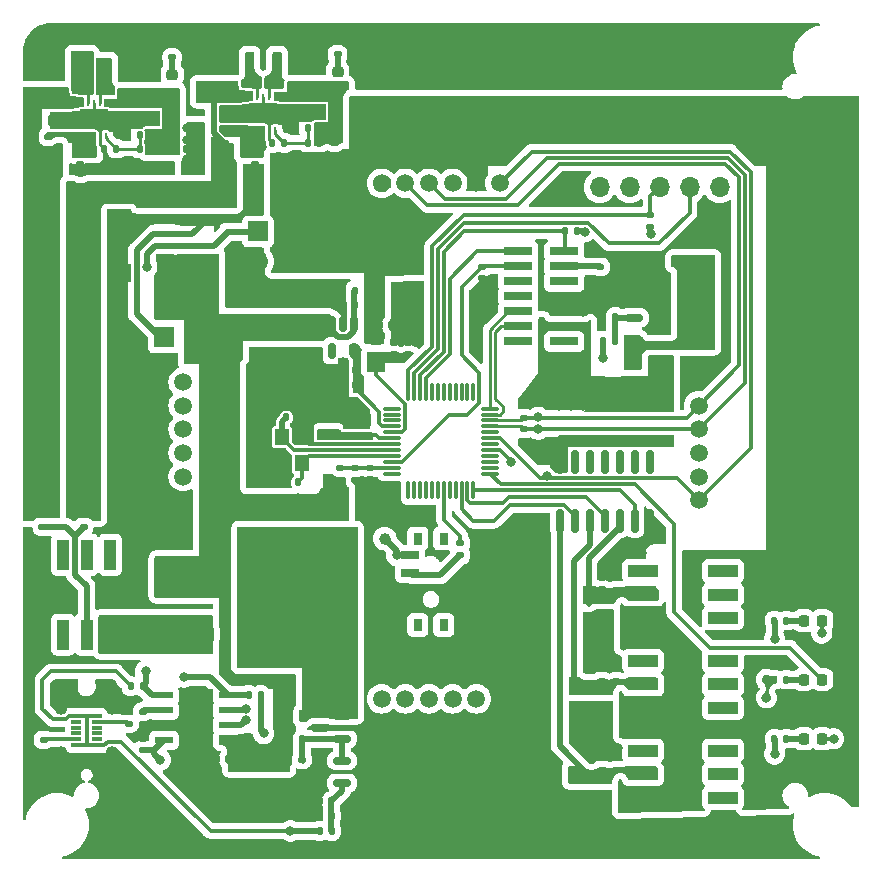
<source format=gbr>
%TF.GenerationSoftware,KiCad,Pcbnew,7.0.7-7.0.7~ubuntu22.04.1*%
%TF.CreationDate,2023-10-06T14:41:20+02:00*%
%TF.ProjectId,ShotClockProject,53686f74-436c-46f6-936b-50726f6a6563,rev?*%
%TF.SameCoordinates,Original*%
%TF.FileFunction,Copper,L1,Top*%
%TF.FilePolarity,Positive*%
%FSLAX46Y46*%
G04 Gerber Fmt 4.6, Leading zero omitted, Abs format (unit mm)*
G04 Created by KiCad (PCBNEW 7.0.7-7.0.7~ubuntu22.04.1) date 2023-10-06 14:41:20*
%MOMM*%
%LPD*%
G01*
G04 APERTURE LIST*
G04 Aperture macros list*
%AMRoundRect*
0 Rectangle with rounded corners*
0 $1 Rounding radius*
0 $2 $3 $4 $5 $6 $7 $8 $9 X,Y pos of 4 corners*
0 Add a 4 corners polygon primitive as box body*
4,1,4,$2,$3,$4,$5,$6,$7,$8,$9,$2,$3,0*
0 Add four circle primitives for the rounded corners*
1,1,$1+$1,$2,$3*
1,1,$1+$1,$4,$5*
1,1,$1+$1,$6,$7*
1,1,$1+$1,$8,$9*
0 Add four rect primitives between the rounded corners*
20,1,$1+$1,$2,$3,$4,$5,0*
20,1,$1+$1,$4,$5,$6,$7,0*
20,1,$1+$1,$6,$7,$8,$9,0*
20,1,$1+$1,$8,$9,$2,$3,0*%
%AMFreePoly0*
4,1,21,-0.125000,1.200000,0.125000,1.200000,0.125000,1.700000,0.375000,1.700000,0.375000,1.200000,0.825000,1.200000,0.825000,-1.200000,0.375000,-1.200000,0.375000,-1.700000,0.125000,-1.700000,0.125000,-1.200000,-0.125000,-1.200000,-0.125000,-1.700000,-0.375000,-1.700000,-0.375000,-1.200000,-0.825000,-1.200000,-0.825000,1.200000,-0.375000,1.200000,-0.375000,1.700000,-0.125000,1.700000,
-0.125000,1.200000,-0.125000,1.200000,$1*%
G04 Aperture macros list end*
%TA.AperFunction,SMDPad,CuDef*%
%ADD10RoundRect,0.150000X-0.150000X0.512500X-0.150000X-0.512500X0.150000X-0.512500X0.150000X0.512500X0*%
%TD*%
%TA.AperFunction,SMDPad,CuDef*%
%ADD11RoundRect,0.135000X0.185000X-0.135000X0.185000X0.135000X-0.185000X0.135000X-0.185000X-0.135000X0*%
%TD*%
%TA.AperFunction,SMDPad,CuDef*%
%ADD12RoundRect,0.135000X0.135000X0.185000X-0.135000X0.185000X-0.135000X-0.185000X0.135000X-0.185000X0*%
%TD*%
%TA.AperFunction,ComponentPad*%
%ADD13R,1.700000X1.700000*%
%TD*%
%TA.AperFunction,ComponentPad*%
%ADD14O,1.700000X1.700000*%
%TD*%
%TA.AperFunction,SMDPad,CuDef*%
%ADD15RoundRect,0.140000X0.170000X-0.140000X0.170000X0.140000X-0.170000X0.140000X-0.170000X-0.140000X0*%
%TD*%
%TA.AperFunction,SMDPad,CuDef*%
%ADD16RoundRect,0.140000X0.140000X0.170000X-0.140000X0.170000X-0.140000X-0.170000X0.140000X-0.170000X0*%
%TD*%
%TA.AperFunction,SMDPad,CuDef*%
%ADD17RoundRect,0.140000X-0.170000X0.140000X-0.170000X-0.140000X0.170000X-0.140000X0.170000X0.140000X0*%
%TD*%
%TA.AperFunction,SMDPad,CuDef*%
%ADD18RoundRect,0.135000X-0.185000X0.135000X-0.185000X-0.135000X0.185000X-0.135000X0.185000X0.135000X0*%
%TD*%
%TA.AperFunction,SMDPad,CuDef*%
%ADD19RoundRect,0.218750X-0.218750X-0.256250X0.218750X-0.256250X0.218750X0.256250X-0.218750X0.256250X0*%
%TD*%
%TA.AperFunction,SMDPad,CuDef*%
%ADD20R,0.870000X0.300000*%
%TD*%
%TA.AperFunction,ComponentPad*%
%ADD21O,1.100000X2.200000*%
%TD*%
%TA.AperFunction,SMDPad,CuDef*%
%ADD22RoundRect,0.225000X-0.250000X0.225000X-0.250000X-0.225000X0.250000X-0.225000X0.250000X0.225000X0*%
%TD*%
%TA.AperFunction,ComponentPad*%
%ADD23C,1.500000*%
%TD*%
%TA.AperFunction,SMDPad,CuDef*%
%ADD24R,1.000000X2.550000*%
%TD*%
%TA.AperFunction,SMDPad,CuDef*%
%ADD25RoundRect,0.135000X-0.135000X-0.185000X0.135000X-0.185000X0.135000X0.185000X-0.135000X0.185000X0*%
%TD*%
%TA.AperFunction,SMDPad,CuDef*%
%ADD26C,1.000000*%
%TD*%
%TA.AperFunction,SMDPad,CuDef*%
%ADD27RoundRect,0.218750X-0.256250X0.218750X-0.256250X-0.218750X0.256250X-0.218750X0.256250X0.218750X0*%
%TD*%
%TA.AperFunction,SMDPad,CuDef*%
%ADD28R,1.550000X0.600000*%
%TD*%
%TA.AperFunction,SMDPad,CuDef*%
%ADD29R,2.000000X1.500000*%
%TD*%
%TA.AperFunction,SMDPad,CuDef*%
%ADD30R,1.600000X3.800000*%
%TD*%
%TA.AperFunction,SMDPad,CuDef*%
%ADD31R,2.550000X1.000000*%
%TD*%
%TA.AperFunction,SMDPad,CuDef*%
%ADD32RoundRect,0.150000X0.150000X-0.825000X0.150000X0.825000X-0.150000X0.825000X-0.150000X-0.825000X0*%
%TD*%
%TA.AperFunction,SMDPad,CuDef*%
%ADD33RoundRect,0.250000X-2.050000X-0.300000X2.050000X-0.300000X2.050000X0.300000X-2.050000X0.300000X0*%
%TD*%
%TA.AperFunction,SMDPad,CuDef*%
%ADD34RoundRect,0.250000X-2.025000X-2.375000X2.025000X-2.375000X2.025000X2.375000X-2.025000X2.375000X0*%
%TD*%
%TA.AperFunction,SMDPad,CuDef*%
%ADD35RoundRect,0.250002X-4.449998X-5.149998X4.449998X-5.149998X4.449998X5.149998X-4.449998X5.149998X0*%
%TD*%
%TA.AperFunction,SMDPad,CuDef*%
%ADD36R,0.800000X1.000000*%
%TD*%
%TA.AperFunction,SMDPad,CuDef*%
%ADD37R,1.500000X0.700000*%
%TD*%
%TA.AperFunction,SMDPad,CuDef*%
%ADD38RoundRect,0.218750X0.256250X-0.218750X0.256250X0.218750X-0.256250X0.218750X-0.256250X-0.218750X0*%
%TD*%
%TA.AperFunction,SMDPad,CuDef*%
%ADD39R,0.800000X2.700000*%
%TD*%
%TA.AperFunction,SMDPad,CuDef*%
%ADD40RoundRect,0.075000X-0.662500X-0.075000X0.662500X-0.075000X0.662500X0.075000X-0.662500X0.075000X0*%
%TD*%
%TA.AperFunction,SMDPad,CuDef*%
%ADD41RoundRect,0.075000X-0.075000X-0.662500X0.075000X-0.662500X0.075000X0.662500X-0.075000X0.662500X0*%
%TD*%
%TA.AperFunction,SMDPad,CuDef*%
%ADD42RoundRect,0.112500X0.187500X0.112500X-0.187500X0.112500X-0.187500X-0.112500X0.187500X-0.112500X0*%
%TD*%
%TA.AperFunction,SMDPad,CuDef*%
%ADD43R,0.240000X0.600000*%
%TD*%
%TA.AperFunction,SMDPad,CuDef*%
%ADD44FreePoly0,270.000000*%
%TD*%
%TA.AperFunction,SMDPad,CuDef*%
%ADD45C,0.500000*%
%TD*%
%TA.AperFunction,SMDPad,CuDef*%
%ADD46R,1.200000X1.400000*%
%TD*%
%TA.AperFunction,SMDPad,CuDef*%
%ADD47R,2.400000X0.740000*%
%TD*%
%TA.AperFunction,SMDPad,CuDef*%
%ADD48RoundRect,0.150000X0.587500X0.150000X-0.587500X0.150000X-0.587500X-0.150000X0.587500X-0.150000X0*%
%TD*%
%TA.AperFunction,SMDPad,CuDef*%
%ADD49RoundRect,0.140000X-0.140000X-0.170000X0.140000X-0.170000X0.140000X0.170000X-0.140000X0.170000X0*%
%TD*%
%TA.AperFunction,SMDPad,CuDef*%
%ADD50R,2.950000X4.900000*%
%TD*%
%TA.AperFunction,SMDPad,CuDef*%
%ADD51RoundRect,0.150000X-0.587500X-0.150000X0.587500X-0.150000X0.587500X0.150000X-0.587500X0.150000X0*%
%TD*%
%TA.AperFunction,ViaPad*%
%ADD52C,0.800000*%
%TD*%
%TA.AperFunction,Conductor*%
%ADD53C,0.500000*%
%TD*%
%TA.AperFunction,Conductor*%
%ADD54C,0.300000*%
%TD*%
%TA.AperFunction,Conductor*%
%ADD55C,0.250000*%
%TD*%
G04 APERTURE END LIST*
%TA.AperFunction,EtchedComponent*%
%TO.C,NT1*%
G36*
X132928158Y-82750000D02*
G01*
X131928158Y-82750000D01*
X131928158Y-82250000D01*
X132928158Y-82250000D01*
X132928158Y-82750000D01*
G37*
%TD.AperFunction*%
%TD*%
D10*
%TO.P,U2,1,IN*%
%TO.N,+BATT*%
X146680000Y-90112500D03*
%TO.P,U2,2,GND*%
%TO.N,GND*%
X145730000Y-90112500D03*
%TO.P,U2,3,EN*%
%TO.N,+BATT*%
X144780000Y-90112500D03*
%TO.P,U2,4,NC*%
%TO.N,unconnected-(U2-NC-Pad4)*%
X144780000Y-92387500D03*
%TO.P,U2,5,OUT*%
%TO.N,/STM32G070CBT6/VBAT*%
X146680000Y-92387500D03*
%TD*%
D11*
%TO.P,R3,1*%
%TO.N,Net-(R1-Pad1)*%
X120250000Y-107250000D03*
%TO.P,R3,2*%
%TO.N,/Voltage regulator 5V/batt_in*%
X120250000Y-106230000D03*
%TD*%
D12*
%TO.P,R24,1*%
%TO.N,/Voltage regulator 3v3/3v3_out*%
X143760000Y-73500000D03*
%TO.P,R24,2*%
%TO.N,/Voltage regulator 3v3/FB*%
X142740000Y-73500000D03*
%TD*%
D13*
%TO.P,J4,1,Pin_1*%
%TO.N,-BATT*%
X130575000Y-91225000D03*
D14*
%TO.P,J4,2,Pin_2*%
%TO.N,+BATT*%
X130575000Y-88685000D03*
%TD*%
D15*
%TO.P,C5,1*%
%TO.N,+3.3V*%
X146500000Y-99514252D03*
%TO.P,C5,2*%
%TO.N,GND*%
X146500000Y-98554252D03*
%TD*%
D16*
%TO.P,C22,1*%
%TO.N,/Voltage regulator 5V/5v_out*%
X129470000Y-75250000D03*
%TO.P,C22,2*%
%TO.N,/Voltage regulator 5V/FB*%
X128510000Y-75250000D03*
%TD*%
D15*
%TO.P,C28,1*%
%TO.N,/Schmitt trigger and buttons/butt2_in*%
X167613764Y-120297396D03*
%TO.P,C28,2*%
%TO.N,GND*%
X167613764Y-119337396D03*
%TD*%
D17*
%TO.P,C6,1*%
%TO.N,/STM32G070CBT6/NRST*%
X157500000Y-85270000D03*
%TO.P,C6,2*%
%TO.N,GND*%
X157500000Y-86230000D03*
%TD*%
D18*
%TO.P,R38,1*%
%TO.N,/STM32G070CBT6/UART3_RX*%
X171739850Y-80817284D03*
%TO.P,R38,2*%
%TO.N,+3.3V*%
X171739850Y-81837284D03*
%TD*%
D19*
%TO.P,D1,1,K*%
%TO.N,Net-(D1-K)*%
X184712500Y-120200000D03*
%TO.P,D1,2,A*%
%TO.N,/STM32G070CBT6/ORANGE_LED*%
X186287500Y-120200000D03*
%TD*%
D20*
%TO.P,J6,A1,GND_A*%
%TO.N,GND*%
X123135000Y-127250000D03*
%TO.P,J6,A4,VBUS_A*%
%TO.N,VBUS*%
X123135000Y-125750000D03*
%TO.P,J6,A5,CC1*%
%TO.N,Net-(J6-CC1)*%
X123135000Y-125250000D03*
%TO.P,J6,A6,D1+*%
%TO.N,unconnected-(J6-D1+-PadA6)*%
X123135000Y-124750000D03*
%TO.P,J6,A7,D1-*%
%TO.N,unconnected-(J6-D1--PadA7)*%
X123135000Y-124250000D03*
%TO.P,J6,A8,SBU1*%
%TO.N,unconnected-(J6-SBU1-PadA8)*%
X123135000Y-123750000D03*
%TO.P,J6,A9,VBUS_A__1*%
%TO.N,VBUS*%
X123135000Y-123250000D03*
%TO.P,J6,A12,GND_A__1*%
%TO.N,GND*%
X123135000Y-121750000D03*
%TO.P,J6,B1,GND_B*%
X124865000Y-121750000D03*
%TO.P,J6,B4,VBUS_B*%
%TO.N,VBUS*%
X124865000Y-123250000D03*
%TO.P,J6,B5,CC2*%
%TO.N,Net-(J6-CC2)*%
X124865000Y-123750000D03*
%TO.P,J6,B6,D2+*%
%TO.N,unconnected-(J6-D2+-PadB6)*%
X124865000Y-124250000D03*
%TO.P,J6,B7,D2-*%
%TO.N,unconnected-(J6-D2--PadB7)*%
X124865000Y-124750000D03*
%TO.P,J6,B8,SBU2*%
%TO.N,unconnected-(J6-SBU2-PadB8)*%
X124865000Y-125250000D03*
%TO.P,J6,B9,VBUS_B__1*%
%TO.N,VBUS*%
X124865000Y-125750000D03*
%TO.P,J6,B12,GND_B__1*%
%TO.N,GND*%
X124865000Y-127250000D03*
D21*
%TO.P,J6,S1,SHIELD*%
X121850000Y-126900000D03*
%TO.P,J6,S2,SHIELD__1*%
X126150000Y-126900000D03*
%TO.P,J6,S3,SHIELD__2*%
X121850000Y-122100000D03*
%TO.P,J6,S4,SHIELD__3*%
X126150000Y-122100000D03*
%TD*%
D11*
%TO.P,R30,1*%
%TO.N,Net-(D5-K)*%
X131250000Y-67510000D03*
%TO.P,R30,2*%
%TO.N,GND*%
X131250000Y-66490000D03*
%TD*%
D22*
%TO.P,C25,1*%
%TO.N,/Voltage regulator 5V/batt_in*%
X121760000Y-71225000D03*
%TO.P,C25,2*%
%TO.N,GND*%
X121760000Y-72775000D03*
%TD*%
D23*
%TO.P,U9,1,1*%
%TO.N,TLC59116_RESETn*%
X132175000Y-95000000D03*
%TO.P,U9,2,2*%
%TO.N,+3.3V*%
X132175000Y-97000000D03*
%TO.P,U9,3,3*%
%TO.N,+5V*%
X132175000Y-99000000D03*
%TO.P,U9,4,4*%
%TO.N,I2C2_SCL*%
X132175000Y-101000000D03*
%TO.P,U9,5,5*%
%TO.N,I2C2_SDA*%
X132175000Y-103000000D03*
%TO.P,U9,6,6*%
%TO.N,GND*%
X132175000Y-105000000D03*
%TD*%
D24*
%TO.P,SW1,1,1*%
%TO.N,unconnected-(SW1-Pad1)*%
X122000000Y-109620000D03*
%TO.P,SW1,2,2*%
%TO.N,unconnected-(SW1-Pad2)*%
X124000000Y-109620000D03*
%TO.P,SW1,3,3*%
%TO.N,unconnected-(SW1-Pad3)*%
X126000000Y-109620000D03*
%TO.P,SW1,4,4*%
%TO.N,unconnected-(SW1-Pad4)*%
X122000000Y-116380000D03*
%TO.P,SW1,5,5*%
%TO.N,Net-(R1-Pad1)*%
X124000000Y-116380000D03*
%TO.P,SW1,6,6*%
%TO.N,/Li-Po Battery and charger/charger_out*%
X126000000Y-116380000D03*
%TD*%
D19*
%TO.P,D2,1,K*%
%TO.N,Net-(D2-K)*%
X184712500Y-115200000D03*
%TO.P,D2,2,A*%
%TO.N,/Li-Po Battery and charger/VCC*%
X186287500Y-115200000D03*
%TD*%
D25*
%TO.P,R35,1*%
%TO.N,GND*%
X167740000Y-89500000D03*
%TO.P,R35,2*%
%TO.N,Net-(Q4-B)*%
X168760000Y-89500000D03*
%TD*%
D12*
%TO.P,R14,1*%
%TO.N,Net-(Q2-B)*%
X144760000Y-133000000D03*
%TO.P,R14,2*%
%TO.N,VBUS*%
X143740000Y-133000000D03*
%TD*%
D26*
%TO.P,TP2,1,1*%
%TO.N,/Li-Po Battery and charger/charger_out*%
X128500000Y-116500000D03*
%TD*%
D15*
%TO.P,C1,1*%
%TO.N,/STM32G070CBT6/VREF*%
X151250000Y-92647500D03*
%TO.P,C1,2*%
%TO.N,GND*%
X151250000Y-91687500D03*
%TD*%
D17*
%TO.P,C15,1*%
%TO.N,/Li-Po Battery and charger/Batt_VoltageDivision_out*%
X148000000Y-102290000D03*
%TO.P,C15,2*%
%TO.N,GND*%
X148000000Y-103250000D03*
%TD*%
D12*
%TO.P,R25,1*%
%TO.N,/Voltage regulator 3v3/FB*%
X140760000Y-74750000D03*
%TO.P,R25,2*%
%TO.N,GND*%
X139740000Y-74750000D03*
%TD*%
D18*
%TO.P,R32,1*%
%TO.N,GND*%
X168863764Y-119327396D03*
%TO.P,R32,2*%
%TO.N,/Schmitt trigger and buttons/butt2_in*%
X168863764Y-120347396D03*
%TD*%
D15*
%TO.P,C2,1*%
%TO.N,/STM32G070CBT6/VREF*%
X150000000Y-92647500D03*
%TO.P,C2,2*%
%TO.N,GND*%
X150000000Y-91687500D03*
%TD*%
D11*
%TO.P,R37,1*%
%TO.N,Net-(J6-CC2)*%
X127594366Y-123939407D03*
%TO.P,R37,2*%
%TO.N,GND*%
X127594366Y-122919407D03*
%TD*%
D27*
%TO.P,D5,1,K*%
%TO.N,Net-(D5-K)*%
X131250000Y-68962500D03*
%TO.P,D5,2,A*%
%TO.N,/Voltage regulator 5V/5v_out*%
X131250000Y-70537500D03*
%TD*%
D12*
%TO.P,R34,1*%
%TO.N,Net-(Q4-B)*%
X168760000Y-91500000D03*
%TO.P,R34,2*%
%TO.N,/Buzzer_3v3_PWM/buzzer_pwm_in*%
X167740000Y-91500000D03*
%TD*%
D28*
%TO.P,J3,1,1*%
%TO.N,-BATT*%
X130630000Y-82450000D03*
%TO.P,J3,2,2*%
%TO.N,/Li-Po Battery and charger/IC_TEMP*%
X130630000Y-83450000D03*
%TO.P,J3,3,3*%
%TO.N,+BATT*%
X130630000Y-84450000D03*
D29*
%TO.P,J3,4,4*%
%TO.N,GND*%
X126750000Y-85750000D03*
%TO.P,J3,5,5*%
X126750000Y-81150000D03*
%TD*%
D16*
%TO.P,C12,1*%
%TO.N,/STM32G070CBT6/VBAT*%
X146710000Y-95250000D03*
%TO.P,C12,2*%
%TO.N,GND*%
X145750000Y-95250000D03*
%TD*%
D30*
%TO.P,BUZZER1,1,1*%
%TO.N,+3.3V*%
X183500000Y-86750000D03*
%TO.P,BUZZER1,2,2*%
%TO.N,/Buzzer_3v3_PWM/buzz2*%
X175500000Y-86750000D03*
%TD*%
D15*
%TO.P,C4,1*%
%TO.N,+3.3V*%
X147572489Y-99511579D03*
%TO.P,C4,2*%
%TO.N,GND*%
X147572489Y-98551579D03*
%TD*%
D17*
%TO.P,C26,1*%
%TO.N,/Voltage regulator 5V/EN*%
X123485444Y-75619367D03*
%TO.P,C26,2*%
%TO.N,GND*%
X123485444Y-76579367D03*
%TD*%
D11*
%TO.P,R23,1*%
%TO.N,/Voltage regulator 3v3/batt_in*%
X135750000Y-74760000D03*
%TO.P,R23,2*%
%TO.N,/Voltage regulator 3v3/EN*%
X135750000Y-73740000D03*
%TD*%
D31*
%TO.P,SW4,1,1*%
%TO.N,+3.3V*%
X171120000Y-122600000D03*
%TO.P,SW4,2,2*%
%TO.N,/Schmitt trigger and buttons/butt2_in*%
X171120000Y-120600000D03*
%TO.P,SW4,3,3*%
%TO.N,unconnected-(SW4-Pad3)*%
X171120000Y-118600000D03*
%TO.P,SW4,4,4*%
%TO.N,unconnected-(SW4-Pad4)*%
X177880000Y-122600000D03*
%TO.P,SW4,5,5*%
%TO.N,unconnected-(SW4-Pad5)*%
X177880000Y-120600000D03*
%TO.P,SW4,6,6*%
%TO.N,unconnected-(SW4-Pad6)*%
X177880000Y-118600000D03*
%TD*%
D18*
%TO.P,R2,1*%
%TO.N,/Voltage regulator 3v3/3v3_out*%
X145000000Y-74740000D03*
%TO.P,R2,2*%
%TO.N,+3.3V*%
X145000000Y-75760000D03*
%TD*%
D32*
%TO.P,U5,1,1A*%
%TO.N,/Schmitt trigger and buttons/butt1_in*%
X164060000Y-106725000D03*
%TO.P,U5,2,1Y*%
%TO.N,/STM32G070CBT6/button1_in*%
X165330000Y-106725000D03*
%TO.P,U5,3,2A*%
%TO.N,/Schmitt trigger and buttons/butt2_in*%
X166600000Y-106725000D03*
%TO.P,U5,4,2Y*%
%TO.N,/STM32G070CBT6/button2_in*%
X167870000Y-106725000D03*
%TO.P,U5,5,3A*%
%TO.N,/Schmitt trigger and buttons/butt3_in*%
X169140000Y-106725000D03*
%TO.P,U5,6,3Y*%
%TO.N,/STM32G070CBT6/button3_in*%
X170410000Y-106725000D03*
%TO.P,U5,7,GND*%
%TO.N,GND*%
X171680000Y-106725000D03*
%TO.P,U5,8,4Y*%
%TO.N,unconnected-(U5-4Y-Pad8)*%
X171680000Y-101775000D03*
%TO.P,U5,9,4A*%
%TO.N,unconnected-(U5-4A-Pad9)*%
X170410000Y-101775000D03*
%TO.P,U5,10,5Y*%
%TO.N,unconnected-(U5-5Y-Pad10)*%
X169140000Y-101775000D03*
%TO.P,U5,11,5A*%
%TO.N,unconnected-(U5-5A-Pad11)*%
X167870000Y-101775000D03*
%TO.P,U5,12,6Y*%
%TO.N,unconnected-(U5-6Y-Pad12)*%
X166600000Y-101775000D03*
%TO.P,U5,13,6A*%
%TO.N,unconnected-(U5-6A-Pad13)*%
X165330000Y-101775000D03*
%TO.P,U5,14,VCC*%
%TO.N,+3.3V*%
X164060000Y-101775000D03*
%TD*%
D33*
%TO.P,Q1,1,S*%
%TO.N,+BATT*%
X132500000Y-111250000D03*
D34*
%TO.P,Q1,2,G*%
%TO.N,/Li-Po Battery and charger/PGate*%
X139225000Y-111015000D03*
X139225000Y-116565000D03*
D35*
X141650000Y-113790000D03*
D34*
X144075000Y-111015000D03*
X144075000Y-116565000D03*
D33*
%TO.P,Q1,3,D*%
%TO.N,/Li-Po Battery and charger/charger_out*%
X132500000Y-116330000D03*
%TD*%
D36*
%TO.P,SW2,*%
%TO.N,*%
X152040000Y-115550000D03*
X154250000Y-115550000D03*
X152040000Y-108250000D03*
X154250000Y-108250000D03*
D37*
%TO.P,SW2,1,A*%
%TO.N,GND*%
X151390000Y-114150000D03*
%TO.P,SW2,2,B*%
%TO.N,/STM32G070CBT6/SW_BOOT0*%
X151390000Y-111150000D03*
%TO.P,SW2,3,C*%
%TO.N,+3.3V*%
X151390000Y-109650000D03*
%TD*%
D15*
%TO.P,C29,1*%
%TO.N,/Schmitt trigger and buttons/butt3_in*%
X167629907Y-112562543D03*
%TO.P,C29,2*%
%TO.N,GND*%
X167629907Y-111602543D03*
%TD*%
D16*
%TO.P,C17,1*%
%TO.N,/Voltage regulator 3v3/3v3_out*%
X143710000Y-74750000D03*
%TO.P,C17,2*%
%TO.N,/Voltage regulator 3v3/FB*%
X142750000Y-74750000D03*
%TD*%
D38*
%TO.P,FB1,1*%
%TO.N,/STM32G070CBT6/VREF*%
X148500000Y-93037500D03*
%TO.P,FB1,2*%
%TO.N,+3.3V*%
X148500000Y-91462500D03*
%TD*%
D11*
%TO.P,R26,1*%
%TO.N,Net-(D4-K)*%
X145250000Y-67260000D03*
%TO.P,R26,2*%
%TO.N,GND*%
X145250000Y-66240000D03*
%TD*%
D12*
%TO.P,R28,1*%
%TO.N,/Voltage regulator 5V/5v_out*%
X129517361Y-74103111D03*
%TO.P,R28,2*%
%TO.N,/Voltage regulator 5V/FB*%
X128497361Y-74103111D03*
%TD*%
D23*
%TO.P,U6,1,1*%
%TO.N,TLC59116_RESETn*%
X159000000Y-78175000D03*
%TO.P,U6,2,2*%
%TO.N,+3.3V*%
X157000000Y-78175000D03*
%TO.P,U6,3,3*%
%TO.N,+5V*%
X155000000Y-78175000D03*
%TO.P,U6,4,4*%
%TO.N,I2C2_SCL*%
X153000000Y-78175000D03*
%TO.P,U6,5,5*%
%TO.N,I2C2_SDA*%
X151000000Y-78175000D03*
%TO.P,U6,6,6*%
%TO.N,GND*%
X149000000Y-78175000D03*
%TD*%
D39*
%TO.P,L2,1,1*%
%TO.N,/Voltage regulator 5V/L1*%
X123473288Y-68915675D03*
%TO.P,L2,2,2*%
%TO.N,/Voltage regulator 5V/L2*%
X125773288Y-68915675D03*
%TD*%
D12*
%TO.P,R13,1*%
%TO.N,Net-(D3-K)*%
X183260000Y-125200000D03*
%TO.P,R13,2*%
%TO.N,/Li-Po Battery and charger/IC_CHRG_Red*%
X182240000Y-125200000D03*
%TD*%
D18*
%TO.P,R6,1*%
%TO.N,+3.3V*%
X161000000Y-96990000D03*
%TO.P,R6,2*%
%TO.N,I2C2_SDA*%
X161000000Y-98010000D03*
%TD*%
D40*
%TO.P,U1,1,PC13*%
%TO.N,unconnected-(U1-PC13-Pad1)*%
X149837500Y-97250000D03*
%TO.P,U1,2,PC14*%
%TO.N,unconnected-(U1-PC14-Pad2)*%
X149837500Y-97750000D03*
%TO.P,U1,3,PC15*%
%TO.N,unconnected-(U1-PC15-Pad3)*%
X149837500Y-98250000D03*
%TO.P,U1,4,VBAT*%
%TO.N,/STM32G070CBT6/VBAT*%
X149837500Y-98750000D03*
%TO.P,U1,5,VREF+*%
%TO.N,/STM32G070CBT6/VREF*%
X149837500Y-99250000D03*
%TO.P,U1,6,VDD*%
%TO.N,+3.3V*%
X149837500Y-99750000D03*
%TO.P,U1,7,VSS*%
%TO.N,GND*%
X149837500Y-100250000D03*
%TO.P,U1,8,PF0*%
%TO.N,/STM32G070CBT6/HSE_IN*%
X149837500Y-100750000D03*
%TO.P,U1,9,PF1*%
%TO.N,/STM32G070CBT6/HSE_OUT*%
X149837500Y-101250000D03*
%TO.P,U1,10,NRST*%
%TO.N,/STM32G070CBT6/NRST*%
X149837500Y-101750000D03*
%TO.P,U1,11,PA0*%
%TO.N,/Li-Po Battery and charger/Batt_VoltageDivision_out*%
X149837500Y-102250000D03*
%TO.P,U1,12,PA1*%
%TO.N,unconnected-(U1-PA1-Pad12)*%
X149837500Y-102750000D03*
D41*
%TO.P,U1,13,PA2*%
%TO.N,unconnected-(U1-PA2-Pad13)*%
X151250000Y-104162500D03*
%TO.P,U1,14,PA3*%
%TO.N,unconnected-(U1-PA3-Pad14)*%
X151750000Y-104162500D03*
%TO.P,U1,15,PA4*%
%TO.N,unconnected-(U1-PA4-Pad15)*%
X152250000Y-104162500D03*
%TO.P,U1,16,PA5*%
%TO.N,unconnected-(U1-PA5-Pad16)*%
X152750000Y-104162500D03*
%TO.P,U1,17,PA6*%
%TO.N,unconnected-(U1-PA6-Pad17)*%
X153250000Y-104162500D03*
%TO.P,U1,18,PA7*%
%TO.N,unconnected-(U1-PA7-Pad18)*%
X153750000Y-104162500D03*
%TO.P,U1,19,PB0*%
%TO.N,/STM32G070CBT6/BOOT0*%
X154250000Y-104162500D03*
%TO.P,U1,20,PB1*%
%TO.N,unconnected-(U1-PB1-Pad20)*%
X154750000Y-104162500D03*
%TO.P,U1,21,PB2*%
%TO.N,unconnected-(U1-PB2-Pad21)*%
X155250000Y-104162500D03*
%TO.P,U1,22,PB10*%
%TO.N,/STM32G070CBT6/button1_in*%
X155750000Y-104162500D03*
%TO.P,U1,23,PB11*%
%TO.N,/STM32G070CBT6/button2_in*%
X156250000Y-104162500D03*
%TO.P,U1,24,PB12*%
%TO.N,/STM32G070CBT6/button3_in*%
X156750000Y-104162500D03*
D40*
%TO.P,U1,25,PB13*%
%TO.N,/STM32G070CBT6/ORANGE_LED*%
X158162500Y-102750000D03*
%TO.P,U1,26,PB14*%
%TO.N,unconnected-(U1-PB14-Pad26)*%
X158162500Y-102250000D03*
%TO.P,U1,27,PB15*%
%TO.N,unconnected-(U1-PB15-Pad27)*%
X158162500Y-101750000D03*
%TO.P,U1,28,PA8*%
%TO.N,unconnected-(U1-PA8-Pad28)*%
X158162500Y-101250000D03*
%TO.P,U1,29,PA9/NC*%
%TO.N,/Buzzer_3v3_PWM/buzzer_pwm_in*%
X158162500Y-100750000D03*
%TO.P,U1,30,PC6*%
%TO.N,unconnected-(U1-PC6-Pad30)*%
X158162500Y-100250000D03*
%TO.P,U1,31,PC7*%
%TO.N,TLC59116_RESETn*%
X158162500Y-99750000D03*
%TO.P,U1,32,PA10/NC*%
%TO.N,unconnected-(U1-PA10{slash}NC-Pad32)*%
X158162500Y-99250000D03*
%TO.P,U1,33,PA11/PA9*%
%TO.N,I2C2_SCL*%
X158162500Y-98750000D03*
%TO.P,U1,34,PA12/PA10*%
%TO.N,I2C2_SDA*%
X158162500Y-98250000D03*
%TO.P,U1,35,PA13*%
%TO.N,/STM32G070CBT6/SWDIO*%
X158162500Y-97750000D03*
%TO.P,U1,36,PA14*%
%TO.N,/STM32G070CBT6/SWCLK*%
X158162500Y-97250000D03*
D41*
%TO.P,U1,37,PA15*%
%TO.N,unconnected-(U1-PA15-Pad37)*%
X156750000Y-95837500D03*
%TO.P,U1,38,PD0*%
%TO.N,unconnected-(U1-PD0-Pad38)*%
X156250000Y-95837500D03*
%TO.P,U1,39,PD1*%
%TO.N,unconnected-(U1-PD1-Pad39)*%
X155750000Y-95837500D03*
%TO.P,U1,40,PD2*%
%TO.N,unconnected-(U1-PD2-Pad40)*%
X155250000Y-95837500D03*
%TO.P,U1,41,PD3*%
%TO.N,unconnected-(U1-PD3-Pad41)*%
X154750000Y-95837500D03*
%TO.P,U1,42,PB3*%
%TO.N,unconnected-(U1-PB3-Pad42)*%
X154250000Y-95837500D03*
%TO.P,U1,43,PB4*%
%TO.N,unconnected-(U1-PB4-Pad43)*%
X153750000Y-95837500D03*
%TO.P,U1,44,PB5*%
%TO.N,unconnected-(U1-PB5-Pad44)*%
X153250000Y-95837500D03*
%TO.P,U1,45,PB6*%
%TO.N,/STM32G070CBT6/UART1_TX*%
X152750000Y-95837500D03*
%TO.P,U1,46,PB7*%
%TO.N,/STM32G070CBT6/UART1_RX*%
X152250000Y-95837500D03*
%TO.P,U1,47,PB8*%
%TO.N,/STM32G070CBT6/UART3_TX*%
X151750000Y-95837500D03*
%TO.P,U1,48,PB9*%
%TO.N,/STM32G070CBT6/UART3_RX*%
X151250000Y-95837500D03*
%TD*%
D42*
%TO.P,D6,1,K*%
%TO.N,+3.3V*%
X172471141Y-93265218D03*
%TO.P,D6,2,A*%
%TO.N,/Buzzer_3v3_PWM/buzz2*%
X170371141Y-93265218D03*
%TD*%
D43*
%TO.P,U3,1,VOUT*%
%TO.N,/Voltage regulator 3v3/3v3_out*%
X139970000Y-70850000D03*
%TO.P,U3,2,L2*%
%TO.N,/Voltage regulator 3v3/L2*%
X139470000Y-70850000D03*
%TO.P,U3,3,PGND*%
%TO.N,GND*%
X138970000Y-70850000D03*
%TO.P,U3,4,L1*%
%TO.N,/Voltage regulator 3v3/L1*%
X138470000Y-70850000D03*
%TO.P,U3,5,VIN*%
%TO.N,/Voltage regulator 3v3/batt_in*%
X137970000Y-70850000D03*
%TO.P,U3,6,EN*%
%TO.N,/Voltage regulator 3v3/EN*%
X137970000Y-73650000D03*
%TO.P,U3,7,PS/SYNC*%
X138470000Y-73650000D03*
%TO.P,U3,8,VINA*%
X138970000Y-73650000D03*
%TO.P,U3,9,GND*%
%TO.N,GND*%
X139470000Y-73650000D03*
%TO.P,U3,10,FB*%
%TO.N,/Voltage regulator 3v3/FB*%
X139970000Y-73650000D03*
D44*
%TO.P,U3,11,PGND*%
%TO.N,GND*%
X138970000Y-72250000D03*
%TD*%
D12*
%TO.P,R15,1*%
%TO.N,Net-(Q2-C)*%
X142260000Y-125250000D03*
%TO.P,R15,2*%
%TO.N,+BATT*%
X141240000Y-125250000D03*
%TD*%
%TO.P,R12,1*%
%TO.N,Net-(D2-K)*%
X183260000Y-115200000D03*
%TO.P,R12,2*%
%TO.N,/Li-Po Battery and charger/IC_STDBY_Green*%
X182240000Y-115200000D03*
%TD*%
D13*
%TO.P,J7,1,Pin_1*%
%TO.N,/Li-Po Battery and charger/IC_TEMP*%
X138500000Y-82250000D03*
D14*
%TO.P,J7,2,Pin_2*%
%TO.N,GND*%
X138500000Y-84790000D03*
%TD*%
D45*
%TO.P,NT1,1,1*%
%TO.N,GND*%
X132928158Y-82500000D03*
%TO.P,NT1,2,2*%
%TO.N,-BATT*%
X131928158Y-82500000D03*
%TD*%
D19*
%TO.P,D3,1,K*%
%TO.N,Net-(D3-K)*%
X184712500Y-125200000D03*
%TO.P,D3,2,A*%
%TO.N,/Li-Po Battery and charger/VCC*%
X186287500Y-125200000D03*
%TD*%
D16*
%TO.P,C8,1*%
%TO.N,/STM32G070CBT6/HSE_OUT*%
X141880000Y-103500000D03*
%TO.P,C8,2*%
%TO.N,GND*%
X140920000Y-103500000D03*
%TD*%
%TO.P,C9,1*%
%TO.N,+BATT*%
X146730000Y-88500000D03*
%TO.P,C9,2*%
%TO.N,GND*%
X145770000Y-88500000D03*
%TD*%
D46*
%TO.P,Y1,1,1*%
%TO.N,/STM32G070CBT6/HSE_IN*%
X140550000Y-99650000D03*
%TO.P,Y1,2,2*%
%TO.N,GND*%
X140550000Y-101850000D03*
%TO.P,Y1,3,3*%
%TO.N,/STM32G070CBT6/HSE_OUT*%
X142250000Y-101850000D03*
%TO.P,Y1,4,4*%
%TO.N,GND*%
X142250000Y-99650000D03*
%TD*%
D18*
%TO.P,R17,1*%
%TO.N,/Li-Po Battery and charger/Batt_VoltageDivision_out*%
X146750000Y-102240000D03*
%TO.P,R17,2*%
%TO.N,GND*%
X146750000Y-103260000D03*
%TD*%
D23*
%TO.P,U8,1,1*%
%TO.N,TLC59116_RESETn*%
X149000000Y-121825000D03*
%TO.P,U8,2,2*%
%TO.N,+3.3V*%
X151000000Y-121825000D03*
%TO.P,U8,3,3*%
%TO.N,+5V*%
X153000000Y-121825000D03*
%TO.P,U8,4,4*%
%TO.N,I2C2_SCL*%
X155000000Y-121825000D03*
%TO.P,U8,5,5*%
%TO.N,I2C2_SDA*%
X157000000Y-121825000D03*
%TO.P,U8,6,6*%
%TO.N,GND*%
X159000000Y-121825000D03*
%TD*%
D11*
%TO.P,R27,1*%
%TO.N,/Voltage regulator 5V/batt_in*%
X120760000Y-75260000D03*
%TO.P,R27,2*%
%TO.N,/Voltage regulator 5V/EN*%
X120760000Y-74240000D03*
%TD*%
D25*
%TO.P,R4,1*%
%TO.N,/Voltage regulator 5V/5v_out*%
X131389746Y-75299114D03*
%TO.P,R4,2*%
%TO.N,+5V*%
X132409746Y-75299114D03*
%TD*%
%TO.P,R7,1*%
%TO.N,GND*%
X182240000Y-120200000D03*
%TO.P,R7,2*%
%TO.N,Net-(D1-K)*%
X183260000Y-120200000D03*
%TD*%
D11*
%TO.P,R36,1*%
%TO.N,Net-(J6-CC1)*%
X120364285Y-125285612D03*
%TO.P,R36,2*%
%TO.N,GND*%
X120364285Y-124265612D03*
%TD*%
D18*
%TO.P,R33,1*%
%TO.N,GND*%
X168879907Y-111592543D03*
%TO.P,R33,2*%
%TO.N,/Schmitt trigger and buttons/butt3_in*%
X168879907Y-112612543D03*
%TD*%
D12*
%TO.P,R29,1*%
%TO.N,/Voltage regulator 5V/FB*%
X126520000Y-75250000D03*
%TO.P,R29,2*%
%TO.N,GND*%
X125500000Y-75250000D03*
%TD*%
D47*
%TO.P,J2,1,NC*%
%TO.N,unconnected-(J2-NC-Pad1)*%
X164450000Y-91560000D03*
%TO.P,J2,2,NC*%
%TO.N,unconnected-(J2-NC-Pad2)*%
X160550000Y-91560000D03*
%TO.P,J2,3,VCC*%
%TO.N,+3.3V*%
X164450000Y-90290000D03*
%TO.P,J2,4,JTMS/SWDIO*%
%TO.N,/STM32G070CBT6/SWDIO*%
X160550000Y-90290000D03*
%TO.P,J2,5,GND*%
%TO.N,GND*%
X164450000Y-89020000D03*
%TO.P,J2,6,JCLK/SWCLK*%
%TO.N,/STM32G070CBT6/SWCLK*%
X160550000Y-89020000D03*
%TO.P,J2,7,GND*%
%TO.N,GND*%
X164450000Y-87750000D03*
%TO.P,J2,8,JTDO/SWO*%
%TO.N,unconnected-(J2-JTDO{slash}SWO-Pad8)*%
X160550000Y-87750000D03*
%TO.P,J2,9,JRCLK/NC*%
%TO.N,unconnected-(J2-JRCLK{slash}NC-Pad9)*%
X164450000Y-86480000D03*
%TO.P,J2,10,JTDI/NC*%
%TO.N,unconnected-(J2-JTDI{slash}NC-Pad10)*%
X160550000Y-86480000D03*
%TO.P,J2,11,GNDDetect*%
%TO.N,Net-(J2-GNDDetect)*%
X164450000Y-85210000D03*
%TO.P,J2,12,~{RST}*%
%TO.N,/STM32G070CBT6/NRST*%
X160550000Y-85210000D03*
%TO.P,J2,13,VCP_RX*%
%TO.N,/STM32G070CBT6/UART1_RX*%
X164450000Y-83940000D03*
%TO.P,J2,14,VCP_TX*%
%TO.N,/STM32G070CBT6/UART1_TX*%
X160550000Y-83940000D03*
%TD*%
D11*
%TO.P,R20,1*%
%TO.N,GND*%
X142250000Y-128010000D03*
%TO.P,R20,2*%
%TO.N,Net-(Q2-C)*%
X142250000Y-126990000D03*
%TD*%
D31*
%TO.P,SW3,1,1*%
%TO.N,+3.3V*%
X171120000Y-130200000D03*
%TO.P,SW3,2,2*%
%TO.N,/Schmitt trigger and buttons/butt1_in*%
X171120000Y-128200000D03*
%TO.P,SW3,3,3*%
%TO.N,unconnected-(SW3-Pad3)*%
X171120000Y-126200000D03*
%TO.P,SW3,4,4*%
%TO.N,unconnected-(SW3-Pad4)*%
X177880000Y-130200000D03*
%TO.P,SW3,5,5*%
%TO.N,unconnected-(SW3-Pad5)*%
X177880000Y-128200000D03*
%TO.P,SW3,6,6*%
%TO.N,unconnected-(SW3-Pad6)*%
X177880000Y-126200000D03*
%TD*%
D22*
%TO.P,C24,1*%
%TO.N,/Voltage regulator 5V/5v_out*%
X127760000Y-71225000D03*
%TO.P,C24,2*%
%TO.N,GND*%
X127760000Y-72775000D03*
%TD*%
%TO.P,C19,1*%
%TO.N,/Voltage regulator 3v3/3v3_out*%
X142000000Y-70450000D03*
%TO.P,C19,2*%
%TO.N,GND*%
X142000000Y-72000000D03*
%TD*%
D43*
%TO.P,U4,1,VOUT*%
%TO.N,/Voltage regulator 5V/5v_out*%
X125630000Y-71350000D03*
%TO.P,U4,2,L2*%
%TO.N,/Voltage regulator 5V/L2*%
X125130000Y-71350000D03*
%TO.P,U4,3,PGND*%
%TO.N,GND*%
X124630000Y-71350000D03*
%TO.P,U4,4,L1*%
%TO.N,/Voltage regulator 5V/L1*%
X124130000Y-71350000D03*
%TO.P,U4,5,VIN*%
%TO.N,/Voltage regulator 5V/batt_in*%
X123630000Y-71350000D03*
%TO.P,U4,6,EN*%
%TO.N,/Voltage regulator 5V/EN*%
X123630000Y-74150000D03*
%TO.P,U4,7,PS/SYNC*%
X124130000Y-74150000D03*
%TO.P,U4,8,VINA*%
X124630000Y-74150000D03*
%TO.P,U4,9,GND*%
%TO.N,GND*%
X125130000Y-74150000D03*
%TO.P,U4,10,FB*%
%TO.N,/Voltage regulator 5V/FB*%
X125630000Y-74150000D03*
D44*
%TO.P,U4,11,PGND*%
%TO.N,GND*%
X124630000Y-72750000D03*
%TD*%
D11*
%TO.P,R11,1*%
%TO.N,+BATT*%
X145500000Y-103260000D03*
%TO.P,R11,2*%
%TO.N,/Li-Po Battery and charger/Batt_VoltageDivision_out*%
X145500000Y-102240000D03*
%TD*%
D18*
%TO.P,R31,1*%
%TO.N,GND*%
X168884243Y-126830794D03*
%TO.P,R31,2*%
%TO.N,/Schmitt trigger and buttons/butt1_in*%
X168884243Y-127850794D03*
%TD*%
D16*
%TO.P,C10,1*%
%TO.N,+BATT*%
X146710000Y-87250000D03*
%TO.P,C10,2*%
%TO.N,GND*%
X145750000Y-87250000D03*
%TD*%
D22*
%TO.P,C23,1*%
%TO.N,/Voltage regulator 5V/5v_out*%
X129510000Y-71225000D03*
%TO.P,C23,2*%
%TO.N,GND*%
X129510000Y-72775000D03*
%TD*%
D48*
%TO.P,Q2,1,B*%
%TO.N,Net-(Q2-B)*%
X145625000Y-128950000D03*
%TO.P,Q2,2,C*%
%TO.N,Net-(Q2-C)*%
X145625000Y-127050000D03*
%TO.P,Q2,3,E*%
%TO.N,GND*%
X143750000Y-128000000D03*
%TD*%
D49*
%TO.P,C3,1*%
%TO.N,+3.3V*%
X148836477Y-90177139D03*
%TO.P,C3,2*%
%TO.N,GND*%
X149796477Y-90177139D03*
%TD*%
D25*
%TO.P,R19,1*%
%TO.N,GND*%
X143740000Y-131750000D03*
%TO.P,R19,2*%
%TO.N,Net-(Q2-B)*%
X144760000Y-131750000D03*
%TD*%
D13*
%TO.P,J1,1,Pin_1*%
%TO.N,GND*%
X164904106Y-78500000D03*
D14*
%TO.P,J1,2,Pin_2*%
%TO.N,unconnected-(J1-Pin_2-Pad2)*%
X167444106Y-78500000D03*
%TO.P,J1,3,Pin_3*%
%TO.N,unconnected-(J1-Pin_3-Pad3)*%
X169984106Y-78500000D03*
%TO.P,J1,4,Pin_4*%
%TO.N,/STM32G070CBT6/UART3_RX*%
X172524106Y-78500000D03*
%TO.P,J1,5,Pin_5*%
%TO.N,/STM32G070CBT6/UART3_TX*%
X175064106Y-78500000D03*
%TO.P,J1,6,Pin_6*%
%TO.N,unconnected-(J1-Pin_6-Pad6)*%
X177604106Y-78500000D03*
%TD*%
D15*
%TO.P,C27,1*%
%TO.N,/Schmitt trigger and buttons/butt1_in*%
X167634243Y-127820794D03*
%TO.P,C27,2*%
%TO.N,GND*%
X167634243Y-126860794D03*
%TD*%
D16*
%TO.P,C16,1*%
%TO.N,Net-(Q2-B)*%
X144730000Y-130500000D03*
%TO.P,C16,2*%
%TO.N,GND*%
X143770000Y-130500000D03*
%TD*%
D12*
%TO.P,R16,1*%
%TO.N,/Li-Po Battery and charger/PGate*%
X142260000Y-123250000D03*
%TO.P,R16,2*%
%TO.N,+BATT*%
X141240000Y-123250000D03*
%TD*%
D49*
%TO.P,C7,1*%
%TO.N,/STM32G070CBT6/HSE_IN*%
X140920000Y-98000000D03*
%TO.P,C7,2*%
%TO.N,GND*%
X141880000Y-98000000D03*
%TD*%
D39*
%TO.P,L1,1,1*%
%TO.N,/Voltage regulator 3v3/L1*%
X137822719Y-68433302D03*
%TO.P,L1,2,2*%
%TO.N,/Voltage regulator 3v3/L2*%
X140122719Y-68433302D03*
%TD*%
D27*
%TO.P,D4,1,K*%
%TO.N,Net-(D4-K)*%
X145250000Y-68712500D03*
%TO.P,D4,2,A*%
%TO.N,/Voltage regulator 3v3/3v3_out*%
X145250000Y-70287500D03*
%TD*%
D11*
%TO.P,R18,1*%
%TO.N,GND*%
X128750000Y-123934212D03*
%TO.P,R18,2*%
%TO.N,/Li-Po Battery and charger/IC_PROG*%
X128750000Y-122914212D03*
%TD*%
%TO.P,R8,1*%
%TO.N,/STM32G070CBT6/SW_BOOT0*%
X155650000Y-109650000D03*
%TO.P,R8,2*%
%TO.N,/STM32G070CBT6/BOOT0*%
X155650000Y-108630000D03*
%TD*%
D17*
%TO.P,C21,1*%
%TO.N,/Voltage regulator 3v3/EN*%
X138253035Y-75609138D03*
%TO.P,C21,2*%
%TO.N,GND*%
X138253035Y-76569138D03*
%TD*%
D16*
%TO.P,C11,1*%
%TO.N,/STM32G070CBT6/VBAT*%
X146710000Y-94000000D03*
%TO.P,C11,2*%
%TO.N,GND*%
X145750000Y-94000000D03*
%TD*%
D22*
%TO.P,C18,1*%
%TO.N,/Voltage regulator 3v3/3v3_out*%
X143750000Y-70450000D03*
%TO.P,C18,2*%
%TO.N,GND*%
X143750000Y-72000000D03*
%TD*%
D12*
%TO.P,R21,1*%
%TO.N,/Li-Po Battery and charger/IC_TEMP*%
X128760000Y-120750000D03*
%TO.P,R21,2*%
%TO.N,VBUS*%
X127740000Y-120750000D03*
%TD*%
D28*
%TO.P,IC1,1,TEMP*%
%TO.N,/Li-Po Battery and charger/IC_TEMP*%
X130550000Y-121509212D03*
%TO.P,IC1,2,PROG*%
%TO.N,/Li-Po Battery and charger/IC_PROG*%
X130550000Y-122779212D03*
%TO.P,IC1,3,GND*%
%TO.N,GND*%
X130550000Y-124049212D03*
%TO.P,IC1,4,VCC*%
%TO.N,/Li-Po Battery and charger/VCC*%
X130550000Y-125319212D03*
%TO.P,IC1,5,BAT*%
%TO.N,+BATT*%
X135950000Y-125319212D03*
%TO.P,IC1,6,~{STDBY}*%
%TO.N,/Li-Po Battery and charger/IC_STDBY_Green*%
X135950000Y-124049212D03*
%TO.P,IC1,7,~{CHRG}*%
%TO.N,/Li-Po Battery and charger/IC_CHRG_Red*%
X135950000Y-122779212D03*
%TO.P,IC1,8,CE*%
%TO.N,/Li-Po Battery and charger/VCC*%
X135950000Y-121509212D03*
D50*
%TO.P,IC1,9,EP*%
%TO.N,GND*%
X133250000Y-123414212D03*
%TD*%
D11*
%TO.P,R5,1*%
%TO.N,+3.3V*%
X161000000Y-100010000D03*
%TO.P,R5,2*%
%TO.N,I2C2_SCL*%
X161000000Y-98990000D03*
%TD*%
D31*
%TO.P,SW5,1,1*%
%TO.N,+3.3V*%
X171120000Y-115000000D03*
%TO.P,SW5,2,2*%
%TO.N,/Schmitt trigger and buttons/butt3_in*%
X171120000Y-113000000D03*
%TO.P,SW5,3,3*%
%TO.N,unconnected-(SW5-Pad3)*%
X171120000Y-111000000D03*
%TO.P,SW5,4,4*%
%TO.N,unconnected-(SW5-Pad4)*%
X177880000Y-115000000D03*
%TO.P,SW5,5,5*%
%TO.N,unconnected-(SW5-Pad5)*%
X177880000Y-113000000D03*
%TO.P,SW5,6,6*%
%TO.N,unconnected-(SW5-Pad6)*%
X177880000Y-111000000D03*
%TD*%
D51*
%TO.P,Q4,3,E*%
%TO.N,GND*%
X172250000Y-90500000D03*
%TO.P,Q4,2,C*%
%TO.N,/Buzzer_3v3_PWM/buzz2*%
X170375000Y-91450000D03*
%TO.P,Q4,1,B*%
%TO.N,Net-(Q4-B)*%
X170375000Y-89550000D03*
%TD*%
D11*
%TO.P,R1,1*%
%TO.N,Net-(R1-Pad1)*%
X123750000Y-107250000D03*
%TO.P,R1,2*%
%TO.N,/Voltage regulator 3v3/batt_in*%
X123750000Y-106230000D03*
%TD*%
D23*
%TO.P,U7,1,1*%
%TO.N,TLC59116_RESETn*%
X175825000Y-105000000D03*
%TO.P,U7,2,2*%
%TO.N,+3.3V*%
X175825000Y-103000000D03*
%TO.P,U7,3,3*%
%TO.N,+5V*%
X175825000Y-101000000D03*
%TO.P,U7,4,4*%
%TO.N,I2C2_SCL*%
X175825000Y-99000000D03*
%TO.P,U7,5,5*%
%TO.N,I2C2_SDA*%
X175825000Y-97000000D03*
%TO.P,U7,6,6*%
%TO.N,GND*%
X175825000Y-95000000D03*
%TD*%
D18*
%TO.P,R9,1*%
%TO.N,Net-(J2-GNDDetect)*%
X167500000Y-85240000D03*
%TO.P,R9,2*%
%TO.N,GND*%
X167500000Y-86260000D03*
%TD*%
D25*
%TO.P,R39,1*%
%TO.N,/STM32G070CBT6/UART1_RX*%
X164490000Y-82250000D03*
%TO.P,R39,2*%
%TO.N,+3.3V*%
X165510000Y-82250000D03*
%TD*%
D22*
%TO.P,C20,1*%
%TO.N,/Voltage regulator 3v3/batt_in*%
X136000000Y-70450000D03*
%TO.P,C20,2*%
%TO.N,GND*%
X136000000Y-72000000D03*
%TD*%
D26*
%TO.P,TP5,1,1*%
%TO.N,+3.3V*%
X149250000Y-108250000D03*
%TD*%
D15*
%TO.P,C13,1*%
%TO.N,/Li-Po Battery and charger/VCC*%
X128750000Y-126144212D03*
%TO.P,C13,2*%
%TO.N,GND*%
X128750000Y-125184212D03*
%TD*%
D18*
%TO.P,R22,1*%
%TO.N,GND*%
X136031297Y-81250590D03*
%TO.P,R22,2*%
%TO.N,/Li-Po Battery and charger/IC_TEMP*%
X136031297Y-82270590D03*
%TD*%
D48*
%TO.P,Q3,1,B*%
%TO.N,Net-(Q2-C)*%
X145625000Y-125200000D03*
%TO.P,Q3,2,C*%
%TO.N,/Li-Po Battery and charger/PGate*%
X145625000Y-123300000D03*
%TO.P,Q3,3,E*%
%TO.N,GND*%
X143750000Y-124250000D03*
%TD*%
D12*
%TO.P,R10,1*%
%TO.N,VBUS*%
X138758799Y-121508799D03*
%TO.P,R10,2*%
%TO.N,/Li-Po Battery and charger/VCC*%
X137738799Y-121508799D03*
%TD*%
D16*
%TO.P,C14,1*%
%TO.N,+BATT*%
X136000000Y-126914212D03*
%TO.P,C14,2*%
%TO.N,GND*%
X135040000Y-126914212D03*
%TD*%
D52*
%TO.N,+3.3V*%
X150263268Y-109676113D03*
X166000000Y-97000000D03*
X151500000Y-83000000D03*
X145000000Y-99500000D03*
X150500000Y-85000000D03*
X150500000Y-82000000D03*
X164000000Y-97000000D03*
X148500000Y-83000000D03*
X167250000Y-100000000D03*
X165000000Y-95000000D03*
X171750000Y-82500000D03*
X151500000Y-82000000D03*
X144000000Y-99500000D03*
X164000000Y-96000000D03*
X151500000Y-84000000D03*
X168750000Y-100000000D03*
X148500000Y-84000000D03*
X149500000Y-85000000D03*
X165000000Y-97000000D03*
X166175984Y-82260329D03*
X166000000Y-96000000D03*
X164000000Y-95000000D03*
X169750000Y-95500000D03*
X165000000Y-96000000D03*
X149500000Y-82000000D03*
X171500000Y-95500000D03*
X149500000Y-84000000D03*
X150500000Y-84000000D03*
X166000000Y-100000000D03*
X150500000Y-83000000D03*
X166000000Y-95000000D03*
X149500000Y-83000000D03*
X151500000Y-85000000D03*
X148500000Y-82000000D03*
X148500000Y-85000000D03*
X169750000Y-100000000D03*
%TO.N,/Li-Po Battery and charger/IC_TEMP*%
X129099500Y-85250000D03*
X129000000Y-119500000D03*
%TO.N,/Li-Po Battery and charger/IC_STDBY_Green*%
X182250000Y-116750000D03*
X137500000Y-123643715D03*
%TO.N,/Li-Po Battery and charger/IC_CHRG_Red*%
X137500000Y-122644212D03*
X182250000Y-126500000D03*
%TO.N,TLC59116_RESETn*%
X163000000Y-102913000D03*
%TO.N,+5V*%
X133500000Y-74500000D03*
X133500000Y-73500000D03*
X132488287Y-76128690D03*
X132500000Y-73500000D03*
X133500000Y-77000000D03*
X132500000Y-77000000D03*
X133488287Y-76128690D03*
X132500000Y-74500000D03*
%TO.N,VBUS*%
X141250000Y-133000000D03*
X139000000Y-124750000D03*
%TO.N,/Buzzer_3v3_PWM/buzzer_pwm_in*%
X159970543Y-101779457D03*
X167750000Y-93000000D03*
%TO.N,GND*%
X151173830Y-89790508D03*
X139000000Y-72250000D03*
X126159137Y-120594551D03*
X145089520Y-88506309D03*
X144250000Y-95500000D03*
X145500000Y-96750000D03*
X123500000Y-77250000D03*
X144250000Y-96750000D03*
X125384630Y-72718557D03*
X171500000Y-86250000D03*
X151990305Y-89801390D03*
X139750000Y-72250000D03*
X149750000Y-114250000D03*
X151173830Y-88994056D03*
X138000000Y-102500000D03*
X145083577Y-87228421D03*
X181566678Y-121731089D03*
X123884630Y-72718557D03*
X144500000Y-66250000D03*
X143051353Y-131759947D03*
X169500000Y-86250000D03*
X157500000Y-87000000D03*
X166049271Y-87749999D03*
X167602102Y-118424239D03*
X126750000Y-84750000D03*
X171500000Y-87750000D03*
X169000000Y-126000000D03*
X146000000Y-66250000D03*
X138250000Y-72250000D03*
X135250000Y-81250000D03*
X167730547Y-125975351D03*
X171000000Y-109500000D03*
X148750000Y-104750000D03*
X170000000Y-109500000D03*
X168871555Y-118448888D03*
X181569601Y-120189867D03*
X142256474Y-128686306D03*
X130500000Y-66500000D03*
X119638955Y-124253879D03*
X147500000Y-104750000D03*
X169500000Y-87750000D03*
X133250000Y-127000000D03*
X121836903Y-120601683D03*
X147500000Y-124250000D03*
X126750000Y-82250000D03*
X150000000Y-104750000D03*
X132250000Y-127000000D03*
X139000000Y-102500000D03*
X166049271Y-89027888D03*
X138250000Y-77250000D03*
X152000000Y-89000000D03*
X143086111Y-130510681D03*
X134250000Y-127000000D03*
X124634630Y-72718557D03*
%TO.N,/Li-Po Battery and charger/VCC*%
X186250000Y-116250000D03*
X132250000Y-120000000D03*
X130250000Y-127000000D03*
X187250000Y-125200000D03*
%TO.N,I2C2_SCL*%
X162250000Y-99000000D03*
%TO.N,I2C2_SDA*%
X162250000Y-98000497D03*
%TD*%
D53*
%TO.N,+3.3V*%
X172767135Y-130193363D02*
X172778196Y-130204424D01*
X171739850Y-82489850D02*
X171750000Y-82500000D01*
X150263268Y-109263268D02*
X149250000Y-108250000D01*
D54*
X148485748Y-99514252D02*
X146494769Y-99514252D01*
D53*
X171739850Y-81837284D02*
X171739850Y-82489850D01*
D54*
X149837500Y-99750000D02*
X148750000Y-99750000D01*
D53*
X150263268Y-109676113D02*
X150263268Y-109263268D01*
X151390000Y-109650000D02*
X150289381Y-109650000D01*
D54*
X148500000Y-99500000D02*
X148485748Y-99514252D01*
D53*
X165510000Y-82250000D02*
X166165655Y-82250000D01*
X166165655Y-82250000D02*
X166175984Y-82260329D01*
X150289381Y-109650000D02*
X150263268Y-109676113D01*
D54*
X148750000Y-99750000D02*
X148500000Y-99500000D01*
%TO.N,/STM32G070CBT6/VREF*%
X150925000Y-99001041D02*
X150925000Y-96851041D01*
X150676041Y-99250000D02*
X150925000Y-99001041D01*
X149837500Y-99250000D02*
X150676041Y-99250000D01*
X150925000Y-96851041D02*
X148500000Y-94426041D01*
X148500000Y-94426041D02*
X148500000Y-93037500D01*
D55*
%TO.N,/Voltage regulator 3v3/3v3_out*%
X143760000Y-74700000D02*
X143710000Y-74750000D01*
D54*
%TO.N,/STM32G070CBT6/NRST*%
X157457035Y-85270000D02*
X155750000Y-86977035D01*
X157500000Y-85270000D02*
X157457035Y-85270000D01*
X157500000Y-85270000D02*
X157560000Y-85210000D01*
X156250000Y-97750000D02*
X154676041Y-97750000D01*
X155750000Y-86977035D02*
X155750000Y-92750000D01*
X155750000Y-92750000D02*
X157250000Y-94250000D01*
X150676041Y-101750000D02*
X149837500Y-101750000D01*
X157560000Y-85210000D02*
X160550000Y-85210000D01*
X157250000Y-94250000D02*
X157250000Y-96750000D01*
X157250000Y-96750000D02*
X156250000Y-97750000D01*
X154676041Y-97750000D02*
X150676041Y-101750000D01*
%TO.N,/STM32G070CBT6/HSE_IN*%
X140550000Y-99750000D02*
X140550000Y-99650000D01*
X149837500Y-100750000D02*
X141550000Y-100750000D01*
D53*
X140550000Y-98370000D02*
X140920000Y-98000000D01*
X140550000Y-99650000D02*
X140550000Y-98370000D01*
D54*
X141550000Y-100750000D02*
X140550000Y-99750000D01*
%TO.N,/STM32G070CBT6/HSE_OUT*%
X142250000Y-101850000D02*
X142250000Y-103130000D01*
X149837500Y-101250000D02*
X142850000Y-101250000D01*
X142850000Y-101250000D02*
X142250000Y-101850000D01*
X142250000Y-103130000D02*
X141880000Y-103500000D01*
D53*
%TO.N,+BATT*%
X144780000Y-90673528D02*
X145331472Y-91225000D01*
X144780000Y-90112500D02*
X144780000Y-90673528D01*
X146680000Y-90112500D02*
X146680000Y-87280000D01*
X145331472Y-91225000D02*
X146128528Y-91225000D01*
X146680000Y-87280000D02*
X146710000Y-87250000D01*
X146128528Y-91225000D02*
X146680000Y-90673528D01*
X146680000Y-90673528D02*
X146680000Y-90112500D01*
D54*
%TO.N,/STM32G070CBT6/VBAT*%
X148998959Y-98750000D02*
X148750000Y-98501041D01*
X146710000Y-92417500D02*
X146680000Y-92387500D01*
X148750000Y-97500000D02*
X146710000Y-95460000D01*
X146710000Y-95460000D02*
X146710000Y-95250000D01*
X149837500Y-98750000D02*
X148998959Y-98750000D01*
X148750000Y-98501041D02*
X148750000Y-97500000D01*
%TO.N,/Li-Po Battery and charger/Batt_VoltageDivision_out*%
X146800000Y-102290000D02*
X146750000Y-102240000D01*
X146750000Y-102240000D02*
X145500000Y-102240000D01*
X149837500Y-102250000D02*
X148040000Y-102250000D01*
X148040000Y-102250000D02*
X148000000Y-102290000D01*
X148000000Y-102290000D02*
X146800000Y-102290000D01*
D53*
%TO.N,Net-(Q2-B)*%
X145625000Y-128950000D02*
X145625000Y-129605000D01*
X144730000Y-130500000D02*
X144730000Y-132970000D01*
X145625000Y-129605000D02*
X144730000Y-130500000D01*
X144730000Y-132970000D02*
X144760000Y-133000000D01*
%TO.N,/Voltage regulator 3v3/batt_in*%
X134750000Y-73887315D02*
X135622685Y-74760000D01*
X134750000Y-70500000D02*
X134750000Y-73887315D01*
X135622685Y-74760000D02*
X135750000Y-74760000D01*
D55*
%TO.N,/Voltage regulator 3v3/FB*%
X139970000Y-73650000D02*
X139970000Y-73960000D01*
X142740000Y-73750000D02*
X142740000Y-74740000D01*
X142740000Y-74740000D02*
X142750000Y-74750000D01*
X139970000Y-73960000D02*
X140760000Y-74750000D01*
X140760000Y-74750000D02*
X142740000Y-74750000D01*
%TO.N,/Voltage regulator 5V/5v_out*%
X129470000Y-75250000D02*
X129470000Y-74150472D01*
X129470000Y-74150472D02*
X129517361Y-74103111D01*
%TO.N,/Voltage regulator 5V/FB*%
X126520000Y-75250000D02*
X128510000Y-75250000D01*
X128510000Y-75250000D02*
X128510000Y-74115750D01*
X125630000Y-74150000D02*
X125630000Y-74360000D01*
X125630000Y-74360000D02*
X126520000Y-75250000D01*
X128510000Y-74115750D02*
X128497361Y-74103111D01*
D53*
%TO.N,/Schmitt trigger and buttons/butt1_in*%
X164060000Y-125810000D02*
X166750000Y-128500000D01*
X164060000Y-106725000D02*
X164060000Y-125810000D01*
%TO.N,/Schmitt trigger and buttons/butt2_in*%
X165250000Y-120750000D02*
X165750000Y-121250000D01*
X166600000Y-108828578D02*
X165250000Y-110178578D01*
X165250000Y-110178578D02*
X165250000Y-120750000D01*
X166600000Y-106725000D02*
X166600000Y-108828578D01*
%TO.N,/Schmitt trigger and buttons/butt3_in*%
X166500000Y-109918528D02*
X166500000Y-113750000D01*
X169140000Y-107278528D02*
X166500000Y-109918528D01*
X169140000Y-106725000D02*
X169140000Y-107278528D01*
%TO.N,Net-(D1-K)*%
X183260000Y-120200000D02*
X184712500Y-120200000D01*
D54*
%TO.N,/STM32G070CBT6/ORANGE_LED*%
X173750000Y-114500000D02*
X173750000Y-107000000D01*
X170412500Y-103662500D02*
X159075000Y-103662500D01*
X183587500Y-117500000D02*
X176750000Y-117500000D01*
X173750000Y-107000000D02*
X170412500Y-103662500D01*
X159075000Y-103662500D02*
X158162500Y-102750000D01*
X176750000Y-117500000D02*
X173750000Y-114500000D01*
X186287500Y-120200000D02*
X183587500Y-117500000D01*
D53*
%TO.N,Net-(D2-K)*%
X183260000Y-115200000D02*
X184712500Y-115200000D01*
%TO.N,Net-(D3-K)*%
X183260000Y-125200000D02*
X184712500Y-125200000D01*
%TO.N,Net-(D4-K)*%
X145250000Y-68712500D02*
X145250000Y-67260000D01*
%TO.N,Net-(D5-K)*%
X131250000Y-68962500D02*
X131250000Y-67510000D01*
%TO.N,/Li-Po Battery and charger/IC_TEMP*%
X138479410Y-82270590D02*
X138500000Y-82250000D01*
X129000000Y-120510000D02*
X128760000Y-120750000D01*
X129800000Y-83450000D02*
X129099500Y-84150500D01*
X136031297Y-82270590D02*
X135979410Y-82270590D01*
X130630000Y-83450000D02*
X129800000Y-83450000D01*
X130550000Y-121509212D02*
X129519212Y-121509212D01*
X135979410Y-82270590D02*
X134800000Y-83450000D01*
X136031297Y-82270590D02*
X138479410Y-82270590D01*
X129000000Y-119500000D02*
X129000000Y-120510000D01*
X129099500Y-84150500D02*
X129099500Y-85250000D01*
X134800000Y-83450000D02*
X130630000Y-83450000D01*
X129519212Y-121509212D02*
X128760000Y-120750000D01*
%TO.N,/Li-Po Battery and charger/IC_PROG*%
X128885000Y-122779212D02*
X128750000Y-122914212D01*
X130550000Y-122779212D02*
X128885000Y-122779212D01*
%TO.N,/Li-Po Battery and charger/IC_STDBY_Green*%
X137094503Y-124049212D02*
X137500000Y-123643715D01*
X182250000Y-116750000D02*
X182250000Y-115210000D01*
X135950000Y-124049212D02*
X137094503Y-124049212D01*
X182250000Y-115210000D02*
X182240000Y-115200000D01*
%TO.N,/Li-Po Battery and charger/IC_CHRG_Red*%
X135950000Y-122779212D02*
X137365000Y-122779212D01*
X182250000Y-126500000D02*
X182250000Y-125210000D01*
X137365000Y-122779212D02*
X137500000Y-122644212D01*
X182250000Y-125210000D02*
X182240000Y-125200000D01*
D55*
%TO.N,/STM32G070CBT6/SWDIO*%
X158162500Y-97750000D02*
X158965685Y-97750000D01*
X158965685Y-97750000D02*
X159225000Y-97490685D01*
X158612500Y-90763896D02*
X159086396Y-90290000D01*
X158612500Y-96396815D02*
X158612500Y-90763896D01*
X159225000Y-97009315D02*
X158612500Y-96396815D01*
X159086396Y-90290000D02*
X160550000Y-90290000D01*
X159225000Y-97490685D02*
X159225000Y-97009315D01*
%TO.N,/STM32G070CBT6/SWCLK*%
X159720000Y-89020000D02*
X160550000Y-89020000D01*
X158162500Y-97250000D02*
X158162500Y-90577500D01*
X158162500Y-90577500D02*
X159720000Y-89020000D01*
D53*
%TO.N,Net-(J2-GNDDetect)*%
X164450000Y-85210000D02*
X167470000Y-85210000D01*
X167470000Y-85210000D02*
X167500000Y-85240000D01*
D54*
%TO.N,/STM32G070CBT6/UART1_RX*%
X164490000Y-82250000D02*
X164490000Y-83900000D01*
X152250000Y-95837500D02*
X152250000Y-94414212D01*
X152250000Y-94414212D02*
X154250000Y-92414212D01*
X154250000Y-84000000D02*
X156000000Y-82250000D01*
X156000000Y-82250000D02*
X164490000Y-82250000D01*
X154250000Y-92414212D02*
X154250000Y-84000000D01*
X164490000Y-83900000D02*
X164450000Y-83940000D01*
%TO.N,/STM32G070CBT6/UART1_TX*%
X152750000Y-95837500D02*
X152750000Y-94621318D01*
X154750000Y-86250000D02*
X157060000Y-83940000D01*
X152750000Y-94621318D02*
X154750000Y-92621318D01*
X157060000Y-83940000D02*
X160550000Y-83940000D01*
X154750000Y-92621318D02*
X154750000Y-86250000D01*
D53*
%TO.N,-BATT*%
X129655000Y-82450000D02*
X128250000Y-83855000D01*
X128250000Y-89250000D02*
X130225000Y-91225000D01*
X130630000Y-82450000D02*
X129655000Y-82450000D01*
X131928158Y-82500000D02*
X131678158Y-82500000D01*
X130632812Y-82452812D02*
X130630000Y-82450000D01*
X130225000Y-91225000D02*
X130575000Y-91225000D01*
X131628158Y-82450000D02*
X130630000Y-82450000D01*
X131678158Y-82500000D02*
X131628158Y-82450000D01*
X128250000Y-83855000D02*
X128250000Y-89250000D01*
D54*
%TO.N,TLC59116_RESETn*%
X175825000Y-105000000D02*
X180250000Y-100575000D01*
X180250000Y-100575000D02*
X180250000Y-77250000D01*
X180250000Y-77250000D02*
X178500000Y-75500000D01*
X175825000Y-105000000D02*
X173987500Y-103162500D01*
X159001041Y-99750000D02*
X158162500Y-99750000D01*
X162413541Y-103162500D02*
X159001041Y-99750000D01*
X161675000Y-75500000D02*
X159000000Y-78175000D01*
X178500000Y-75500000D02*
X161675000Y-75500000D01*
X162750000Y-103162500D02*
X162413541Y-103162500D01*
X162750000Y-103162500D02*
X162750500Y-103162500D01*
X173987500Y-103162500D02*
X162750000Y-103162500D01*
X162750500Y-103162500D02*
X163000000Y-102913000D01*
%TO.N,VBUS*%
X121000000Y-119500000D02*
X120250000Y-120250000D01*
X123135000Y-123250000D02*
X124000000Y-123250000D01*
X125777208Y-125450000D02*
X126950000Y-125450000D01*
X124000000Y-125750000D02*
X125477208Y-125750000D01*
X124000000Y-125750000D02*
X124865000Y-125750000D01*
D53*
X138758799Y-124508799D02*
X139000000Y-124750000D01*
D54*
X126950000Y-125450000D02*
X134500000Y-133000000D01*
X121138604Y-123550000D02*
X122222792Y-123550000D01*
X127740000Y-120750000D02*
X126490000Y-119500000D01*
D53*
X138750000Y-121500000D02*
X138758799Y-121508799D01*
D54*
X123135000Y-125750000D02*
X124000000Y-125750000D01*
X124000000Y-123250000D02*
X124000000Y-125750000D01*
X124000000Y-123250000D02*
X124865000Y-123250000D01*
X125477208Y-125750000D02*
X125777208Y-125450000D01*
X126490000Y-119500000D02*
X121000000Y-119500000D01*
X122222792Y-123550000D02*
X122522792Y-123250000D01*
X120250000Y-122661396D02*
X121138604Y-123550000D01*
X120250000Y-120250000D02*
X120250000Y-122661396D01*
X122522792Y-123250000D02*
X123135000Y-123250000D01*
D53*
X141250000Y-133000000D02*
X143740000Y-133000000D01*
X138758799Y-121508799D02*
X138758799Y-124508799D01*
D54*
X134500000Y-133000000D02*
X141250000Y-133000000D01*
%TO.N,Net-(J6-CC1)*%
X123135000Y-125250000D02*
X120399897Y-125250000D01*
X120399897Y-125250000D02*
X120364285Y-125285612D01*
%TO.N,Net-(J6-CC2)*%
X127404959Y-123750000D02*
X127594366Y-123939407D01*
X124865000Y-123750000D02*
X127404959Y-123750000D01*
D55*
%TO.N,/Voltage regulator 3v3/L1*%
X138470000Y-70850000D02*
X138470000Y-69080583D01*
X138470000Y-69080583D02*
X137822719Y-68433302D01*
%TO.N,/Voltage regulator 3v3/L2*%
X139470000Y-70850000D02*
X139470000Y-69086021D01*
X139470000Y-69086021D02*
X140122719Y-68433302D01*
%TO.N,/Voltage regulator 5V/L1*%
X124130000Y-69572387D02*
X123473288Y-68915675D01*
X124130000Y-71350000D02*
X124130000Y-69572387D01*
%TO.N,/Voltage regulator 5V/L2*%
X125130000Y-71350000D02*
X125130000Y-69558963D01*
X125130000Y-69558963D02*
X125773288Y-68915675D01*
D53*
%TO.N,/Li-Po Battery and charger/charger_out*%
X132500000Y-116330000D02*
X132450000Y-116380000D01*
%TO.N,/Li-Po Battery and charger/PGate*%
X142310000Y-123300000D02*
X142260000Y-123250000D01*
%TO.N,Net-(Q2-C)*%
X145625000Y-125200000D02*
X145625000Y-127050000D01*
X142310000Y-125200000D02*
X142260000Y-125250000D01*
X142260000Y-126980000D02*
X142250000Y-126990000D01*
X142260000Y-125250000D02*
X142260000Y-126980000D01*
X145625000Y-125200000D02*
X142310000Y-125200000D01*
X142310000Y-127050000D02*
X142250000Y-126990000D01*
%TO.N,Net-(Q4-B)*%
X168760000Y-89500000D02*
X168760000Y-91500000D01*
X168810000Y-89550000D02*
X168760000Y-89500000D01*
X170375000Y-89550000D02*
X168810000Y-89550000D01*
%TO.N,Net-(R1-Pad1)*%
X123000000Y-108000000D02*
X123750000Y-107250000D01*
X123000000Y-111295000D02*
X124000000Y-112295000D01*
X124000000Y-112295000D02*
X124000000Y-116380000D01*
X122250000Y-107250000D02*
X120250000Y-107250000D01*
X123000000Y-111295000D02*
X123000000Y-108000000D01*
X123000000Y-108000000D02*
X122250000Y-107250000D01*
%TO.N,/STM32G070CBT6/SW_BOOT0*%
X151590000Y-111350000D02*
X153950000Y-111350000D01*
X153950000Y-111350000D02*
X155650000Y-109650000D01*
X151390000Y-111150000D02*
X151590000Y-111350000D01*
D54*
%TO.N,/STM32G070CBT6/BOOT0*%
X155650000Y-108050000D02*
X155650000Y-108630000D01*
X154250000Y-104162500D02*
X154250000Y-106650000D01*
X154250000Y-106650000D02*
X155650000Y-108050000D01*
D53*
%TO.N,/Buzzer_3v3_PWM/buzzer_pwm_in*%
X167750000Y-91510000D02*
X167740000Y-91500000D01*
X167750000Y-93000000D02*
X167750000Y-91510000D01*
D54*
X159970543Y-101719502D02*
X159001041Y-100750000D01*
X159970543Y-101779457D02*
X159970543Y-101719502D01*
X159001041Y-100750000D02*
X158162500Y-100750000D01*
D53*
%TO.N,GND*%
X121850000Y-122100000D02*
X121850000Y-120614780D01*
D55*
X139470000Y-73650000D02*
X139470000Y-72530000D01*
X126750000Y-81150000D02*
X126750000Y-82250000D01*
D53*
X119650688Y-124265612D02*
X119638955Y-124253879D01*
X126969407Y-122919407D02*
X126150000Y-122100000D01*
D55*
X124630000Y-71350000D02*
X124630000Y-72750000D01*
D53*
X135250000Y-81250000D02*
X134178158Y-81250000D01*
X135250590Y-81250590D02*
X135250000Y-81250000D01*
X126150000Y-122100000D02*
X126150000Y-120603688D01*
D55*
X126750000Y-85750000D02*
X126750000Y-84750000D01*
D53*
X131250000Y-66490000D02*
X130510000Y-66490000D01*
X140550000Y-103130000D02*
X140920000Y-103500000D01*
D55*
X139750000Y-72250000D02*
X138250000Y-72250000D01*
D53*
X143750000Y-124250000D02*
X147500000Y-124250000D01*
X134178158Y-81250000D02*
X132928158Y-82500000D01*
D54*
X149837500Y-100250000D02*
X142850000Y-100250000D01*
D53*
X130550000Y-124049212D02*
X128865000Y-124049212D01*
X140550000Y-101850000D02*
X140550000Y-103130000D01*
D55*
X139470000Y-72530000D02*
X139750000Y-72250000D01*
X139470000Y-73650000D02*
X139470000Y-74480000D01*
D53*
X144510000Y-66240000D02*
X144500000Y-66250000D01*
X122200000Y-127250000D02*
X121850000Y-126900000D01*
D54*
X146497442Y-98551579D02*
X146494769Y-98554252D01*
D53*
X124865000Y-121750000D02*
X125800000Y-121750000D01*
X145750000Y-87250000D02*
X145750000Y-88480000D01*
X124865000Y-127250000D02*
X125800000Y-127250000D01*
X120364285Y-124265612D02*
X119650688Y-124265612D01*
X125800000Y-127250000D02*
X126150000Y-126900000D01*
D54*
X142250000Y-99650000D02*
X142850000Y-100250000D01*
D55*
X138253035Y-76569138D02*
X138253035Y-77246965D01*
X125130000Y-74150000D02*
X125130000Y-74880000D01*
D53*
X145750000Y-88480000D02*
X145770000Y-88500000D01*
X127594366Y-122919407D02*
X126969407Y-122919407D01*
X123135000Y-121750000D02*
X122200000Y-121750000D01*
X125800000Y-121750000D02*
X126150000Y-122100000D01*
X145750000Y-87250000D02*
X145105156Y-87250000D01*
D55*
X125130000Y-72973187D02*
X125384630Y-72718557D01*
D53*
X166041383Y-89020000D02*
X166049271Y-89027888D01*
X164450000Y-87750000D02*
X166049270Y-87750000D01*
X141880000Y-99280000D02*
X142250000Y-99650000D01*
X145770000Y-88500000D02*
X145095829Y-88500000D01*
X157500000Y-86230000D02*
X157500000Y-87000000D01*
X128865000Y-124049212D02*
X128750000Y-123934212D01*
X145770000Y-90072500D02*
X145730000Y-90112500D01*
X166049270Y-87750000D02*
X166049271Y-87749999D01*
X145250000Y-66240000D02*
X144510000Y-66240000D01*
X121850000Y-120614780D02*
X121836903Y-120601683D01*
D55*
X125130000Y-74150000D02*
X125130000Y-72973187D01*
D53*
X123135000Y-127250000D02*
X122200000Y-127250000D01*
D55*
X125130000Y-74880000D02*
X125500000Y-75250000D01*
D53*
X164450000Y-89020000D02*
X166041383Y-89020000D01*
D55*
X138970000Y-70850000D02*
X138970000Y-72250000D01*
D53*
X126150000Y-120603688D02*
X126159137Y-120594551D01*
X145105156Y-87250000D02*
X145083577Y-87228421D01*
D55*
X138253035Y-77246965D02*
X138250000Y-77250000D01*
D53*
X130510000Y-66490000D02*
X130500000Y-66500000D01*
X145770000Y-88500000D02*
X145770000Y-90072500D01*
D55*
X139470000Y-74480000D02*
X139740000Y-74750000D01*
D53*
X145095829Y-88500000D02*
X145089520Y-88506309D01*
D55*
X138970000Y-72250000D02*
X138250000Y-72250000D01*
D53*
X136031297Y-81250590D02*
X135250590Y-81250590D01*
X122200000Y-121750000D02*
X121850000Y-122100000D01*
D54*
%TO.N,/STM32G070CBT6/button1_in*%
X164417107Y-105400000D02*
X165330000Y-106312893D01*
X155750000Y-104162500D02*
X155750000Y-105750000D01*
X159850000Y-105400000D02*
X164417107Y-105400000D01*
X155750000Y-105750000D02*
X156750000Y-106750000D01*
X158500000Y-106750000D02*
X159850000Y-105400000D01*
X156750000Y-106750000D02*
X158500000Y-106750000D01*
X165330000Y-106312893D02*
X165330000Y-106725000D01*
%TO.N,/STM32G070CBT6/button2_in*%
X159292894Y-105250000D02*
X159792894Y-104750000D01*
X156250000Y-105001041D02*
X156498959Y-105250000D01*
X166307107Y-104750000D02*
X167870000Y-106312893D01*
X167870000Y-106312893D02*
X167870000Y-106725000D01*
X159792894Y-104750000D02*
X166307107Y-104750000D01*
X156250000Y-104162500D02*
X156250000Y-105001041D01*
X156498959Y-105250000D02*
X159292894Y-105250000D01*
%TO.N,/STM32G070CBT6/button3_in*%
X169162500Y-104162500D02*
X170410000Y-105410000D01*
X170410000Y-105410000D02*
X170410000Y-106725000D01*
X156750000Y-104162500D02*
X169162500Y-104162500D01*
D53*
%TO.N,/Li-Po Battery and charger/VCC*%
X129725000Y-126144212D02*
X128750000Y-126144212D01*
X135950000Y-121509212D02*
X137738386Y-121509212D01*
D54*
X186287500Y-116212500D02*
X186287500Y-115200000D01*
D53*
X137738386Y-121509212D02*
X137738799Y-121508799D01*
X132250000Y-120000000D02*
X134440788Y-120000000D01*
X129725000Y-126475000D02*
X130250000Y-127000000D01*
X134440788Y-120000000D02*
X135950000Y-121509212D01*
X130550000Y-125319212D02*
X129725000Y-126144212D01*
X129725000Y-126144212D02*
X129725000Y-126475000D01*
D54*
X186250000Y-116250000D02*
X186287500Y-116212500D01*
X187250000Y-125200000D02*
X186287500Y-125200000D01*
%TO.N,I2C2_SCL*%
X163000000Y-76000000D02*
X159500000Y-79500000D01*
X161010000Y-99000000D02*
X175825000Y-99000000D01*
X162250000Y-99000000D02*
X162240000Y-98990000D01*
X175825000Y-99000000D02*
X179750000Y-95075000D01*
X154325000Y-79500000D02*
X153000000Y-78175000D01*
X159500000Y-79500000D02*
X154325000Y-79500000D01*
X178292894Y-76000000D02*
X163000000Y-76000000D01*
X161000000Y-98990000D02*
X161010000Y-99000000D01*
D55*
X158162500Y-98750000D02*
X160760000Y-98750000D01*
D54*
X179750000Y-95075000D02*
X179750000Y-77457106D01*
X179750000Y-77457106D02*
X178292894Y-76000000D01*
X162240000Y-98990000D02*
X161000000Y-98990000D01*
D55*
X160760000Y-98750000D02*
X161000000Y-98990000D01*
D54*
%TO.N,I2C2_SDA*%
X162250000Y-98010000D02*
X162250000Y-98000497D01*
X179250000Y-77664212D02*
X178085788Y-76500000D01*
X162250000Y-98010000D02*
X174815000Y-98010000D01*
X175825000Y-97000000D02*
X179250000Y-93575000D01*
X164000000Y-76500000D02*
X160500000Y-80000000D01*
D55*
X158162500Y-98250000D02*
X160760000Y-98250000D01*
X160760000Y-98250000D02*
X161000000Y-98010000D01*
D54*
X174815000Y-98010000D02*
X175825000Y-97000000D01*
X161000000Y-98010000D02*
X162250000Y-98010000D01*
X179250000Y-93575000D02*
X179250000Y-77664212D01*
X160500000Y-80000000D02*
X152825000Y-80000000D01*
X178085788Y-76500000D02*
X164000000Y-76500000D01*
X152825000Y-80000000D02*
X151000000Y-78175000D01*
%TO.N,/STM32G070CBT6/UART3_RX*%
X171739850Y-79284256D02*
X172524106Y-78500000D01*
X155932716Y-80817284D02*
X153250000Y-83500000D01*
X171739850Y-80817284D02*
X155932716Y-80817284D01*
X153250000Y-92000000D02*
X151250000Y-94000000D01*
X153250000Y-83500000D02*
X153250000Y-92000000D01*
X171739850Y-80817284D02*
X171739850Y-79284256D01*
X151250000Y-94000000D02*
X151250000Y-95837500D01*
%TO.N,/STM32G070CBT6/UART3_TX*%
X153750000Y-83707106D02*
X155957106Y-81500000D01*
X151750000Y-94207106D02*
X153750000Y-92207106D01*
X166476316Y-81500000D02*
X168226316Y-83250000D01*
X153750000Y-92207106D02*
X153750000Y-83707106D01*
X168226316Y-83250000D02*
X172500000Y-83250000D01*
X155957106Y-81500000D02*
X166476316Y-81500000D01*
X172500000Y-83250000D02*
X175064106Y-80685894D01*
X175064106Y-80685894D02*
X175064106Y-78500000D01*
X151750000Y-95837500D02*
X151750000Y-94207106D01*
%TD*%
%TA.AperFunction,Conductor*%
%TO.N,+BATT*%
G36*
X136344432Y-107033664D02*
G01*
X136344433Y-107033664D01*
X136344430Y-107033668D01*
X136284664Y-107164534D01*
X136264978Y-107231575D01*
X136264976Y-107231580D01*
X136248595Y-107345516D01*
X136244500Y-107374000D01*
X136244500Y-119126000D01*
X136244501Y-119126009D01*
X136256052Y-119233450D01*
X136256054Y-119233462D01*
X136267260Y-119284972D01*
X136301383Y-119387497D01*
X136301386Y-119387503D01*
X136379171Y-119508537D01*
X136379179Y-119508548D01*
X136424923Y-119561340D01*
X136424926Y-119561343D01*
X136424930Y-119561347D01*
X136533664Y-119655567D01*
X136533667Y-119655568D01*
X136533668Y-119655569D01*
X136632530Y-119700719D01*
X136664541Y-119715338D01*
X136709357Y-119728497D01*
X136731575Y-119735022D01*
X136731580Y-119735023D01*
X136731584Y-119735024D01*
X136874000Y-119755500D01*
X141620500Y-119755500D01*
X141687539Y-119775185D01*
X141733294Y-119827989D01*
X141744500Y-119879500D01*
X141744500Y-122319909D01*
X141724815Y-122386948D01*
X141701702Y-122413622D01*
X141688659Y-122424923D01*
X141594433Y-122533664D01*
X141594430Y-122533668D01*
X141534664Y-122664534D01*
X141514978Y-122731575D01*
X141514976Y-122731580D01*
X141494500Y-122874001D01*
X141494500Y-122938652D01*
X141494450Y-122937224D01*
X141492511Y-122963831D01*
X141492335Y-122964793D01*
X141489500Y-123000817D01*
X141489501Y-123499181D01*
X141492335Y-123535203D01*
X141492511Y-123536167D01*
X141494449Y-123562798D01*
X141494500Y-123561360D01*
X141494500Y-123626000D01*
X141494501Y-123626009D01*
X141506052Y-123733450D01*
X141506054Y-123733462D01*
X141517260Y-123784972D01*
X141551383Y-123887497D01*
X141551386Y-123887503D01*
X141629171Y-124008537D01*
X141629179Y-124008548D01*
X141674926Y-124061344D01*
X141707203Y-124089312D01*
X141744977Y-124148090D01*
X141750000Y-124183025D01*
X141750000Y-124489904D01*
X141730315Y-124556943D01*
X141713681Y-124577585D01*
X141618869Y-124672396D01*
X141618863Y-124672404D01*
X141537131Y-124810606D01*
X141537129Y-124810611D01*
X141492335Y-124964791D01*
X141492334Y-124964797D01*
X141490866Y-124983460D01*
X141489500Y-125000819D01*
X141489501Y-125499180D01*
X141492335Y-125535204D01*
X141504355Y-125576578D01*
X141504576Y-125577336D01*
X141509500Y-125611932D01*
X141509500Y-126511950D01*
X141492233Y-126575069D01*
X141477133Y-126600601D01*
X141477129Y-126600611D01*
X141432335Y-126754791D01*
X141432334Y-126754797D01*
X141429500Y-126790817D01*
X141429501Y-127189181D01*
X141432187Y-127223323D01*
X141417821Y-127291699D01*
X141402282Y-127314251D01*
X141324747Y-127403730D01*
X141324744Y-127403735D01*
X141264976Y-127534606D01*
X141264975Y-127534611D01*
X141244500Y-127677025D01*
X141244500Y-127876000D01*
X141224815Y-127943039D01*
X141172011Y-127988794D01*
X141120500Y-128000000D01*
X136112659Y-128000000D01*
X136045620Y-127980315D01*
X135999865Y-127927511D01*
X135989921Y-127858353D01*
X136005500Y-127750000D01*
X136005500Y-127615434D01*
X135997339Y-127524968D01*
X135951706Y-127388516D01*
X135869479Y-127270447D01*
X135865507Y-127267256D01*
X135825578Y-127209923D01*
X135819559Y-127160862D01*
X135820500Y-127148904D01*
X135820500Y-126679520D01*
X135817643Y-126643221D01*
X135817643Y-126643219D01*
X135816451Y-126639116D01*
X135816647Y-126569248D01*
X135831215Y-126537471D01*
X135832865Y-126534905D01*
X135861890Y-126471349D01*
X135861892Y-126471345D01*
X135902426Y-126333292D01*
X135902425Y-126189412D01*
X135900792Y-126178055D01*
X135860257Y-126040008D01*
X135812487Y-125965677D01*
X135782470Y-125918969D01*
X135782466Y-125918965D01*
X135673737Y-125824750D01*
X135673735Y-125824748D01*
X135673732Y-125824746D01*
X135673728Y-125824744D01*
X135542857Y-125764976D01*
X135542852Y-125764975D01*
X135400438Y-125744500D01*
X135349499Y-125744500D01*
X135282460Y-125724815D01*
X135236705Y-125672011D01*
X135225499Y-125620500D01*
X135225499Y-124973711D01*
X135245184Y-124906672D01*
X135297988Y-124860917D01*
X135349499Y-124849711D01*
X136772871Y-124849711D01*
X136772872Y-124849711D01*
X136832483Y-124843303D01*
X136855624Y-124834672D01*
X136928396Y-124807530D01*
X136971729Y-124799712D01*
X137030798Y-124799712D01*
X137048768Y-124801021D01*
X137072526Y-124804501D01*
X137124571Y-124799947D01*
X137129973Y-124799712D01*
X137138207Y-124799712D01*
X137138212Y-124799712D01*
X137149830Y-124798353D01*
X137170779Y-124795905D01*
X137185090Y-124794653D01*
X137247300Y-124789211D01*
X137247308Y-124789208D01*
X137254369Y-124787751D01*
X137254381Y-124787810D01*
X137261746Y-124786177D01*
X137261732Y-124786118D01*
X137268751Y-124784453D01*
X137268758Y-124784453D01*
X137319303Y-124766055D01*
X137340924Y-124758187D01*
X137346631Y-124756296D01*
X137385640Y-124750000D01*
X137958554Y-124750000D01*
X138025593Y-124769685D01*
X138070936Y-124821595D01*
X138077034Y-124834672D01*
X138076980Y-124834696D01*
X138080268Y-124841488D01*
X138080320Y-124841463D01*
X138083557Y-124847907D01*
X138083560Y-124847912D01*
X138083562Y-124847916D01*
X138092307Y-124861212D01*
X138112028Y-124916388D01*
X138114326Y-124938258D01*
X138114327Y-124938260D01*
X138172818Y-125118277D01*
X138172821Y-125118284D01*
X138267467Y-125282216D01*
X138384438Y-125412125D01*
X138394129Y-125422888D01*
X138547265Y-125534148D01*
X138547270Y-125534151D01*
X138720192Y-125611142D01*
X138720197Y-125611144D01*
X138905354Y-125650500D01*
X138905355Y-125650500D01*
X139094644Y-125650500D01*
X139094646Y-125650500D01*
X139279803Y-125611144D01*
X139452730Y-125534151D01*
X139605871Y-125422888D01*
X139732533Y-125282216D01*
X139827179Y-125118284D01*
X139885674Y-124938256D01*
X139905460Y-124750000D01*
X139885674Y-124561744D01*
X139827179Y-124381716D01*
X139827178Y-124381714D01*
X139766613Y-124276811D01*
X139750000Y-124214811D01*
X139750000Y-121000000D01*
X139511350Y-121000000D01*
X139444311Y-120980315D01*
X139404618Y-120939121D01*
X139399935Y-120931203D01*
X139399934Y-120931201D01*
X139399932Y-120931199D01*
X139399929Y-120931195D01*
X139286402Y-120817668D01*
X139286394Y-120817662D01*
X139148192Y-120735930D01*
X139148187Y-120735928D01*
X138994007Y-120691134D01*
X138994001Y-120691133D01*
X138957982Y-120688299D01*
X138957980Y-120688299D01*
X138693290Y-120688299D01*
X138559618Y-120688300D01*
X138523593Y-120691134D01*
X138369410Y-120735928D01*
X138369403Y-120735931D01*
X138311918Y-120769927D01*
X138244194Y-120787108D01*
X138185680Y-120769927D01*
X138128194Y-120735931D01*
X138128187Y-120735928D01*
X137974007Y-120691134D01*
X137974001Y-120691133D01*
X137937982Y-120688299D01*
X137937980Y-120688299D01*
X137672021Y-120688299D01*
X137539618Y-120688300D01*
X137503598Y-120691133D01*
X137349407Y-120735929D01*
X137349404Y-120735931D01*
X137340081Y-120741444D01*
X137276962Y-120758712D01*
X136971729Y-120758712D01*
X136928396Y-120750894D01*
X136832482Y-120715120D01*
X136832483Y-120715120D01*
X136772883Y-120708713D01*
X136772881Y-120708712D01*
X136772873Y-120708712D01*
X136772865Y-120708712D01*
X136262230Y-120708712D01*
X136195191Y-120689027D01*
X136174549Y-120672393D01*
X135286319Y-119784162D01*
X135252834Y-119722839D01*
X135250000Y-119696481D01*
X135250000Y-116923514D01*
X135256293Y-116884513D01*
X135289999Y-116782797D01*
X135300500Y-116680009D01*
X135300499Y-115979992D01*
X135296278Y-115938675D01*
X135289999Y-115877203D01*
X135289998Y-115877200D01*
X135256294Y-115775487D01*
X135250000Y-115736483D01*
X135250000Y-113250000D01*
X134750000Y-113250000D01*
X134750000Y-107000000D01*
X136373603Y-107000000D01*
X136344432Y-107033664D01*
G37*
%TD.AperFunction*%
%TD*%
%TA.AperFunction,Conductor*%
%TO.N,GND*%
G36*
X173500000Y-91000000D02*
G01*
X171540824Y-91000000D01*
X171480581Y-90898135D01*
X171480579Y-90898133D01*
X171480576Y-90898129D01*
X171364370Y-90781923D01*
X171364362Y-90781917D01*
X171250000Y-90714284D01*
X171250000Y-90285715D01*
X171364365Y-90218081D01*
X171480581Y-90101865D01*
X171564244Y-89960398D01*
X171599029Y-89840669D01*
X171610097Y-89802573D01*
X171610098Y-89802567D01*
X171613000Y-89765696D01*
X171613000Y-89334304D01*
X171610098Y-89297432D01*
X171610097Y-89297426D01*
X171564245Y-89139606D01*
X171564244Y-89139603D01*
X171564244Y-89139602D01*
X171480581Y-88998135D01*
X171480579Y-88998133D01*
X171480576Y-88998129D01*
X171364370Y-88881923D01*
X171364362Y-88881917D01*
X171250000Y-88814284D01*
X171250000Y-88750000D01*
X171034551Y-88750000D01*
X171028196Y-88749500D01*
X171028194Y-88749500D01*
X169721806Y-88749500D01*
X169721804Y-88749500D01*
X169715449Y-88750000D01*
X169188063Y-88750000D01*
X169149393Y-88727131D01*
X169149388Y-88727129D01*
X168995208Y-88682335D01*
X168995202Y-88682334D01*
X168959183Y-88679500D01*
X168959181Y-88679500D01*
X168693077Y-88679500D01*
X168560819Y-88679501D01*
X168524794Y-88682335D01*
X168370611Y-88727129D01*
X168370606Y-88727131D01*
X168331936Y-88750000D01*
X168250000Y-88750000D01*
X168250000Y-88798456D01*
X168232404Y-88808863D01*
X168232396Y-88808869D01*
X168118869Y-88922396D01*
X168118863Y-88922404D01*
X168037131Y-89060606D01*
X168037129Y-89060611D01*
X167992335Y-89214791D01*
X167992334Y-89214797D01*
X167990236Y-89241462D01*
X167989500Y-89250819D01*
X167989501Y-89749180D01*
X167992335Y-89785204D01*
X167997381Y-89802573D01*
X168004576Y-89827336D01*
X168009500Y-89861932D01*
X168009500Y-90250000D01*
X167255500Y-90250000D01*
X167255500Y-89875221D01*
X167240679Y-89753711D01*
X167226349Y-89695844D01*
X167182751Y-89581454D01*
X167098180Y-89465052D01*
X167049485Y-89414946D01*
X167049484Y-89414945D01*
X166935544Y-89327085D01*
X166935541Y-89327083D01*
X166801470Y-89274885D01*
X166745962Y-89261978D01*
X166738848Y-89259525D01*
X166590064Y-89246748D01*
X166590055Y-89246748D01*
X166449053Y-89275319D01*
X166449040Y-89275323D01*
X166383239Y-89298801D01*
X166255988Y-89365944D01*
X166252239Y-89368279D01*
X166251998Y-89367892D01*
X166235951Y-89377153D01*
X166183911Y-89400322D01*
X166159261Y-89408332D01*
X166130054Y-89414541D01*
X166103533Y-89420178D01*
X166077753Y-89422888D01*
X166020790Y-89422888D01*
X165995008Y-89420178D01*
X165874469Y-89394556D01*
X165859869Y-89392643D01*
X165795215Y-89384171D01*
X165756180Y-89382172D01*
X165756179Y-89382172D01*
X165676290Y-89384406D01*
X165676284Y-89384406D01*
X165674077Y-89384643D01*
X165667453Y-89384998D01*
X163325536Y-89384998D01*
X163258497Y-89365313D01*
X163221221Y-89328038D01*
X163165581Y-89241462D01*
X163165572Y-89241451D01*
X163119828Y-89188659D01*
X163119824Y-89188656D01*
X163119822Y-89188653D01*
X163011088Y-89094433D01*
X163011085Y-89094431D01*
X163011083Y-89094430D01*
X163000000Y-89089368D01*
X163000000Y-87288054D01*
X163007665Y-87293793D01*
X163007668Y-87293795D01*
X163007671Y-87293797D01*
X163142517Y-87344091D01*
X163142516Y-87344091D01*
X163149444Y-87344835D01*
X163202127Y-87350500D01*
X165697872Y-87350499D01*
X165757483Y-87344091D01*
X165892331Y-87293796D01*
X166007546Y-87207546D01*
X166093796Y-87092331D01*
X166128233Y-87000000D01*
X167000000Y-87000000D01*
X167000000Y-85960500D01*
X167034805Y-85960500D01*
X167069400Y-85965424D01*
X167214791Y-86007664D01*
X167214794Y-86007664D01*
X167214796Y-86007665D01*
X167225952Y-86008543D01*
X167250817Y-86010500D01*
X167250818Y-86010499D01*
X167250819Y-86010500D01*
X167583744Y-86010499D01*
X167749181Y-86010499D01*
X167752014Y-86010275D01*
X167785204Y-86007665D01*
X167939393Y-85962869D01*
X168077598Y-85881135D01*
X168191135Y-85767598D01*
X168201542Y-85750000D01*
X173500000Y-85750000D01*
X173500000Y-91000000D01*
G37*
%TD.AperFunction*%
%TD*%
%TA.AperFunction,Conductor*%
%TO.N,+3.3V*%
G36*
X173693039Y-99470185D02*
G01*
X173738794Y-99522989D01*
X173750000Y-99574500D01*
X173750000Y-100376000D01*
X173730315Y-100443039D01*
X173677511Y-100488794D01*
X173626000Y-100500000D01*
X171892498Y-100500000D01*
X171886711Y-100499729D01*
X171884266Y-100499500D01*
X171475734Y-100499500D01*
X171473288Y-100499729D01*
X171467502Y-100500000D01*
X170622498Y-100500000D01*
X170616711Y-100499729D01*
X170614266Y-100499500D01*
X170205734Y-100499500D01*
X170203288Y-100499729D01*
X170197502Y-100500000D01*
X169352498Y-100500000D01*
X169346711Y-100499729D01*
X169344266Y-100499500D01*
X168935734Y-100499500D01*
X168933288Y-100499729D01*
X168927502Y-100500000D01*
X168082498Y-100500000D01*
X168076711Y-100499729D01*
X168074266Y-100499500D01*
X167665734Y-100499500D01*
X167663288Y-100499729D01*
X167657502Y-100500000D01*
X166812498Y-100500000D01*
X166806711Y-100499729D01*
X166804266Y-100499500D01*
X166395734Y-100499500D01*
X166393288Y-100499729D01*
X166387502Y-100500000D01*
X165565501Y-100500000D01*
X165565501Y-100499303D01*
X165558268Y-100500000D01*
X165539600Y-100500000D01*
X165534266Y-100499500D01*
X165125734Y-100499500D01*
X165125730Y-100499500D01*
X165120397Y-100500000D01*
X164750000Y-100500000D01*
X164750000Y-100814867D01*
X164732353Y-100865298D01*
X164732353Y-100865300D01*
X164729500Y-100895730D01*
X164729500Y-102588000D01*
X164709815Y-102655039D01*
X164657011Y-102700794D01*
X164605500Y-102712000D01*
X163758547Y-102712000D01*
X163691508Y-102692315D01*
X163645753Y-102639511D01*
X163642605Y-102631971D01*
X163625929Y-102588000D01*
X163624818Y-102585070D01*
X163528183Y-102445071D01*
X163400852Y-102332266D01*
X163393515Y-102328415D01*
X163316373Y-102287927D01*
X163266161Y-102239342D01*
X163250000Y-102178131D01*
X163250000Y-102000000D01*
X163250000Y-100250000D01*
X164084261Y-99450500D01*
X173626000Y-99450500D01*
X173693039Y-99470185D01*
G37*
%TD.AperFunction*%
%TA.AperFunction,Conductor*%
G36*
X173693039Y-92769685D02*
G01*
X173738794Y-92822489D01*
X173750000Y-92874000D01*
X173750000Y-97435500D01*
X173730315Y-97502539D01*
X173677511Y-97548294D01*
X173626000Y-97559500D01*
X166057478Y-97559500D01*
X169195759Y-94551980D01*
X169214029Y-94534473D01*
X169276050Y-94502300D01*
X169299824Y-94500000D01*
X171500000Y-94500000D01*
X171500000Y-92874000D01*
X171519685Y-92806961D01*
X171572489Y-92761206D01*
X171624000Y-92750000D01*
X173626000Y-92750000D01*
X173693039Y-92769685D01*
G37*
%TD.AperFunction*%
%TD*%
%TA.AperFunction,Conductor*%
%TO.N,/STM32G070CBT6/VBAT*%
G36*
X146983243Y-91769685D02*
G01*
X147028998Y-91822489D01*
X147033858Y-91834841D01*
X147051383Y-91887497D01*
X147051386Y-91887503D01*
X147129171Y-92008537D01*
X147129179Y-92008548D01*
X147174923Y-92061340D01*
X147174926Y-92061343D01*
X147174930Y-92061347D01*
X147265666Y-92139971D01*
X147271970Y-92145434D01*
X147309744Y-92204213D01*
X147309743Y-92274082D01*
X147303561Y-92290656D01*
X147284664Y-92332034D01*
X147264978Y-92399075D01*
X147264976Y-92399080D01*
X147251862Y-92490298D01*
X147244500Y-92541500D01*
X147244500Y-94043500D01*
X147244501Y-94043509D01*
X147256052Y-94150950D01*
X147256054Y-94150962D01*
X147267260Y-94202472D01*
X147301383Y-94304997D01*
X147301386Y-94305003D01*
X147379171Y-94426037D01*
X147379179Y-94426048D01*
X147424926Y-94478844D01*
X147457203Y-94506812D01*
X147494977Y-94565590D01*
X147500000Y-94600525D01*
X147500000Y-96084988D01*
X147480315Y-96152027D01*
X147427511Y-96197782D01*
X147358353Y-96207726D01*
X147294797Y-96178701D01*
X147288319Y-96172670D01*
X147149627Y-96033978D01*
X147149185Y-96033556D01*
X147139421Y-96024233D01*
X147043966Y-95965130D01*
X146933607Y-95944500D01*
X146933605Y-95944500D01*
X146679500Y-95944500D01*
X146612461Y-95924815D01*
X146566706Y-95872011D01*
X146555500Y-95820500D01*
X146555500Y-95652114D01*
X146553923Y-95621116D01*
X146522202Y-95513419D01*
X146522201Y-95513417D01*
X146498515Y-95466930D01*
X146485000Y-95410636D01*
X146485000Y-95089363D01*
X146498516Y-95033067D01*
X146522205Y-94986576D01*
X146522205Y-94986577D01*
X146534867Y-94958251D01*
X146534870Y-94958245D01*
X146555500Y-94847886D01*
X146555500Y-94402114D01*
X146553923Y-94371116D01*
X146522202Y-94263419D01*
X146516872Y-94252959D01*
X146498515Y-94216930D01*
X146485000Y-94160636D01*
X146485000Y-93839363D01*
X146498516Y-93783067D01*
X146522205Y-93736576D01*
X146522205Y-93736577D01*
X146534867Y-93708251D01*
X146534870Y-93708245D01*
X146555500Y-93597886D01*
X146555500Y-93186393D01*
X146555174Y-93172284D01*
X146529470Y-93062995D01*
X146466021Y-92970372D01*
X146462359Y-92965962D01*
X146462654Y-92965716D01*
X146443273Y-92939042D01*
X146433334Y-92919537D01*
X146425712Y-92901017D01*
X146413819Y-92863827D01*
X146413818Y-92863826D01*
X146413818Y-92863825D01*
X146346162Y-92774234D01*
X146346161Y-92774233D01*
X146308721Y-92751051D01*
X146262087Y-92699024D01*
X146250000Y-92645625D01*
X146250000Y-91874000D01*
X146269685Y-91806961D01*
X146322489Y-91761206D01*
X146374000Y-91750000D01*
X146916204Y-91750000D01*
X146983243Y-91769685D01*
G37*
%TD.AperFunction*%
%TD*%
%TA.AperFunction,Conductor*%
%TO.N,/Voltage regulator 5V/5v_out*%
G36*
X131842785Y-70118799D02*
G01*
X131888540Y-70171603D01*
X131899746Y-70223114D01*
X131899745Y-73454702D01*
X131899214Y-73462801D01*
X131894318Y-73500001D01*
X131894318Y-73500004D01*
X131899214Y-73537197D01*
X131899745Y-73545297D01*
X131899745Y-74454702D01*
X131899214Y-74462801D01*
X131894318Y-74500000D01*
X131899064Y-74536053D01*
X131899215Y-74537195D01*
X131899746Y-74545296D01*
X131899746Y-75675114D01*
X131880061Y-75742153D01*
X131827257Y-75787908D01*
X131775746Y-75799114D01*
X130399746Y-75799114D01*
X129043557Y-75799114D01*
X128976518Y-75779429D01*
X128930763Y-75726625D01*
X128920819Y-75657467D01*
X128931175Y-75622709D01*
X128933223Y-75618316D01*
X128933224Y-75618316D01*
X128983972Y-75509487D01*
X128990500Y-75459901D01*
X128990499Y-75040100D01*
X128983972Y-74990513D01*
X128933224Y-74881684D01*
X128933223Y-74881683D01*
X128927002Y-74872798D01*
X128928924Y-74871451D01*
X128902577Y-74823189D01*
X128899746Y-74796843D01*
X128899746Y-74536053D01*
X128911364Y-74483648D01*
X128924862Y-74454702D01*
X128961429Y-74376284D01*
X128967861Y-74327427D01*
X128967861Y-73878795D01*
X128961429Y-73829938D01*
X128912736Y-73725518D01*
X128902245Y-73656441D01*
X128930765Y-73592657D01*
X128989241Y-73554418D01*
X129025119Y-73549114D01*
X130399746Y-73549114D01*
X130399746Y-71799114D01*
X126040102Y-71799114D01*
X125973063Y-71779429D01*
X125971210Y-71778215D01*
X125908231Y-71736132D01*
X125908229Y-71736131D01*
X125830004Y-71720572D01*
X125830000Y-71720572D01*
X125623746Y-71720572D01*
X125556707Y-71700887D01*
X125510952Y-71648083D01*
X125499746Y-71596572D01*
X125499746Y-71123114D01*
X125519431Y-71056075D01*
X125572235Y-71010320D01*
X125623746Y-70999114D01*
X126599746Y-70999114D01*
X126599746Y-70223114D01*
X126619431Y-70156075D01*
X126672235Y-70110320D01*
X126723746Y-70099114D01*
X131775746Y-70099114D01*
X131842785Y-70118799D01*
G37*
%TD.AperFunction*%
%TD*%
%TA.AperFunction,Conductor*%
%TO.N,/Buzzer_3v3_PWM/buzz2*%
G36*
X177193039Y-84269685D02*
G01*
X177238794Y-84322489D01*
X177250000Y-84374000D01*
X177250000Y-92126000D01*
X177230315Y-92193039D01*
X177177511Y-92238794D01*
X177126000Y-92250000D01*
X173673123Y-92250000D01*
X173655477Y-92248738D01*
X173626001Y-92244500D01*
X173626000Y-92244500D01*
X171624000Y-92244500D01*
X171623991Y-92244500D01*
X171623990Y-92244501D01*
X171576155Y-92249644D01*
X171569523Y-92250000D01*
X171492391Y-92250000D01*
X171463774Y-92267677D01*
X171362500Y-92301384D01*
X171362496Y-92301386D01*
X171241462Y-92379171D01*
X171241451Y-92379179D01*
X171188659Y-92424923D01*
X171094433Y-92533664D01*
X171094430Y-92533668D01*
X171034664Y-92664534D01*
X171014978Y-92731575D01*
X171014976Y-92731580D01*
X170994500Y-92874001D01*
X170994500Y-93870500D01*
X170974815Y-93937539D01*
X170922011Y-93983294D01*
X170870500Y-93994500D01*
X169624000Y-93994500D01*
X169556961Y-93974815D01*
X169511206Y-93922011D01*
X169500000Y-93870500D01*
X169500000Y-91898073D01*
X169504923Y-91863481D01*
X169527665Y-91785204D01*
X169530500Y-91749181D01*
X169530499Y-91250820D01*
X169527665Y-91214796D01*
X169516552Y-91176543D01*
X169515423Y-91172656D01*
X169510500Y-91138064D01*
X169510500Y-91124000D01*
X169530185Y-91056961D01*
X169582989Y-91011206D01*
X169634500Y-91000000D01*
X170774493Y-91000000D01*
X170841532Y-91019685D01*
X170876248Y-91053134D01*
X170880522Y-91059271D01*
X170992673Y-91149385D01*
X171038595Y-91176543D01*
X171063155Y-91195594D01*
X171066903Y-91199342D01*
X171085953Y-91223900D01*
X171105719Y-91257322D01*
X171158794Y-91331033D01*
X171217649Y-91382032D01*
X171267530Y-91425254D01*
X171307998Y-91443735D01*
X171398404Y-91485023D01*
X171398407Y-91485023D01*
X171398408Y-91485024D01*
X171540824Y-91505500D01*
X171540827Y-91505500D01*
X173500000Y-91505500D01*
X173571940Y-91500355D01*
X173571939Y-91500354D01*
X173709992Y-91459819D01*
X173831032Y-91382031D01*
X173925254Y-91273294D01*
X173971214Y-91172656D01*
X173985023Y-91142419D01*
X173985024Y-91142414D01*
X174005500Y-91000000D01*
X174005500Y-85750000D01*
X174000355Y-85678060D01*
X173959819Y-85540008D01*
X173906810Y-85457525D01*
X173882032Y-85418969D01*
X173882028Y-85418965D01*
X173773299Y-85324750D01*
X173773297Y-85324748D01*
X173773294Y-85324746D01*
X173715379Y-85298297D01*
X173642417Y-85264976D01*
X173606351Y-85259790D01*
X173542796Y-85230763D01*
X173505022Y-85171985D01*
X173500000Y-85137052D01*
X173500000Y-84374000D01*
X173519685Y-84306961D01*
X173572489Y-84261206D01*
X173624000Y-84250000D01*
X177126000Y-84250000D01*
X177193039Y-84269685D01*
G37*
%TD.AperFunction*%
%TD*%
%TA.AperFunction,Conductor*%
%TO.N,/Schmitt trigger and buttons/butt3_in*%
G36*
X167088920Y-112267267D02*
G01*
X167203512Y-112335037D01*
X167242155Y-112346264D01*
X167358909Y-112380185D01*
X167358912Y-112380185D01*
X167358914Y-112380186D01*
X167371015Y-112381138D01*
X167395215Y-112383043D01*
X167395217Y-112383043D01*
X167864599Y-112383043D01*
X167879118Y-112381900D01*
X167900900Y-112380186D01*
X167912030Y-112376952D01*
X167981896Y-112377146D01*
X168002284Y-112385217D01*
X168060793Y-112414610D01*
X168127056Y-112436770D01*
X168127062Y-112436772D01*
X168268619Y-112462520D01*
X168411697Y-112447343D01*
X168479421Y-112430160D01*
X168596137Y-112382008D01*
X168616525Y-112373598D01*
X168616955Y-112374642D01*
X168666189Y-112363042D01*
X169129088Y-112363042D01*
X169130667Y-112362917D01*
X169142540Y-112361983D01*
X169171839Y-112363155D01*
X169218440Y-112370605D01*
X169274903Y-112372540D01*
X169279389Y-112372694D01*
X169279389Y-112372693D01*
X169279391Y-112372694D01*
X169404149Y-112361441D01*
X169538958Y-112311162D01*
X169600282Y-112277678D01*
X169600290Y-112277674D01*
X169604218Y-112274733D01*
X169669683Y-112250316D01*
X169678530Y-112250000D01*
X172122172Y-112250000D01*
X172189211Y-112269685D01*
X172231004Y-112314573D01*
X172242178Y-112335038D01*
X172248310Y-112346267D01*
X172290180Y-112402199D01*
X172381464Y-112493484D01*
X172403650Y-112523681D01*
X172423488Y-112561606D01*
X172444083Y-112600978D01*
X172444090Y-112600989D01*
X172477855Y-112649620D01*
X172499920Y-112715914D01*
X172499999Y-112720340D01*
X172499999Y-113282513D01*
X172480314Y-113349552D01*
X172475267Y-113356822D01*
X172454653Y-113384361D01*
X172454640Y-113384378D01*
X172454632Y-113384392D01*
X172429498Y-113430424D01*
X172380093Y-113479830D01*
X172320665Y-113494999D01*
X169908861Y-113494999D01*
X169841822Y-113475314D01*
X169813493Y-113450251D01*
X169811011Y-113447265D01*
X169802247Y-113436718D01*
X169795095Y-113428949D01*
X169776556Y-113408810D01*
X169776555Y-113408810D01*
X169776546Y-113408800D01*
X169739942Y-113372878D01*
X169739939Y-113372876D01*
X169739938Y-113372875D01*
X169619786Y-113293738D01*
X169619783Y-113293736D01*
X169556557Y-113263999D01*
X169556554Y-113263998D01*
X169556552Y-113263997D01*
X169418968Y-113221915D01*
X169275100Y-113220299D01*
X169205841Y-113229464D01*
X169205823Y-113229468D01*
X169067333Y-113268448D01*
X168945429Y-113344869D01*
X168891869Y-113390236D01*
X168890885Y-113391416D01*
X168796676Y-113497702D01*
X168735436Y-113627907D01*
X168724927Y-113662269D01*
X168686495Y-113720619D01*
X168622618Y-113748928D01*
X168606350Y-113750000D01*
X166124500Y-113750000D01*
X166057461Y-113730315D01*
X166011706Y-113677511D01*
X166000500Y-113626000D01*
X166000500Y-112374000D01*
X166020185Y-112306961D01*
X166072989Y-112261206D01*
X166124500Y-112250000D01*
X167025800Y-112250000D01*
X167088920Y-112267267D01*
G37*
%TD.AperFunction*%
%TD*%
%TA.AperFunction,Conductor*%
%TO.N,GND*%
G36*
X144469582Y-127517595D02*
G01*
X144519417Y-127601862D01*
X144519423Y-127601870D01*
X144635629Y-127718076D01*
X144635633Y-127718079D01*
X144635635Y-127718081D01*
X144750000Y-127785715D01*
X144750000Y-128214283D01*
X144635637Y-128281917D01*
X144635629Y-128281923D01*
X144519423Y-128398129D01*
X144519417Y-128398137D01*
X144435755Y-128539603D01*
X144435754Y-128539606D01*
X144389902Y-128697426D01*
X144389901Y-128697432D01*
X144387000Y-128734304D01*
X144387000Y-129165696D01*
X144389901Y-129202567D01*
X144389902Y-129202573D01*
X144435754Y-129360393D01*
X144435755Y-129360396D01*
X144523390Y-129508580D01*
X144521249Y-129509845D01*
X144542316Y-129563500D01*
X144528637Y-129632018D01*
X144506483Y-129662146D01*
X144493572Y-129675057D01*
X144440487Y-129706452D01*
X144333608Y-129737504D01*
X144333606Y-129737505D01*
X144312478Y-129750000D01*
X144250000Y-129750000D01*
X144250000Y-129786949D01*
X144194315Y-129819881D01*
X144194307Y-129819887D01*
X144079887Y-129934307D01*
X144079881Y-129934315D01*
X143997505Y-130073606D01*
X143997504Y-130073609D01*
X143952357Y-130229002D01*
X143952356Y-130229008D01*
X143949500Y-130265308D01*
X143949500Y-130734692D01*
X143952356Y-130770991D01*
X143952357Y-130770994D01*
X143974576Y-130847469D01*
X143979500Y-130882065D01*
X143979500Y-132055500D01*
X143959815Y-132122539D01*
X143907011Y-132168294D01*
X143855500Y-132179500D01*
X143540819Y-132179501D01*
X143504794Y-132182335D01*
X143350611Y-132227129D01*
X143350606Y-132227131D01*
X143341982Y-132232232D01*
X143278861Y-132249500D01*
X141789337Y-132249500D01*
X141750000Y-132237949D01*
X141750000Y-127677026D01*
X141810607Y-127712869D01*
X141851268Y-127724682D01*
X141964791Y-127757664D01*
X141964794Y-127757664D01*
X141964796Y-127757665D01*
X141973801Y-127758373D01*
X142000816Y-127760500D01*
X142000818Y-127760499D01*
X142000819Y-127760500D01*
X142031921Y-127760499D01*
X142065236Y-127765875D01*
X142065253Y-127765797D01*
X142067053Y-127766168D01*
X142070934Y-127766795D01*
X142072324Y-127767255D01*
X142072327Y-127767257D01*
X142072329Y-127767257D01*
X142072334Y-127767259D01*
X142161720Y-127785715D01*
X142244144Y-127802734D01*
X142419513Y-127797631D01*
X142588976Y-127752223D01*
X142618314Y-127736403D01*
X142642566Y-127726472D01*
X142689393Y-127712869D01*
X142827598Y-127631135D01*
X142941135Y-127517598D01*
X142951542Y-127500000D01*
X144459176Y-127500000D01*
X144469582Y-127517595D01*
G37*
%TD.AperFunction*%
%TD*%
%TA.AperFunction,Conductor*%
%TO.N,/Li-Po Battery and charger/charger_out*%
G36*
X134687539Y-114769685D02*
G01*
X134733294Y-114822489D01*
X134744500Y-114874000D01*
X134744500Y-115736483D01*
X134750956Y-115817013D01*
X134757250Y-115856017D01*
X134776452Y-115934489D01*
X134788470Y-115970757D01*
X134794121Y-115997154D01*
X134794678Y-116002605D01*
X134794999Y-116008910D01*
X134794999Y-116651100D01*
X134794677Y-116657396D01*
X134794382Y-116660280D01*
X134794116Y-116662880D01*
X134788470Y-116689236D01*
X134776454Y-116725499D01*
X134757247Y-116803996D01*
X134757247Y-116803997D01*
X134750956Y-116842983D01*
X134750956Y-116842984D01*
X134744500Y-116923511D01*
X134744500Y-117876000D01*
X134724815Y-117943039D01*
X134672011Y-117988794D01*
X134620500Y-118000000D01*
X125124000Y-118000000D01*
X125056961Y-117980315D01*
X125011206Y-117927511D01*
X125000000Y-117876000D01*
X125000000Y-117710845D01*
X125000356Y-117704211D01*
X125000500Y-117702873D01*
X125000499Y-115057128D01*
X125000355Y-115055785D01*
X125000000Y-115049155D01*
X125000000Y-114874000D01*
X125019685Y-114806961D01*
X125072489Y-114761206D01*
X125124000Y-114750000D01*
X134620500Y-114750000D01*
X134687539Y-114769685D01*
G37*
%TD.AperFunction*%
%TD*%
%TA.AperFunction,Conductor*%
%TO.N,/Voltage regulator 3v3/L1*%
G36*
X138160755Y-67107987D02*
G01*
X138206510Y-67160791D01*
X138217716Y-67212302D01*
X138217718Y-68411386D01*
X138217718Y-68411385D01*
X138219168Y-68438437D01*
X138223449Y-68478247D01*
X138232103Y-68531656D01*
X138232103Y-68531658D01*
X138277288Y-68652801D01*
X138282386Y-68666468D01*
X138302751Y-68703764D01*
X138312481Y-68721584D01*
X138315871Y-68727791D01*
X138402095Y-68842972D01*
X138526307Y-68967184D01*
X138617161Y-69039231D01*
X138665177Y-69069035D01*
X138770068Y-69118487D01*
X138770069Y-69118487D01*
X138777306Y-69121899D01*
X138776025Y-69124614D01*
X138822041Y-69155894D01*
X138849416Y-69220178D01*
X138849864Y-69239752D01*
X138849899Y-69239752D01*
X138849899Y-69241288D01*
X138849949Y-69243474D01*
X138849899Y-69244174D01*
X138849899Y-70028300D01*
X138830214Y-70095339D01*
X138777410Y-70141094D01*
X138726072Y-70152300D01*
X138123164Y-70153142D01*
X138094887Y-70148947D01*
X138094685Y-70149829D01*
X138033377Y-70135736D01*
X138033369Y-70135735D01*
X137211270Y-70067226D01*
X137146097Y-70042042D01*
X137104885Y-69985620D01*
X137098657Y-69960047D01*
X137048045Y-69580452D01*
X137043384Y-69558203D01*
X137048902Y-69488557D01*
X137091201Y-69432946D01*
X137097689Y-69428477D01*
X137180762Y-69375089D01*
X137233566Y-69329334D01*
X137327786Y-69220600D01*
X137387557Y-69089723D01*
X137407242Y-69022684D01*
X137407243Y-69022680D01*
X137427719Y-68880264D01*
X137427719Y-67212302D01*
X137447404Y-67145263D01*
X137500208Y-67099508D01*
X137551719Y-67088302D01*
X138093716Y-67088302D01*
X138160755Y-67107987D01*
G37*
%TD.AperFunction*%
%TD*%
%TA.AperFunction,Conductor*%
%TO.N,/Voltage regulator 3v3/batt_in*%
G36*
X136788475Y-69519685D02*
G01*
X136834230Y-69572489D01*
X136844348Y-69607612D01*
X136929999Y-70249999D01*
X136930000Y-70250000D01*
X138016300Y-70340525D01*
X138081471Y-70365708D01*
X138122683Y-70422130D01*
X138130000Y-70464096D01*
X138130000Y-71044956D01*
X138110315Y-71111995D01*
X138057511Y-71157750D01*
X138026385Y-71167269D01*
X136940122Y-71348313D01*
X136919737Y-71350000D01*
X136292283Y-71350000D01*
X136287420Y-71349809D01*
X136283492Y-71349500D01*
X136283488Y-71349500D01*
X135716512Y-71349500D01*
X135716508Y-71349500D01*
X135712580Y-71349809D01*
X135707717Y-71350000D01*
X133354000Y-71350000D01*
X133286961Y-71330315D01*
X133241206Y-71277511D01*
X133230000Y-71226000D01*
X133230000Y-69624000D01*
X133249685Y-69556961D01*
X133302489Y-69511206D01*
X133354000Y-69500000D01*
X136721436Y-69500000D01*
X136788475Y-69519685D01*
G37*
%TD.AperFunction*%
%TD*%
%TA.AperFunction,Conductor*%
%TO.N,GND*%
G36*
X171341302Y-105522130D02*
G01*
X171377150Y-105547096D01*
X172500000Y-106669945D01*
X172500000Y-108744500D01*
X172016895Y-108744500D01*
X171883749Y-108762352D01*
X171883747Y-108762352D01*
X171883743Y-108762353D01*
X171839605Y-108774405D01*
X171820723Y-108779561D01*
X171820721Y-108779561D01*
X171696974Y-108831858D01*
X171696970Y-108831861D01*
X171584737Y-108921864D01*
X171584722Y-108921878D01*
X171536996Y-108972897D01*
X171536989Y-108972905D01*
X171454662Y-109090876D01*
X171408898Y-109227281D01*
X171408896Y-109227287D01*
X171402264Y-109263549D01*
X171396327Y-109296013D01*
X171396326Y-109296022D01*
X171393926Y-109359011D01*
X171390847Y-109439797D01*
X171395812Y-109487040D01*
X171395812Y-109512958D01*
X171389858Y-109569616D01*
X171384468Y-109594974D01*
X171353180Y-109691273D01*
X171347376Y-109712137D01*
X171340116Y-109743355D01*
X171332123Y-109785908D01*
X171332123Y-109875500D01*
X171312438Y-109942539D01*
X171259634Y-109988294D01*
X171208123Y-109999500D01*
X169797129Y-109999500D01*
X169797123Y-109999501D01*
X169737516Y-110005908D01*
X169602671Y-110056202D01*
X169602664Y-110056206D01*
X169487455Y-110142452D01*
X169487452Y-110142455D01*
X169401206Y-110257664D01*
X169401202Y-110257671D01*
X169350908Y-110392517D01*
X169344501Y-110452116D01*
X169344500Y-110452135D01*
X169344500Y-111547870D01*
X169344501Y-111547876D01*
X169350908Y-111607483D01*
X169386531Y-111702992D01*
X169391515Y-111772684D01*
X169358030Y-111834007D01*
X169296706Y-111867491D01*
X169235755Y-111865402D01*
X169165111Y-111844878D01*
X169165108Y-111844877D01*
X169165109Y-111844877D01*
X169129090Y-111842043D01*
X169129088Y-111842043D01*
X168796160Y-111842043D01*
X168630726Y-111842044D01*
X168594701Y-111844878D01*
X168440518Y-111889672D01*
X168440512Y-111889674D01*
X168355104Y-111940185D01*
X168287380Y-111957368D01*
X168221117Y-111935208D01*
X168204299Y-111921131D01*
X168195598Y-111912429D01*
X168195591Y-111912424D01*
X168076583Y-111842043D01*
X168056302Y-111830049D01*
X168056301Y-111830048D01*
X168056300Y-111830048D01*
X168056297Y-111830047D01*
X167900904Y-111784900D01*
X167900898Y-111784899D01*
X167864599Y-111782043D01*
X167864597Y-111782043D01*
X167395217Y-111782043D01*
X167395211Y-111782043D01*
X167384221Y-111782907D01*
X167315845Y-111768539D01*
X167266091Y-111719484D01*
X167250500Y-111659289D01*
X167250500Y-110280757D01*
X167270185Y-110213718D01*
X167286819Y-110193076D01*
X168729896Y-108750000D01*
X171000000Y-108750000D01*
X171000000Y-108029946D01*
X171078081Y-107951865D01*
X171161744Y-107810398D01*
X171207598Y-107652569D01*
X171210500Y-107615694D01*
X171210500Y-105834306D01*
X171207598Y-105797431D01*
X171170393Y-105669371D01*
X171170592Y-105599503D01*
X171208534Y-105540833D01*
X171272172Y-105511989D01*
X171341302Y-105522130D01*
G37*
%TD.AperFunction*%
%TD*%
%TA.AperFunction,Conductor*%
%TO.N,GND*%
G36*
X181623864Y-119797576D02*
G01*
X181646635Y-119802415D01*
X181679592Y-119809420D01*
X181704239Y-119817429D01*
X181740699Y-119833662D01*
X181860682Y-119870060D01*
X181860687Y-119870061D01*
X181860690Y-119870062D01*
X181860692Y-119870062D01*
X181860695Y-119870063D01*
X181874237Y-119872390D01*
X181920848Y-119880400D01*
X182046096Y-119886147D01*
X182056571Y-119885322D01*
X182058243Y-119885191D01*
X182063108Y-119885000D01*
X182365500Y-119885000D01*
X182432539Y-119904685D01*
X182478294Y-119957489D01*
X182489500Y-120009000D01*
X182489500Y-120394007D01*
X182469815Y-120461046D01*
X182417011Y-120506801D01*
X182400086Y-120513086D01*
X182396130Y-120514235D01*
X182373332Y-120518594D01*
X182315352Y-120524130D01*
X182315325Y-120524135D01*
X182269267Y-120533011D01*
X182269247Y-120533016D01*
X182177034Y-120560092D01*
X182052437Y-120632030D01*
X182052426Y-120632037D01*
X181997516Y-120675220D01*
X181997512Y-120675223D01*
X181898232Y-120779345D01*
X181832298Y-120907234D01*
X181809931Y-120971857D01*
X181809580Y-120972797D01*
X181809441Y-120973272D01*
X181782213Y-121114544D01*
X181782212Y-121114553D01*
X181795890Y-121257775D01*
X181795892Y-121257786D01*
X181812362Y-121325672D01*
X181812364Y-121325678D01*
X181865838Y-121459248D01*
X181894516Y-121508920D01*
X181922998Y-121558252D01*
X181933542Y-121581934D01*
X181951146Y-121636114D01*
X181956535Y-121661469D01*
X181962491Y-121718126D01*
X181962491Y-121744049D01*
X181956536Y-121800704D01*
X181951146Y-121826060D01*
X181933542Y-121880240D01*
X181922998Y-121903922D01*
X181894514Y-121953258D01*
X181879277Y-121974230D01*
X181841166Y-122016557D01*
X181821899Y-122033905D01*
X181775802Y-122067395D01*
X181753355Y-122080354D01*
X181701317Y-122103523D01*
X181676664Y-122111534D01*
X181639468Y-122119441D01*
X181620941Y-122123379D01*
X181595160Y-122126089D01*
X181538194Y-122126089D01*
X181512414Y-122123379D01*
X181490662Y-122118755D01*
X181456688Y-122111534D01*
X181432034Y-122103523D01*
X181380003Y-122080357D01*
X181357556Y-122067397D01*
X181311455Y-122033904D01*
X181292192Y-122016561D01*
X181254075Y-121974228D01*
X181238840Y-121953258D01*
X181210356Y-121903922D01*
X181199814Y-121880244D01*
X181182208Y-121826060D01*
X181176819Y-121800706D01*
X181170864Y-121744047D01*
X181170864Y-121718126D01*
X181170864Y-121718125D01*
X181176819Y-121661463D01*
X181182206Y-121636121D01*
X181199813Y-121581930D01*
X181210350Y-121558265D01*
X181238843Y-121508913D01*
X181254069Y-121487956D01*
X181320112Y-121414607D01*
X181323613Y-121411023D01*
X181336916Y-121398476D01*
X181344380Y-121388218D01*
X181349823Y-121381724D01*
X181354323Y-121377044D01*
X181354324Y-121377043D01*
X181362877Y-121363117D01*
X181365543Y-121359136D01*
X181421575Y-121282138D01*
X181454227Y-121220368D01*
X181454227Y-121220367D01*
X181454226Y-121220367D01*
X181454605Y-121219652D01*
X181455271Y-121217445D01*
X181502679Y-121084890D01*
X181509147Y-120973258D01*
X181511001Y-120941262D01*
X181511000Y-120941256D01*
X181511001Y-120941251D01*
X181505298Y-120874259D01*
X181505252Y-120873190D01*
X181505074Y-120871633D01*
X181505074Y-120871630D01*
X181472589Y-120731465D01*
X181401932Y-120606129D01*
X181401782Y-120605934D01*
X181399498Y-120602625D01*
X181398937Y-120601952D01*
X181396048Y-120598487D01*
X181367353Y-120561217D01*
X181363491Y-120551277D01*
X181256999Y-120433005D01*
X181241762Y-120412034D01*
X181231354Y-120394007D01*
X181213275Y-120362693D01*
X181202737Y-120339022D01*
X181185131Y-120284839D01*
X181179742Y-120259484D01*
X181173787Y-120202825D01*
X181173787Y-120176904D01*
X181175977Y-120156065D01*
X181179742Y-120120241D01*
X181185129Y-120094899D01*
X181202736Y-120040708D01*
X181213273Y-120017043D01*
X181241766Y-119967691D01*
X181256993Y-119946733D01*
X181295120Y-119904388D01*
X181314372Y-119887052D01*
X181360478Y-119853554D01*
X181382913Y-119840603D01*
X181434958Y-119817430D01*
X181459600Y-119809423D01*
X181515344Y-119797575D01*
X181541115Y-119794867D01*
X181598086Y-119794867D01*
X181623864Y-119797576D01*
G37*
%TD.AperFunction*%
%TD*%
%TA.AperFunction,Conductor*%
%TO.N,/Voltage regulator 5V/L2*%
G36*
X124974618Y-67530417D02*
G01*
X125085376Y-67571731D01*
X125228889Y-67581999D01*
X125228890Y-67581999D01*
X125249417Y-67580531D01*
X125272665Y-67578869D01*
X125273865Y-67579130D01*
X125283489Y-67578095D01*
X125294247Y-67577326D01*
X125294246Y-67577325D01*
X125295701Y-67577220D01*
X125295702Y-67577222D01*
X125298414Y-67577029D01*
X125298641Y-67577013D01*
X125298643Y-67577012D01*
X125300725Y-67576865D01*
X125300808Y-67576857D01*
X125326278Y-67575035D01*
X125343121Y-67571683D01*
X125349203Y-67571029D01*
X125355825Y-67570675D01*
X126044286Y-67570675D01*
X126111325Y-67590360D01*
X126157080Y-67643164D01*
X126168286Y-67694675D01*
X126168286Y-69469603D01*
X126168288Y-69469623D01*
X126179839Y-69577064D01*
X126179841Y-69577076D01*
X126191047Y-69628586D01*
X126225170Y-69731111D01*
X126225173Y-69731117D01*
X126302958Y-69852151D01*
X126302966Y-69852162D01*
X126348710Y-69904954D01*
X126348713Y-69904957D01*
X126348717Y-69904961D01*
X126394734Y-69944836D01*
X126432507Y-70003613D01*
X126432507Y-70073483D01*
X126424845Y-70091715D01*
X126424953Y-70091761D01*
X126422255Y-70098178D01*
X126402572Y-70165210D01*
X126394245Y-70223117D01*
X126394246Y-70580117D01*
X126374561Y-70647156D01*
X126321757Y-70692911D01*
X126270340Y-70704117D01*
X124931378Y-70705134D01*
X124864324Y-70685500D01*
X124818529Y-70632731D01*
X124807284Y-70581134D01*
X124807284Y-67646599D01*
X124826969Y-67579560D01*
X124879773Y-67533805D01*
X124948931Y-67523861D01*
X124974618Y-67530417D01*
G37*
%TD.AperFunction*%
%TD*%
%TA.AperFunction,Conductor*%
%TO.N,/Voltage regulator 3v3/batt_in*%
G36*
X135050582Y-74269685D02*
G01*
X135071221Y-74286317D01*
X135228732Y-74443828D01*
X135365608Y-74580704D01*
X135365609Y-74580704D01*
X135385745Y-74598791D01*
X135385744Y-74598791D01*
X135416928Y-74623920D01*
X135433135Y-74635607D01*
X135460815Y-74655567D01*
X135591692Y-74715338D01*
X135634464Y-74727897D01*
X135658726Y-74735022D01*
X135658731Y-74735023D01*
X135658735Y-74735024D01*
X135801151Y-74755500D01*
X136357653Y-74755500D01*
X136424692Y-74775185D01*
X136470447Y-74827989D01*
X136481644Y-74878082D01*
X136488506Y-75478383D01*
X136493132Y-75883194D01*
X136505274Y-75987698D01*
X136511548Y-76015762D01*
X136516472Y-76037789D01*
X136549978Y-76137504D01*
X136549979Y-76137506D01*
X136627761Y-76258537D01*
X136627770Y-76258548D01*
X136673516Y-76311343D01*
X136673521Y-76311347D01*
X136707203Y-76340533D01*
X136744977Y-76399309D01*
X136750000Y-76434245D01*
X136750000Y-80126000D01*
X136730315Y-80193039D01*
X136677511Y-80238794D01*
X136626000Y-80250000D01*
X128314329Y-80250000D01*
X128247290Y-80230315D01*
X128201535Y-80177511D01*
X128198147Y-80169334D01*
X128193796Y-80157670D01*
X128193793Y-80157664D01*
X128107547Y-80042455D01*
X128107544Y-80042452D01*
X127992335Y-79956206D01*
X127992328Y-79956202D01*
X127857482Y-79905908D01*
X127857483Y-79905908D01*
X127797883Y-79899501D01*
X127797881Y-79899500D01*
X127797873Y-79899500D01*
X127797864Y-79899500D01*
X125702129Y-79899500D01*
X125702123Y-79899501D01*
X125642516Y-79905908D01*
X125507671Y-79956202D01*
X125507664Y-79956206D01*
X125392455Y-80042452D01*
X125392452Y-80042455D01*
X125306206Y-80157664D01*
X125306203Y-80157670D01*
X125294140Y-80190013D01*
X125265640Y-80234359D01*
X125250000Y-80249999D01*
X125250000Y-80344146D01*
X125249645Y-80350777D01*
X125249500Y-80352122D01*
X125249500Y-81947863D01*
X125249501Y-81947880D01*
X125249644Y-81949202D01*
X125250000Y-81955835D01*
X125250000Y-84944146D01*
X125249645Y-84950777D01*
X125249500Y-84952122D01*
X125249500Y-86547863D01*
X125249501Y-86547880D01*
X125249644Y-86549202D01*
X125250000Y-86555835D01*
X125250000Y-106626000D01*
X125230315Y-106693039D01*
X125177511Y-106738794D01*
X125126000Y-106750000D01*
X124520096Y-106750000D01*
X124453057Y-106730315D01*
X124432415Y-106713681D01*
X124327603Y-106608869D01*
X124327595Y-106608863D01*
X124189393Y-106527131D01*
X124189388Y-106527129D01*
X124035208Y-106482335D01*
X124035202Y-106482334D01*
X123999183Y-106479500D01*
X123999181Y-106479500D01*
X123666432Y-106479500D01*
X123500819Y-106479501D01*
X123464794Y-106482335D01*
X123310611Y-106527129D01*
X123310606Y-106527131D01*
X123172404Y-106608863D01*
X123172396Y-106608869D01*
X123067585Y-106713681D01*
X123006262Y-106747166D01*
X122979904Y-106750000D01*
X122866825Y-106750000D01*
X122799786Y-106730315D01*
X122787119Y-106720989D01*
X122778410Y-106713681D01*
X122759587Y-106697886D01*
X122755601Y-106694233D01*
X122749781Y-106688413D01*
X122749777Y-106688409D01*
X122724040Y-106668059D01*
X122665214Y-106618698D01*
X122665213Y-106618697D01*
X122665209Y-106618694D01*
X122659180Y-106614729D01*
X122659212Y-106614680D01*
X122652853Y-106610628D01*
X122652822Y-106610679D01*
X122646680Y-106606891D01*
X122646678Y-106606890D01*
X122646677Y-106606889D01*
X122607474Y-106588608D01*
X122577058Y-106574424D01*
X122542894Y-106557267D01*
X122508433Y-106539960D01*
X122508431Y-106539959D01*
X122508430Y-106539959D01*
X122501645Y-106537489D01*
X122501665Y-106537433D01*
X122494549Y-106534959D01*
X122494531Y-106535015D01*
X122487670Y-106532741D01*
X122422222Y-106519228D01*
X122412434Y-106517207D01*
X122394234Y-106512893D01*
X122345403Y-106501320D01*
X122284710Y-106466706D01*
X122252366Y-106404773D01*
X122250000Y-106380663D01*
X122250000Y-78124000D01*
X122269685Y-78056961D01*
X122322489Y-78011206D01*
X122374000Y-78000000D01*
X122959975Y-78000000D01*
X123027014Y-78019685D01*
X123032861Y-78023682D01*
X123047270Y-78034151D01*
X123220192Y-78111142D01*
X123220197Y-78111144D01*
X123405354Y-78150500D01*
X123405355Y-78150500D01*
X123594644Y-78150500D01*
X123594646Y-78150500D01*
X123779803Y-78111144D01*
X123952730Y-78034151D01*
X123967139Y-78023681D01*
X124032946Y-78000202D01*
X124040025Y-78000000D01*
X134500000Y-78000000D01*
X134500000Y-74374000D01*
X134519685Y-74306961D01*
X134572489Y-74261206D01*
X134624000Y-74250000D01*
X134983543Y-74250000D01*
X135050582Y-74269685D01*
G37*
%TD.AperFunction*%
%TD*%
%TA.AperFunction,Conductor*%
%TO.N,/Voltage regulator 5V/batt_in*%
G36*
X122458221Y-70068799D02*
G01*
X122503976Y-70121603D01*
X122514094Y-70156726D01*
X122599745Y-70799113D01*
X122599746Y-70799114D01*
X123686046Y-70889639D01*
X123751217Y-70914822D01*
X123792429Y-70971244D01*
X123799746Y-71013210D01*
X123799746Y-71594070D01*
X123780061Y-71661109D01*
X123727257Y-71706864D01*
X123696134Y-71716382D01*
X123681118Y-71718885D01*
X123660735Y-71720572D01*
X123429995Y-71720572D01*
X123351770Y-71736131D01*
X123351766Y-71736133D01*
X123298895Y-71771461D01*
X123250391Y-71790672D01*
X122609868Y-71897427D01*
X122589482Y-71899114D01*
X118899746Y-71899114D01*
X118899746Y-70049114D01*
X120250000Y-70049114D01*
X122391182Y-70049114D01*
X122458221Y-70068799D01*
G37*
%TD.AperFunction*%
%TD*%
%TA.AperFunction,Conductor*%
%TO.N,+BATT*%
G36*
X135216865Y-84178857D02*
G01*
X135248058Y-84241377D01*
X135250000Y-84263234D01*
X135250000Y-89250000D01*
X141250000Y-89250000D01*
X144540811Y-89250000D01*
X144607850Y-89269685D01*
X144613696Y-89273682D01*
X144636785Y-89290457D01*
X144636790Y-89290460D01*
X144809711Y-89367451D01*
X144809713Y-89367451D01*
X144809717Y-89367453D01*
X144834075Y-89372630D01*
X144895556Y-89405821D01*
X144929333Y-89466984D01*
X144931912Y-89503646D01*
X144929500Y-89534302D01*
X144929500Y-90690696D01*
X144932401Y-90727567D01*
X144932402Y-90727573D01*
X144978254Y-90885393D01*
X144978255Y-90885396D01*
X145065890Y-91033580D01*
X145064071Y-91034655D01*
X145085619Y-91089532D01*
X145071941Y-91158050D01*
X145023391Y-91208296D01*
X144962105Y-91224500D01*
X144564304Y-91224500D01*
X144527432Y-91227401D01*
X144527426Y-91227402D01*
X144369606Y-91273254D01*
X144369603Y-91273255D01*
X144228137Y-91356917D01*
X144228129Y-91356923D01*
X144121372Y-91463681D01*
X144060049Y-91497166D01*
X144033691Y-91500000D01*
X137250000Y-91500000D01*
X137250000Y-92998183D01*
X137230315Y-93065222D01*
X137193042Y-93102497D01*
X137168968Y-93117968D01*
X137168965Y-93117971D01*
X137074750Y-93226700D01*
X137074744Y-93226709D01*
X137014976Y-93357580D01*
X137014975Y-93357585D01*
X136994500Y-93499999D01*
X136994500Y-104000000D01*
X136999644Y-104071940D01*
X137040182Y-104209994D01*
X137117967Y-104331030D01*
X137117971Y-104331034D01*
X137226285Y-104424889D01*
X137226706Y-104425254D01*
X137267174Y-104443735D01*
X137357580Y-104485023D01*
X137357583Y-104485023D01*
X137357584Y-104485024D01*
X137500000Y-104505500D01*
X137500003Y-104505500D01*
X141527520Y-104505500D01*
X141541440Y-104504803D01*
X141577959Y-104502976D01*
X141717621Y-104468390D01*
X141732305Y-104459819D01*
X141815060Y-104411513D01*
X141882880Y-104394717D01*
X141949016Y-104417254D01*
X141958770Y-104424887D01*
X141959194Y-104425254D01*
X142005763Y-104446521D01*
X142090068Y-104485023D01*
X142090071Y-104485023D01*
X142090072Y-104485024D01*
X142232488Y-104505500D01*
X142232491Y-104505500D01*
X143250000Y-104505500D01*
X143321940Y-104500355D01*
X143321939Y-104500354D01*
X143459992Y-104459819D01*
X143581032Y-104382031D01*
X143675254Y-104273294D01*
X143735024Y-104142416D01*
X143740208Y-104106353D01*
X143769234Y-104042798D01*
X143828012Y-104005023D01*
X143862947Y-104000000D01*
X144000000Y-104000000D01*
X144000000Y-102874000D01*
X144019685Y-102806961D01*
X144072489Y-102761206D01*
X144124000Y-102750000D01*
X144739905Y-102750000D01*
X144806944Y-102769685D01*
X144827581Y-102786314D01*
X144922402Y-102881135D01*
X145060607Y-102962869D01*
X145101268Y-102974682D01*
X145214791Y-103007664D01*
X145214794Y-103007664D01*
X145214796Y-103007665D01*
X145226803Y-103008609D01*
X145250817Y-103010500D01*
X145250818Y-103010499D01*
X145250819Y-103010500D01*
X145582762Y-103010499D01*
X145749181Y-103010499D01*
X145769315Y-103008915D01*
X145785204Y-103007665D01*
X145785204Y-103007664D01*
X145791520Y-103007168D01*
X145791657Y-103008915D01*
X145852705Y-103015346D01*
X145907203Y-103059069D01*
X145929411Y-103125315D01*
X145929500Y-103130009D01*
X145929501Y-103459181D01*
X145932335Y-103495205D01*
X145977129Y-103649388D01*
X145977131Y-103649393D01*
X146058863Y-103787595D01*
X146058869Y-103787603D01*
X146172396Y-103901130D01*
X146172402Y-103901135D01*
X146189119Y-103911021D01*
X146236803Y-103962088D01*
X146250000Y-104017754D01*
X146250000Y-106620500D01*
X146230315Y-106687539D01*
X146177511Y-106733294D01*
X146126000Y-106744500D01*
X136874000Y-106744500D01*
X136873991Y-106744500D01*
X136873990Y-106744501D01*
X136766549Y-106756052D01*
X136766537Y-106756054D01*
X136715027Y-106767260D01*
X136612502Y-106801383D01*
X136612496Y-106801386D01*
X136491462Y-106879171D01*
X136491451Y-106879179D01*
X136438659Y-106924923D01*
X136373603Y-107000000D01*
X134750000Y-107000000D01*
X134750000Y-113250000D01*
X129874000Y-113250000D01*
X129806961Y-113230315D01*
X129761206Y-113177511D01*
X129750000Y-113126000D01*
X129750000Y-109874000D01*
X129769685Y-109806961D01*
X129822489Y-109761206D01*
X129874000Y-109750000D01*
X133500000Y-109750000D01*
X133500000Y-93500000D01*
X132374000Y-93500000D01*
X132306961Y-93480315D01*
X132261206Y-93427511D01*
X132250000Y-93376000D01*
X132250000Y-89750000D01*
X129874000Y-89750000D01*
X129806961Y-89730315D01*
X129761206Y-89677511D01*
X129750000Y-89626000D01*
X129750000Y-85920921D01*
X129769685Y-85853882D01*
X129781847Y-85837951D01*
X129832033Y-85782216D01*
X129926679Y-85618284D01*
X129985174Y-85438256D01*
X130004960Y-85250000D01*
X129985174Y-85061744D01*
X129926679Y-84881716D01*
X129866611Y-84777674D01*
X129850000Y-84715679D01*
X129850000Y-84512727D01*
X129869685Y-84445688D01*
X129886315Y-84425051D01*
X130024548Y-84286817D01*
X130085871Y-84253333D01*
X130112229Y-84250499D01*
X131452871Y-84250499D01*
X131452872Y-84250499D01*
X131512483Y-84244091D01*
X131608395Y-84208318D01*
X131651729Y-84200500D01*
X134736295Y-84200500D01*
X134754265Y-84201809D01*
X134778023Y-84205289D01*
X134830068Y-84200735D01*
X134835470Y-84200500D01*
X134843704Y-84200500D01*
X134843709Y-84200500D01*
X134855327Y-84199141D01*
X134876276Y-84196693D01*
X134889028Y-84195577D01*
X134952797Y-84189999D01*
X134952805Y-84189996D01*
X134959866Y-84188539D01*
X134959878Y-84188598D01*
X134967243Y-84186965D01*
X134967229Y-84186906D01*
X134974248Y-84185241D01*
X134974255Y-84185241D01*
X135010338Y-84172107D01*
X135046422Y-84158975D01*
X135075139Y-84149458D01*
X135086994Y-84145529D01*
X135156822Y-84143127D01*
X135216865Y-84178857D01*
G37*
%TD.AperFunction*%
%TD*%
%TA.AperFunction,Conductor*%
%TO.N,/Voltage regulator 3v3/L2*%
G36*
X140460755Y-67107987D02*
G01*
X140506510Y-67160791D01*
X140517716Y-67212302D01*
X140517717Y-68920492D01*
X140517718Y-68920509D01*
X140529270Y-69027952D01*
X140529272Y-69027962D01*
X140540478Y-69079472D01*
X140574601Y-69181997D01*
X140574604Y-69182003D01*
X140652389Y-69303037D01*
X140652397Y-69303048D01*
X140698142Y-69355841D01*
X140698145Y-69355843D01*
X140698148Y-69355847D01*
X140715058Y-69370500D01*
X140731249Y-69384530D01*
X140769022Y-69443309D01*
X140769020Y-69513178D01*
X140758267Y-69538770D01*
X140752512Y-69549058D01*
X140752509Y-69549064D01*
X140732826Y-69616096D01*
X140732825Y-69616101D01*
X140732825Y-69616102D01*
X140726492Y-69660151D01*
X140724500Y-69674003D01*
X140724500Y-70031003D01*
X140704815Y-70098042D01*
X140652011Y-70143797D01*
X140600594Y-70155003D01*
X139179493Y-70156082D01*
X139112439Y-70136448D01*
X139066644Y-70083679D01*
X139055399Y-70032082D01*
X139055399Y-69244181D01*
X139075084Y-69177142D01*
X139127888Y-69131387D01*
X139132439Y-69129417D01*
X139219642Y-69093734D01*
X139257649Y-69078182D01*
X139317891Y-69042788D01*
X139317932Y-69042764D01*
X139345309Y-69020890D01*
X139359876Y-69014927D01*
X139390312Y-68989751D01*
X139390313Y-68989752D01*
X139396324Y-68984780D01*
X139396347Y-68984757D01*
X139398393Y-68982938D01*
X139400816Y-68980890D01*
X139413120Y-68971034D01*
X139433825Y-68952489D01*
X139433830Y-68952484D01*
X139433830Y-68952485D01*
X139506049Y-68880264D01*
X139552921Y-68833391D01*
X139571007Y-68813257D01*
X139571007Y-68813258D01*
X139596141Y-68782069D01*
X139627786Y-68738184D01*
X139687557Y-68607307D01*
X139701434Y-68560045D01*
X139707241Y-68540273D01*
X139707242Y-68540267D01*
X139707243Y-68540264D01*
X139727719Y-68397848D01*
X139727719Y-67212301D01*
X139747404Y-67145263D01*
X139800208Y-67099508D01*
X139851719Y-67088302D01*
X140393716Y-67088302D01*
X140460755Y-67107987D01*
G37*
%TD.AperFunction*%
%TD*%
%TA.AperFunction,Conductor*%
%TO.N,/Voltage regulator 5V/EN*%
G36*
X124747539Y-73818799D02*
G01*
X124793294Y-73871603D01*
X124804500Y-73923114D01*
X124804500Y-74863078D01*
X124804264Y-74868485D01*
X124800735Y-74908808D01*
X124811212Y-74947910D01*
X124812383Y-74953190D01*
X124819411Y-74993043D01*
X124821235Y-74998055D01*
X124828197Y-75014861D01*
X124830445Y-75019681D01*
X124830446Y-75019684D01*
X124844452Y-75039687D01*
X124853655Y-75052831D01*
X124856561Y-75057392D01*
X124882230Y-75101848D01*
X124878658Y-75103910D01*
X124898193Y-75148687D01*
X124899173Y-75164438D01*
X124898079Y-75864772D01*
X124878290Y-75931780D01*
X124825414Y-75977453D01*
X124774779Y-75988576D01*
X122874700Y-75999296D01*
X122807550Y-75979990D01*
X122761498Y-75927445D01*
X122750000Y-75875298D01*
X122750000Y-74750000D01*
X122583796Y-74750000D01*
X122516757Y-74730315D01*
X122471002Y-74677511D01*
X122466142Y-74665159D01*
X122448616Y-74612502D01*
X122448613Y-74612496D01*
X122376358Y-74500066D01*
X122370825Y-74491457D01*
X122367232Y-74487310D01*
X122325076Y-74438659D01*
X122325072Y-74438656D01*
X122325070Y-74438653D01*
X122216336Y-74344433D01*
X122216333Y-74344431D01*
X122216331Y-74344430D01*
X122085465Y-74284664D01*
X122085460Y-74284662D01*
X122085459Y-74284662D01*
X122062858Y-74278025D01*
X122018425Y-74264978D01*
X122018419Y-74264976D01*
X121932966Y-74252690D01*
X121876000Y-74244500D01*
X121506556Y-74244500D01*
X121479518Y-74245949D01*
X121479509Y-74245949D01*
X121479508Y-74245950D01*
X121463107Y-74247713D01*
X121439698Y-74250231D01*
X121386293Y-74258883D01*
X121386286Y-74258885D01*
X121251479Y-74309165D01*
X121251473Y-74309168D01*
X121190160Y-74342646D01*
X121190153Y-74342651D01*
X121074972Y-74428875D01*
X121074960Y-74428885D01*
X121036387Y-74467459D01*
X121011819Y-74486515D01*
X121010510Y-74487289D01*
X120982025Y-74499618D01*
X120980484Y-74500066D01*
X120945860Y-74504999D01*
X120574140Y-74504999D01*
X120539499Y-74500061D01*
X120537950Y-74499611D01*
X120509523Y-74487310D01*
X120508870Y-74486924D01*
X120508215Y-74486537D01*
X120483611Y-74467460D01*
X120483610Y-74467459D01*
X120482540Y-74466388D01*
X120463476Y-74441804D01*
X120462696Y-74440486D01*
X120450362Y-74411963D01*
X120449915Y-74410423D01*
X120445000Y-74375857D01*
X120445000Y-74104142D01*
X120449906Y-74069609D01*
X120450354Y-74068064D01*
X120462700Y-74039503D01*
X120463480Y-74038185D01*
X120482535Y-74013613D01*
X120525939Y-73970208D01*
X120532227Y-73964717D01*
X120539877Y-73958898D01*
X120581068Y-73919207D01*
X120642478Y-73844433D01*
X120642493Y-73844415D01*
X120700253Y-73805101D01*
X120738318Y-73799114D01*
X124680500Y-73799114D01*
X124747539Y-73818799D01*
G37*
%TD.AperFunction*%
%TD*%
%TA.AperFunction,Conductor*%
%TO.N,/Voltage regulator 3v3/3v3_out*%
G36*
X146173039Y-69569685D02*
G01*
X146218794Y-69622489D01*
X146230000Y-69674000D01*
X146230000Y-70172482D01*
X146210315Y-70239521D01*
X146157511Y-70285276D01*
X146144767Y-70290266D01*
X146114495Y-70300229D01*
X146114487Y-70300233D01*
X145993105Y-70377482D01*
X145993098Y-70377487D01*
X145940104Y-70422997D01*
X145940101Y-70422999D01*
X145940099Y-70423002D01*
X145866692Y-70506961D01*
X145845403Y-70531310D01*
X145785052Y-70661917D01*
X145785050Y-70661920D01*
X145770813Y-70709617D01*
X145765068Y-70728868D01*
X145765065Y-70728877D01*
X145765065Y-70728879D01*
X145765064Y-70728880D01*
X145743957Y-70871190D01*
X145743956Y-70871200D01*
X145727216Y-74637557D01*
X145707233Y-74704508D01*
X145654227Y-74750028D01*
X145632012Y-74756714D01*
X145632175Y-74757327D01*
X145626286Y-74758885D01*
X145491479Y-74809165D01*
X145491473Y-74809168D01*
X145430160Y-74842646D01*
X145430153Y-74842651D01*
X145314972Y-74928875D01*
X145314960Y-74928885D01*
X145276387Y-74967459D01*
X145251819Y-74986515D01*
X145250510Y-74987289D01*
X145222025Y-74999618D01*
X145220484Y-75000066D01*
X145185860Y-75004999D01*
X144814142Y-75004999D01*
X144779508Y-75000064D01*
X144777961Y-74999614D01*
X144749474Y-74987281D01*
X144672611Y-74941824D01*
X144652859Y-74931294D01*
X144622970Y-74917021D01*
X144597903Y-74906386D01*
X144581788Y-74899549D01*
X144581786Y-74899548D01*
X144581785Y-74899548D01*
X144581784Y-74899547D01*
X144441206Y-74868967D01*
X144441196Y-74868966D01*
X144417965Y-74867304D01*
X144371506Y-74863982D01*
X144371503Y-74863982D01*
X144303091Y-74868875D01*
X144227995Y-74874246D01*
X144227993Y-74874246D01*
X144227991Y-74874247D01*
X144093184Y-74924527D01*
X144093173Y-74924532D01*
X144031868Y-74958008D01*
X144031856Y-74958014D01*
X144031844Y-74958021D01*
X143962824Y-75009691D01*
X143957226Y-75013426D01*
X143917522Y-75036908D01*
X143889031Y-75049242D01*
X143888070Y-75049521D01*
X143886194Y-75050066D01*
X143851567Y-75055000D01*
X143568431Y-75055000D01*
X143533836Y-75050076D01*
X143527714Y-75048297D01*
X143482140Y-75035056D01*
X143474741Y-75032387D01*
X143450328Y-75021781D01*
X143435535Y-75015355D01*
X143435536Y-75015355D01*
X143383464Y-75000066D01*
X143377021Y-74998174D01*
X143377017Y-74998173D01*
X143377016Y-74998173D01*
X143334574Y-74991264D01*
X143271569Y-74961063D01*
X143234893Y-74901593D01*
X143230499Y-74868880D01*
X143230499Y-74540100D01*
X143230499Y-74540099D01*
X143230133Y-74534520D01*
X143230000Y-74530462D01*
X143230000Y-73124000D01*
X143249685Y-73056961D01*
X143302489Y-73011206D01*
X143354000Y-73000000D01*
X144479999Y-73000000D01*
X144480000Y-73000000D01*
X144480000Y-71250000D01*
X140306374Y-71250000D01*
X140258919Y-71240560D01*
X140248229Y-71236131D01*
X140170004Y-71220572D01*
X140170000Y-71220572D01*
X139954000Y-71220572D01*
X139886961Y-71200887D01*
X139841206Y-71148083D01*
X139830000Y-71096572D01*
X139830000Y-70574000D01*
X139849685Y-70506961D01*
X139902489Y-70461206D01*
X139954000Y-70450000D01*
X140930000Y-70450000D01*
X140930000Y-69674000D01*
X140949685Y-69606961D01*
X141002489Y-69561206D01*
X141054000Y-69550000D01*
X146106000Y-69550000D01*
X146173039Y-69569685D01*
G37*
%TD.AperFunction*%
%TD*%
%TA.AperFunction,Conductor*%
%TO.N,/Voltage regulator 5V/batt_in*%
G36*
X120216563Y-70019685D02*
G01*
X120237205Y-70036319D01*
X120250000Y-70049114D01*
X118899746Y-70049114D01*
X118899746Y-71899114D01*
X120250000Y-71899114D01*
X120250000Y-73488159D01*
X120230315Y-73555198D01*
X120189124Y-73594889D01*
X120182402Y-73598864D01*
X120182398Y-73598866D01*
X120068869Y-73712396D01*
X120068863Y-73712404D01*
X119987131Y-73850606D01*
X119987129Y-73850611D01*
X119942335Y-74004791D01*
X119942334Y-74004797D01*
X119939500Y-74040817D01*
X119939501Y-74439181D01*
X119942335Y-74475205D01*
X119987129Y-74629388D01*
X119987131Y-74629393D01*
X120068863Y-74767595D01*
X120068869Y-74767603D01*
X120182396Y-74881130D01*
X120182400Y-74881133D01*
X120182402Y-74881135D01*
X120320607Y-74962869D01*
X120361268Y-74974682D01*
X120474791Y-75007664D01*
X120474794Y-75007664D01*
X120474796Y-75007665D01*
X120486803Y-75008610D01*
X120510817Y-75010500D01*
X120510818Y-75010499D01*
X120510819Y-75010500D01*
X120842922Y-75010499D01*
X121009181Y-75010499D01*
X121012014Y-75010275D01*
X121045204Y-75007665D01*
X121199393Y-74962869D01*
X121337598Y-74881135D01*
X121432415Y-74786317D01*
X121493736Y-74752834D01*
X121520095Y-74750000D01*
X121876000Y-74750000D01*
X121943039Y-74769685D01*
X121988794Y-74822489D01*
X122000000Y-74874000D01*
X122000000Y-77565143D01*
X121980315Y-77632182D01*
X121957203Y-77658856D01*
X121938656Y-77674926D01*
X121844433Y-77783664D01*
X121844430Y-77783668D01*
X121784664Y-77914534D01*
X121764978Y-77981575D01*
X121764976Y-77981580D01*
X121744500Y-78124001D01*
X121744500Y-106375500D01*
X121724815Y-106442539D01*
X121672011Y-106488294D01*
X121620500Y-106499500D01*
X120611933Y-106499500D01*
X120577338Y-106494576D01*
X120555715Y-106488294D01*
X120535205Y-106482335D01*
X120535202Y-106482334D01*
X120499183Y-106479500D01*
X120499181Y-106479500D01*
X120167082Y-106479500D01*
X120000819Y-106479501D01*
X119964794Y-106482335D01*
X119810611Y-106527129D01*
X119810606Y-106527131D01*
X119672404Y-106608863D01*
X119672396Y-106608869D01*
X119567585Y-106713681D01*
X119506262Y-106747166D01*
X119479904Y-106750000D01*
X118724500Y-106750000D01*
X118657461Y-106730315D01*
X118611706Y-106677511D01*
X118600500Y-106626000D01*
X118600500Y-70124000D01*
X118620185Y-70056961D01*
X118672989Y-70011206D01*
X118724500Y-70000000D01*
X120149524Y-70000000D01*
X120216563Y-70019685D01*
G37*
%TD.AperFunction*%
%TD*%
%TA.AperFunction,Conductor*%
%TO.N,GND*%
G36*
X130183040Y-72077103D02*
G01*
X130194246Y-72128614D01*
X130194246Y-73219614D01*
X130174561Y-73286653D01*
X130121757Y-73332408D01*
X130070246Y-73343614D01*
X129025119Y-73343614D01*
X128995066Y-73345823D01*
X128988843Y-73346742D01*
X128959190Y-73351126D01*
X128876767Y-73382429D01*
X128818295Y-73420666D01*
X128818295Y-73420667D01*
X128798138Y-73435684D01*
X128743163Y-73508774D01*
X128742961Y-73509227D01*
X128742751Y-73509472D01*
X128739627Y-73514773D01*
X128738698Y-73514225D01*
X128708948Y-73549114D01*
X127649746Y-73549114D01*
X127649746Y-73799114D01*
X125944307Y-73799114D01*
X125938868Y-73771770D01*
X125938867Y-73771769D01*
X125894552Y-73705447D01*
X125828230Y-73661132D01*
X125828229Y-73661131D01*
X125769752Y-73649500D01*
X125769748Y-73649500D01*
X125490252Y-73649500D01*
X125490247Y-73649500D01*
X125431770Y-73661131D01*
X125431769Y-73661132D01*
X125365447Y-73705447D01*
X125321132Y-73771769D01*
X125321131Y-73771770D01*
X125315692Y-73799114D01*
X124981684Y-73799114D01*
X124948600Y-73737029D01*
X124902845Y-73684225D01*
X124885256Y-73666273D01*
X124885250Y-73666268D01*
X124805440Y-73621625D01*
X124805435Y-73621623D01*
X124738403Y-73601940D01*
X124738399Y-73601939D01*
X124738398Y-73601939D01*
X124680500Y-73593614D01*
X124680496Y-73593614D01*
X120899746Y-73593614D01*
X120899746Y-72104614D01*
X122593724Y-72104614D01*
X122602203Y-72104264D01*
X122631043Y-72101878D01*
X122637369Y-72101090D01*
X122639467Y-72100829D01*
X122949752Y-72049114D01*
X130158787Y-72049114D01*
X130183040Y-72077103D01*
G37*
%TD.AperFunction*%
%TD*%
%TA.AperFunction,Conductor*%
%TO.N,GND*%
G36*
X168567918Y-124962961D02*
G01*
X168567479Y-125001996D01*
X168568165Y-125016798D01*
X168568827Y-125031054D01*
X168568827Y-125031063D01*
X168568828Y-125031064D01*
X168568828Y-125031065D01*
X168573288Y-125073851D01*
X168573288Y-125073850D01*
X168582632Y-125131237D01*
X168582632Y-125131239D01*
X168582633Y-125131240D01*
X168633554Y-125265808D01*
X168656674Y-125307674D01*
X168667333Y-125326976D01*
X168669816Y-125330277D01*
X168669918Y-125330394D01*
X168725192Y-125403505D01*
X168754102Y-125441743D01*
X168869693Y-125527418D01*
X168931175Y-125560611D01*
X168931177Y-125560612D01*
X169037001Y-125599510D01*
X169066226Y-125610252D01*
X169081367Y-125613470D01*
X169109986Y-125619552D01*
X169134639Y-125627563D01*
X169205816Y-125659254D01*
X169211667Y-125662239D01*
X169282523Y-125703261D01*
X169281664Y-125704744D01*
X169327586Y-125748110D01*
X169344500Y-125810628D01*
X169344500Y-126747870D01*
X169344501Y-126747876D01*
X169350909Y-126807484D01*
X169402004Y-126944480D01*
X169406988Y-127014171D01*
X169373502Y-127075494D01*
X169312179Y-127108978D01*
X169251227Y-127106888D01*
X169169451Y-127083129D01*
X169169445Y-127083128D01*
X169133426Y-127080294D01*
X169133424Y-127080294D01*
X168801621Y-127080294D01*
X168635062Y-127080295D01*
X168599037Y-127083129D01*
X168444854Y-127127923D01*
X168444848Y-127127925D01*
X168346873Y-127185868D01*
X168279149Y-127203051D01*
X168212886Y-127180891D01*
X168206214Y-127175307D01*
X168206096Y-127175460D01*
X168199927Y-127170675D01*
X168115270Y-127120609D01*
X168060638Y-127088300D01*
X168060637Y-127088299D01*
X168060636Y-127088299D01*
X168060633Y-127088298D01*
X167905240Y-127043151D01*
X167905234Y-127043150D01*
X167868935Y-127040294D01*
X167868933Y-127040294D01*
X167399553Y-127040294D01*
X167399551Y-127040294D01*
X167363251Y-127043150D01*
X167363245Y-127043151D01*
X167207852Y-127088298D01*
X167207849Y-127088299D01*
X167068558Y-127170675D01*
X167068550Y-127170681D01*
X166954130Y-127285101D01*
X166954121Y-127285112D01*
X166944659Y-127301112D01*
X166612479Y-127301112D01*
X166378445Y-127067077D01*
X166378445Y-124301112D01*
X168575354Y-124301112D01*
X168567918Y-124962961D01*
G37*
%TD.AperFunction*%
%TD*%
%TA.AperFunction,Conductor*%
%TO.N,GND*%
G36*
X134145597Y-120770185D02*
G01*
X134166239Y-120786819D01*
X134638181Y-121258761D01*
X134671666Y-121320084D01*
X134674500Y-121346442D01*
X134674500Y-121857082D01*
X134674501Y-121857088D01*
X134680908Y-121916695D01*
X134731202Y-122051539D01*
X134731203Y-122051540D01*
X134731204Y-122051543D01*
X134744947Y-122069902D01*
X134750000Y-122083447D01*
X134750000Y-122210659D01*
X134744948Y-122218521D01*
X134731203Y-122236881D01*
X134731202Y-122236883D01*
X134680910Y-122371725D01*
X134680909Y-122371729D01*
X134674500Y-122431339D01*
X134674500Y-122431346D01*
X134674500Y-122431347D01*
X134674500Y-123127082D01*
X134674501Y-123127088D01*
X134680908Y-123186695D01*
X134731202Y-123321540D01*
X134731204Y-123321543D01*
X134744946Y-123339900D01*
X134750000Y-123353450D01*
X134750000Y-123480657D01*
X134744949Y-123488518D01*
X134731205Y-123506878D01*
X134731202Y-123506883D01*
X134682642Y-123637082D01*
X134680909Y-123641729D01*
X134674500Y-123701339D01*
X134674500Y-123701346D01*
X134674500Y-123701347D01*
X134674500Y-124397082D01*
X134674501Y-124397088D01*
X134680908Y-124456695D01*
X134731202Y-124591540D01*
X134731205Y-124591546D01*
X134744947Y-124609903D01*
X134750000Y-124623451D01*
X134750000Y-124750658D01*
X134744947Y-124758521D01*
X134731205Y-124776877D01*
X134731202Y-124776883D01*
X134690640Y-124885638D01*
X134680909Y-124911729D01*
X134674500Y-124971339D01*
X134674500Y-124971346D01*
X134674500Y-124971347D01*
X134674500Y-125667082D01*
X134674501Y-125667088D01*
X134680908Y-125726695D01*
X134731202Y-125861540D01*
X134731206Y-125861547D01*
X134750000Y-125886652D01*
X134750000Y-126250000D01*
X135400438Y-126250000D01*
X135402071Y-126261357D01*
X135373046Y-126324913D01*
X135367016Y-126331390D01*
X135349888Y-126348517D01*
X135349881Y-126348527D01*
X135267505Y-126487818D01*
X135267504Y-126487821D01*
X135222357Y-126643214D01*
X135222356Y-126643220D01*
X135219500Y-126679520D01*
X135219500Y-127148904D01*
X135222356Y-127185203D01*
X135222357Y-127185209D01*
X135267504Y-127340602D01*
X135267505Y-127340605D01*
X135349881Y-127479896D01*
X135349887Y-127479904D01*
X135464307Y-127594324D01*
X135464311Y-127594327D01*
X135464313Y-127594329D01*
X135500000Y-127615434D01*
X135500000Y-127750000D01*
X131750000Y-127750000D01*
X131750000Y-125886651D01*
X131768793Y-125861547D01*
X131768792Y-125861547D01*
X131768796Y-125861543D01*
X131819091Y-125726695D01*
X131825500Y-125667085D01*
X131825499Y-124971340D01*
X131819091Y-124911729D01*
X131801958Y-124865794D01*
X131768797Y-124776883D01*
X131768793Y-124776876D01*
X131750000Y-124751771D01*
X131750000Y-124500000D01*
X129500000Y-124500000D01*
X129500000Y-124599870D01*
X129417455Y-124661664D01*
X129417452Y-124661667D01*
X129331206Y-124776876D01*
X129331202Y-124776883D01*
X129290640Y-124885638D01*
X129280909Y-124911729D01*
X129274500Y-124971339D01*
X129274500Y-124971346D01*
X129274500Y-124971347D01*
X129274500Y-124971348D01*
X129274501Y-125269712D01*
X129254817Y-125336751D01*
X129202013Y-125382506D01*
X129150501Y-125393712D01*
X129132066Y-125393712D01*
X129097471Y-125388788D01*
X129067929Y-125380205D01*
X129020994Y-125366569D01*
X129020991Y-125366568D01*
X128984692Y-125363712D01*
X128984690Y-125363712D01*
X128515310Y-125363712D01*
X128515308Y-125363712D01*
X128479008Y-125366568D01*
X128479002Y-125366569D01*
X128323609Y-125411716D01*
X128323606Y-125411717D01*
X128249999Y-125455247D01*
X128250000Y-124502506D01*
X128285496Y-124467010D01*
X128285501Y-124467005D01*
X128367235Y-124328800D01*
X128412031Y-124174611D01*
X128414866Y-124138588D01*
X128414865Y-123808710D01*
X128434549Y-123741672D01*
X128487353Y-123695917D01*
X128538860Y-123684711D01*
X128999180Y-123684711D01*
X128999181Y-123684711D01*
X129002014Y-123684487D01*
X129035204Y-123681877D01*
X129189393Y-123637081D01*
X129327598Y-123555347D01*
X129327597Y-123555347D01*
X129334313Y-123551376D01*
X129335045Y-123552614D01*
X129392134Y-123530198D01*
X129403101Y-123529712D01*
X129528271Y-123529712D01*
X129571604Y-123537530D01*
X129667517Y-123573303D01*
X129667516Y-123573303D01*
X129674444Y-123574047D01*
X129727127Y-123579712D01*
X131372872Y-123579711D01*
X131432483Y-123573303D01*
X131567331Y-123523008D01*
X131682546Y-123436758D01*
X131768796Y-123321543D01*
X131819091Y-123186695D01*
X131825500Y-123127085D01*
X131825499Y-122431340D01*
X131819091Y-122371729D01*
X131819090Y-122371725D01*
X131768797Y-122236882D01*
X131768796Y-122236881D01*
X131755053Y-122218523D01*
X131730635Y-122153062D01*
X131745485Y-122084788D01*
X131755050Y-122069903D01*
X131768796Y-122051543D01*
X131768798Y-122051539D01*
X131787558Y-122001239D01*
X131819091Y-121916695D01*
X131825500Y-121857085D01*
X131825499Y-121161340D01*
X131819091Y-121101729D01*
X131784622Y-121009314D01*
X131779639Y-120939626D01*
X131813124Y-120878303D01*
X131874447Y-120844818D01*
X131944138Y-120849802D01*
X131951240Y-120852704D01*
X131970193Y-120861142D01*
X131970197Y-120861144D01*
X132155354Y-120900500D01*
X132155355Y-120900500D01*
X132344644Y-120900500D01*
X132344646Y-120900500D01*
X132529803Y-120861144D01*
X132702730Y-120784151D01*
X132704776Y-120782664D01*
X132716452Y-120774182D01*
X132782258Y-120750702D01*
X132789337Y-120750500D01*
X134078558Y-120750500D01*
X134145597Y-120770185D01*
G37*
%TD.AperFunction*%
%TD*%
%TA.AperFunction,Conductor*%
%TO.N,/Li-Po Battery and charger/PGate*%
G36*
X146943039Y-107269685D02*
G01*
X146988794Y-107322489D01*
X147000000Y-107374000D01*
X147000000Y-123375500D01*
X146980315Y-123442539D01*
X146927511Y-123488294D01*
X146876000Y-123499500D01*
X144619828Y-123499500D01*
X144585233Y-123494576D01*
X144440073Y-123452402D01*
X144440067Y-123452401D01*
X144403196Y-123449500D01*
X144403194Y-123449500D01*
X143096806Y-123449500D01*
X143096804Y-123449500D01*
X143059932Y-123452401D01*
X143059926Y-123452402D01*
X142902106Y-123498254D01*
X142902103Y-123498255D01*
X142760637Y-123581917D01*
X142760629Y-123581923D01*
X142644422Y-123698130D01*
X142641421Y-123702000D01*
X142584778Y-123742907D01*
X142543441Y-123750000D01*
X142124000Y-123750000D01*
X142056961Y-123730315D01*
X142011206Y-123677511D01*
X142000000Y-123626000D01*
X142000000Y-123579234D01*
X142004924Y-123544637D01*
X142007665Y-123535204D01*
X142010500Y-123499181D01*
X142010499Y-123000820D01*
X142007665Y-122964796D01*
X142004923Y-122955357D01*
X142000000Y-122920763D01*
X142000000Y-122874000D01*
X142019685Y-122806961D01*
X142072489Y-122761206D01*
X142124000Y-122750000D01*
X142250000Y-122750000D01*
X142250000Y-119250000D01*
X136874000Y-119250000D01*
X136806961Y-119230315D01*
X136761206Y-119177511D01*
X136750000Y-119126000D01*
X136750000Y-107374000D01*
X136769685Y-107306961D01*
X136822489Y-107261206D01*
X136874000Y-107250000D01*
X146876000Y-107250000D01*
X146943039Y-107269685D01*
G37*
%TD.AperFunction*%
%TD*%
%TA.AperFunction,Conductor*%
%TO.N,GND*%
G36*
X144263294Y-71527989D02*
G01*
X144274500Y-71579500D01*
X144274500Y-72670500D01*
X144254815Y-72737539D01*
X144202011Y-72783294D01*
X144150500Y-72794500D01*
X143353992Y-72794500D01*
X143310313Y-72799197D01*
X143258807Y-72810402D01*
X143248629Y-72812889D01*
X143248624Y-72812891D01*
X143167916Y-72855899D01*
X143167913Y-72855901D01*
X143123244Y-72894607D01*
X143115111Y-72901655D01*
X143097159Y-72919243D01*
X143097152Y-72919253D01*
X143094265Y-72924414D01*
X143044355Y-72973310D01*
X142975933Y-72987460D01*
X142969866Y-72986812D01*
X142914319Y-72979500D01*
X142914316Y-72979500D01*
X142565684Y-72979500D01*
X142565683Y-72979500D01*
X142516828Y-72985931D01*
X142486657Y-73000000D01*
X141980000Y-73000000D01*
X141980000Y-73250000D01*
X140264321Y-73250000D01*
X140234552Y-73205447D01*
X140168230Y-73161132D01*
X140168229Y-73161131D01*
X140109752Y-73149500D01*
X140109748Y-73149500D01*
X139830252Y-73149500D01*
X139830247Y-73149500D01*
X139771770Y-73161131D01*
X139771769Y-73161132D01*
X139705447Y-73205447D01*
X139675678Y-73250000D01*
X139306002Y-73250000D01*
X139288600Y-73217343D01*
X139242845Y-73164539D01*
X139225256Y-73146587D01*
X139225250Y-73146582D01*
X139145440Y-73101939D01*
X139145435Y-73101937D01*
X139078403Y-73082254D01*
X139078399Y-73082253D01*
X139078398Y-73082253D01*
X139020500Y-73073928D01*
X139020496Y-73073928D01*
X137802454Y-73073928D01*
X137778262Y-73071545D01*
X137746189Y-73065165D01*
X137740283Y-73063686D01*
X137721175Y-73057889D01*
X137721172Y-73057888D01*
X137673726Y-73048450D01*
X137673724Y-73048449D01*
X137673720Y-73048449D01*
X137633626Y-73044500D01*
X135324500Y-73044500D01*
X135257461Y-73024815D01*
X135230000Y-72993123D01*
X135230000Y-71603956D01*
X135272989Y-71566706D01*
X135324500Y-71555500D01*
X135711751Y-71555500D01*
X135724471Y-71555000D01*
X136275511Y-71555000D01*
X136288249Y-71555500D01*
X136923981Y-71555500D01*
X136932459Y-71555150D01*
X136961296Y-71552764D01*
X136965989Y-71552179D01*
X136969721Y-71551715D01*
X137280010Y-71500000D01*
X144239041Y-71500000D01*
X144263294Y-71527989D01*
G37*
%TD.AperFunction*%
%TD*%
%TA.AperFunction,Conductor*%
%TO.N,/Schmitt trigger and buttons/butt2_in*%
G36*
X165815223Y-120019685D02*
G01*
X165852498Y-120056959D01*
X165867969Y-120081032D01*
X165867970Y-120081033D01*
X165892190Y-120102020D01*
X165976706Y-120175254D01*
X165991905Y-120182195D01*
X166107580Y-120235023D01*
X166107583Y-120235023D01*
X166107584Y-120235024D01*
X166250000Y-120255500D01*
X166250003Y-120255500D01*
X166945354Y-120255500D01*
X166945370Y-120255499D01*
X166993347Y-120250340D01*
X167052806Y-120243948D01*
X167052810Y-120243946D01*
X167052812Y-120243946D01*
X167105307Y-120224365D01*
X167187614Y-120193667D01*
X167259988Y-120139487D01*
X167325449Y-120115071D01*
X167344015Y-120115136D01*
X167376323Y-120117679D01*
X167379073Y-120117896D01*
X167379074Y-120117896D01*
X167848456Y-120117896D01*
X167862975Y-120116753D01*
X167884757Y-120115039D01*
X167895887Y-120111805D01*
X167965753Y-120111999D01*
X167986141Y-120120070D01*
X168044650Y-120149463D01*
X168110913Y-120171623D01*
X168110919Y-120171625D01*
X168252476Y-120197373D01*
X168395554Y-120182196D01*
X168463278Y-120165013D01*
X168584335Y-120115071D01*
X168600382Y-120108451D01*
X168600812Y-120109495D01*
X168650046Y-120097895D01*
X169098819Y-120097895D01*
X169149198Y-120108590D01*
X169172885Y-120119122D01*
X169227160Y-120136073D01*
X169341797Y-120157770D01*
X169485311Y-120147506D01*
X169485316Y-120147505D01*
X169553569Y-120132658D01*
X169553576Y-120132655D01*
X169553584Y-120132654D01*
X169553588Y-120132653D01*
X169688396Y-120082370D01*
X169765388Y-120024733D01*
X169830850Y-120000316D01*
X169839698Y-120000000D01*
X172236618Y-120000000D01*
X172303657Y-120019685D01*
X172324299Y-120036319D01*
X172353680Y-120065700D01*
X172387165Y-120127023D01*
X172389999Y-120153381D01*
X172389999Y-120970999D01*
X172370314Y-121038038D01*
X172317510Y-121083793D01*
X172265999Y-121094999D01*
X169931496Y-121094999D01*
X169864457Y-121075314D01*
X169821459Y-121028164D01*
X169772063Y-120933082D01*
X169760421Y-120916112D01*
X169738128Y-120883615D01*
X169727544Y-120871630D01*
X169656596Y-120791294D01*
X169656593Y-120791291D01*
X169656591Y-120791289D01*
X169614063Y-120763278D01*
X169536433Y-120712146D01*
X169473215Y-120682413D01*
X169473213Y-120682412D01*
X169473208Y-120682410D01*
X169473206Y-120682409D01*
X169473203Y-120682408D01*
X169473198Y-120682406D01*
X169335615Y-120640324D01*
X169191748Y-120638708D01*
X169122489Y-120647873D01*
X169122471Y-120647877D01*
X168983981Y-120686857D01*
X168862077Y-120763278D01*
X168808765Y-120808435D01*
X168808755Y-120808445D01*
X168713326Y-120916109D01*
X168713323Y-120916113D01*
X168652090Y-121046303D01*
X168652087Y-121046310D01*
X168631654Y-121113113D01*
X168631653Y-121113116D01*
X168631651Y-121113123D01*
X168631652Y-121113123D01*
X168609577Y-121255299D01*
X168608205Y-121377395D01*
X168587770Y-121444207D01*
X168534455Y-121489366D01*
X168484214Y-121500000D01*
X164934500Y-121500000D01*
X164867461Y-121480315D01*
X164821706Y-121427511D01*
X164810500Y-121376000D01*
X164810500Y-120124000D01*
X164830185Y-120056961D01*
X164882989Y-120011206D01*
X164934500Y-120000000D01*
X165748184Y-120000000D01*
X165815223Y-120019685D01*
G37*
%TD.AperFunction*%
%TD*%
%TA.AperFunction,Conductor*%
%TO.N,+3.3V*%
G36*
X183243809Y-70769685D02*
G01*
X183260308Y-70782363D01*
X183348483Y-70862745D01*
X183348485Y-70862747D01*
X183439908Y-70919353D01*
X183518107Y-70967772D01*
X183704140Y-71039841D01*
X183900248Y-71076500D01*
X183900250Y-71076500D01*
X184099750Y-71076500D01*
X184099752Y-71076500D01*
X184295860Y-71039841D01*
X184481893Y-70967772D01*
X184651516Y-70862746D01*
X184700892Y-70817732D01*
X184739692Y-70782363D01*
X184802496Y-70751746D01*
X184823230Y-70750000D01*
X189275500Y-70750000D01*
X189342539Y-70769685D01*
X189388294Y-70822489D01*
X189399499Y-70873999D01*
X189399499Y-100884306D01*
X189399499Y-130881438D01*
X189379814Y-130948477D01*
X189327010Y-130994232D01*
X189278522Y-131005401D01*
X188831359Y-131016307D01*
X188763860Y-130998263D01*
X188729355Y-130965681D01*
X188728840Y-130966086D01*
X188715044Y-130948477D01*
X188557875Y-130747864D01*
X188525045Y-130705960D01*
X188294039Y-130474954D01*
X188036868Y-130273473D01*
X188029306Y-130268901D01*
X187757279Y-130104455D01*
X187459361Y-129970373D01*
X187459354Y-129970370D01*
X187459342Y-129970366D01*
X187147452Y-129873178D01*
X186826099Y-129814289D01*
X186500000Y-129794564D01*
X186173900Y-129814289D01*
X185852547Y-129873178D01*
X185540657Y-129970366D01*
X185540641Y-129970372D01*
X185540639Y-129970373D01*
X185429897Y-130020214D01*
X185255214Y-130098832D01*
X185186002Y-130108395D01*
X185122606Y-130079021D01*
X185085156Y-130020036D01*
X185080852Y-129997197D01*
X185079116Y-129978465D01*
X185062704Y-129801346D01*
X185008107Y-129609457D01*
X184977231Y-129547450D01*
X184919183Y-129430873D01*
X184919178Y-129430865D01*
X184798951Y-129271660D01*
X184767878Y-129243333D01*
X184651516Y-129137254D01*
X184651513Y-129137252D01*
X184651512Y-129137251D01*
X184481898Y-129032231D01*
X184481891Y-129032227D01*
X184388876Y-128996193D01*
X184295860Y-128960159D01*
X184099752Y-128923500D01*
X183900248Y-128923500D01*
X183704140Y-128960159D01*
X183704137Y-128960159D01*
X183704137Y-128960160D01*
X183518108Y-129032227D01*
X183518101Y-129032231D01*
X183348487Y-129137251D01*
X183201048Y-129271660D01*
X183080821Y-129430865D01*
X183080816Y-129430873D01*
X182991894Y-129609453D01*
X182937295Y-129801350D01*
X182918888Y-129999999D01*
X182918888Y-130000000D01*
X182937295Y-130198649D01*
X182991894Y-130390546D01*
X183080816Y-130569126D01*
X183080821Y-130569134D01*
X183184148Y-130705960D01*
X183201049Y-130728340D01*
X183348484Y-130862746D01*
X183348486Y-130862747D01*
X183348487Y-130862748D01*
X183440809Y-130919911D01*
X183487445Y-130971938D01*
X183498549Y-131040920D01*
X183470596Y-131104954D01*
X183412461Y-131143711D01*
X183378556Y-131149301D01*
X179626060Y-131240826D01*
X179558560Y-131222782D01*
X179511531Y-131171109D01*
X179499904Y-131102214D01*
X179523768Y-131042554D01*
X179598796Y-130942331D01*
X179649091Y-130807483D01*
X179655500Y-130747873D01*
X179655499Y-129652128D01*
X179649091Y-129592517D01*
X179598796Y-129457669D01*
X179598795Y-129457668D01*
X179598793Y-129457664D01*
X179525979Y-129360398D01*
X179512546Y-129342454D01*
X179454854Y-129299265D01*
X179412984Y-129243333D01*
X179408000Y-129173641D01*
X179441485Y-129112318D01*
X179454854Y-129100734D01*
X179512546Y-129057546D01*
X179598796Y-128942331D01*
X179649091Y-128807483D01*
X179655500Y-128747873D01*
X179655499Y-127652128D01*
X179649091Y-127592517D01*
X179614584Y-127500000D01*
X179598797Y-127457671D01*
X179598793Y-127457664D01*
X179547123Y-127388643D01*
X179512546Y-127342454D01*
X179454854Y-127299265D01*
X179412984Y-127243333D01*
X179408000Y-127173641D01*
X179441485Y-127112318D01*
X179454854Y-127100734D01*
X179512546Y-127057546D01*
X179598796Y-126942331D01*
X179649091Y-126807483D01*
X179655500Y-126747873D01*
X179655500Y-126500000D01*
X181344540Y-126500000D01*
X181364326Y-126688256D01*
X181364327Y-126688259D01*
X181422818Y-126868277D01*
X181422821Y-126868284D01*
X181517467Y-127032216D01*
X181629524Y-127156668D01*
X181644129Y-127172888D01*
X181797265Y-127284148D01*
X181797270Y-127284151D01*
X181970192Y-127361142D01*
X181970197Y-127361144D01*
X182155354Y-127400500D01*
X182155355Y-127400500D01*
X182344644Y-127400500D01*
X182344646Y-127400500D01*
X182529803Y-127361144D01*
X182702730Y-127284151D01*
X182855871Y-127172888D01*
X182982533Y-127032216D01*
X183077179Y-126868284D01*
X183135674Y-126688256D01*
X183155460Y-126500000D01*
X183135674Y-126311744D01*
X183093783Y-126182817D01*
X183091788Y-126112976D01*
X183127868Y-126053143D01*
X183190569Y-126022315D01*
X183211706Y-126020499D01*
X183459180Y-126020499D01*
X183459181Y-126020499D01*
X183462014Y-126020275D01*
X183495204Y-126017665D01*
X183649393Y-125972869D01*
X183658018Y-125967767D01*
X183721139Y-125950500D01*
X183919466Y-125950500D01*
X183986505Y-125970185D01*
X184007147Y-125986819D01*
X184044608Y-126024280D01*
X184044612Y-126024283D01*
X184187704Y-126112544D01*
X184187707Y-126112545D01*
X184187713Y-126112549D01*
X184347315Y-126165436D01*
X184445826Y-126175500D01*
X184445831Y-126175500D01*
X184979169Y-126175500D01*
X184979174Y-126175500D01*
X185077685Y-126165436D01*
X185237287Y-126112549D01*
X185380391Y-126024281D01*
X185412319Y-125992352D01*
X185473642Y-125958868D01*
X185543334Y-125963852D01*
X185587681Y-125992353D01*
X185619608Y-126024280D01*
X185619612Y-126024283D01*
X185762704Y-126112544D01*
X185762707Y-126112545D01*
X185762713Y-126112549D01*
X185922315Y-126165436D01*
X186020826Y-126175500D01*
X186020831Y-126175500D01*
X186554169Y-126175500D01*
X186554174Y-126175500D01*
X186652685Y-126165436D01*
X186812287Y-126112549D01*
X186872514Y-126075399D01*
X186939905Y-126056958D01*
X186963593Y-126060953D01*
X186963840Y-126059793D01*
X187037267Y-126075400D01*
X187155354Y-126100500D01*
X187155355Y-126100500D01*
X187344644Y-126100500D01*
X187344646Y-126100500D01*
X187529803Y-126061144D01*
X187702730Y-125984151D01*
X187855871Y-125872888D01*
X187982533Y-125732216D01*
X188077179Y-125568284D01*
X188135674Y-125388256D01*
X188155460Y-125200000D01*
X188135674Y-125011744D01*
X188077179Y-124831716D01*
X187982533Y-124667784D01*
X187855871Y-124527112D01*
X187830762Y-124508869D01*
X187702734Y-124415851D01*
X187702729Y-124415848D01*
X187529807Y-124338857D01*
X187529802Y-124338855D01*
X187384000Y-124307865D01*
X187344646Y-124299500D01*
X187155354Y-124299500D01*
X187037267Y-124324600D01*
X186963841Y-124340207D01*
X186963240Y-124337381D01*
X186905952Y-124338952D01*
X186872515Y-124324600D01*
X186812295Y-124287455D01*
X186812289Y-124287452D01*
X186812287Y-124287451D01*
X186652685Y-124234564D01*
X186652683Y-124234563D01*
X186554181Y-124224500D01*
X186554174Y-124224500D01*
X186020826Y-124224500D01*
X186020818Y-124224500D01*
X185922316Y-124234563D01*
X185922315Y-124234564D01*
X185843219Y-124260773D01*
X185762715Y-124287450D01*
X185762704Y-124287455D01*
X185619612Y-124375716D01*
X185619608Y-124375719D01*
X185587681Y-124407647D01*
X185526358Y-124441132D01*
X185456666Y-124436148D01*
X185412319Y-124407647D01*
X185380391Y-124375719D01*
X185380387Y-124375716D01*
X185237295Y-124287455D01*
X185237289Y-124287452D01*
X185237287Y-124287451D01*
X185077685Y-124234564D01*
X185077683Y-124234563D01*
X184979181Y-124224500D01*
X184979174Y-124224500D01*
X184445826Y-124224500D01*
X184445818Y-124224500D01*
X184347316Y-124234563D01*
X184347315Y-124234564D01*
X184268219Y-124260773D01*
X184187715Y-124287450D01*
X184187704Y-124287455D01*
X184044612Y-124375716D01*
X184044608Y-124375719D01*
X184007147Y-124413181D01*
X183945824Y-124446666D01*
X183919466Y-124449500D01*
X183721139Y-124449500D01*
X183658018Y-124432232D01*
X183649393Y-124427131D01*
X183649388Y-124427129D01*
X183495208Y-124382335D01*
X183495202Y-124382334D01*
X183459183Y-124379500D01*
X183459181Y-124379500D01*
X183193600Y-124379500D01*
X183060819Y-124379501D01*
X183024794Y-124382335D01*
X182870611Y-124427129D01*
X182870604Y-124427132D01*
X182813119Y-124461128D01*
X182745395Y-124478309D01*
X182686881Y-124461128D01*
X182629395Y-124427132D01*
X182629388Y-124427129D01*
X182475208Y-124382335D01*
X182475202Y-124382334D01*
X182439183Y-124379500D01*
X182439181Y-124379500D01*
X182173696Y-124379500D01*
X182040819Y-124379501D01*
X182004794Y-124382335D01*
X181850611Y-124427129D01*
X181850606Y-124427131D01*
X181712404Y-124508863D01*
X181712396Y-124508869D01*
X181598869Y-124622396D01*
X181598863Y-124622404D01*
X181517131Y-124760606D01*
X181517129Y-124760611D01*
X181472335Y-124914791D01*
X181472334Y-124914797D01*
X181469500Y-124950817D01*
X181469500Y-124950819D01*
X181469501Y-125449180D01*
X181472335Y-125485204D01*
X181486861Y-125535204D01*
X181494576Y-125561757D01*
X181499500Y-125596352D01*
X181499500Y-125965677D01*
X181482887Y-126027677D01*
X181422821Y-126131714D01*
X181364327Y-126311740D01*
X181364326Y-126311744D01*
X181344540Y-126500000D01*
X179655500Y-126500000D01*
X179655499Y-125652128D01*
X179649091Y-125592517D01*
X179637618Y-125561757D01*
X179598797Y-125457671D01*
X179598793Y-125457664D01*
X179512547Y-125342455D01*
X179512544Y-125342452D01*
X179397335Y-125256206D01*
X179397328Y-125256202D01*
X179262482Y-125205908D01*
X179262483Y-125205908D01*
X179202883Y-125199501D01*
X179202881Y-125199500D01*
X179202873Y-125199500D01*
X179202864Y-125199500D01*
X176557129Y-125199500D01*
X176557123Y-125199501D01*
X176497516Y-125205908D01*
X176362671Y-125256202D01*
X176362664Y-125256206D01*
X176247455Y-125342452D01*
X176247452Y-125342455D01*
X176161206Y-125457664D01*
X176161202Y-125457671D01*
X176110908Y-125592517D01*
X176108906Y-125611144D01*
X176104501Y-125652123D01*
X176104500Y-125652135D01*
X176104500Y-126747870D01*
X176104501Y-126747876D01*
X176110908Y-126807483D01*
X176161202Y-126942328D01*
X176161206Y-126942335D01*
X176247452Y-127057544D01*
X176247453Y-127057544D01*
X176247454Y-127057546D01*
X176258058Y-127065484D01*
X176305145Y-127100734D01*
X176347015Y-127156668D01*
X176351999Y-127226360D01*
X176318513Y-127287683D01*
X176305145Y-127299266D01*
X176247452Y-127342455D01*
X176161206Y-127457664D01*
X176161202Y-127457671D01*
X176110908Y-127592517D01*
X176104501Y-127652116D01*
X176104501Y-127652123D01*
X176104500Y-127652135D01*
X176104500Y-128747870D01*
X176104501Y-128747876D01*
X176110908Y-128807483D01*
X176161202Y-128942328D01*
X176161206Y-128942335D01*
X176247452Y-129057544D01*
X176247453Y-129057544D01*
X176247454Y-129057546D01*
X176276615Y-129079376D01*
X176305145Y-129100734D01*
X176347015Y-129156668D01*
X176351999Y-129226360D01*
X176318513Y-129287683D01*
X176305145Y-129299266D01*
X176247452Y-129342455D01*
X176161206Y-129457664D01*
X176161202Y-129457671D01*
X176110908Y-129592517D01*
X176108160Y-129618081D01*
X176104501Y-129652123D01*
X176104500Y-129652135D01*
X176104500Y-130747870D01*
X176104501Y-130747876D01*
X176110908Y-130807483D01*
X176161202Y-130942328D01*
X176161206Y-130942335D01*
X176247452Y-131057544D01*
X176247455Y-131057547D01*
X176304628Y-131100347D01*
X176346499Y-131156280D01*
X176351483Y-131225972D01*
X176317998Y-131287295D01*
X176256674Y-131320779D01*
X176233340Y-131323576D01*
X169128458Y-131496866D01*
X169060959Y-131478822D01*
X169013930Y-131427149D01*
X169001443Y-131371513D01*
X169030982Y-128742586D01*
X169051418Y-128675773D01*
X169104733Y-128630614D01*
X169145248Y-128620362D01*
X169169447Y-128618459D01*
X169185903Y-128613678D01*
X169255771Y-128613875D01*
X169314442Y-128651816D01*
X169343287Y-128715453D01*
X169344500Y-128732746D01*
X169344500Y-128747866D01*
X169344501Y-128747876D01*
X169350908Y-128807483D01*
X169401202Y-128942328D01*
X169401206Y-128942335D01*
X169487452Y-129057544D01*
X169487455Y-129057547D01*
X169602664Y-129143793D01*
X169602671Y-129143797D01*
X169737517Y-129194091D01*
X169737516Y-129194091D01*
X169744444Y-129194835D01*
X169797127Y-129200500D01*
X172442872Y-129200499D01*
X172502483Y-129194091D01*
X172637331Y-129143796D01*
X172752546Y-129057546D01*
X172838796Y-128942331D01*
X172889091Y-128807483D01*
X172895500Y-128747873D01*
X172895499Y-127652128D01*
X172889091Y-127592517D01*
X172854584Y-127500000D01*
X172838797Y-127457671D01*
X172838793Y-127457664D01*
X172787123Y-127388643D01*
X172752546Y-127342454D01*
X172694854Y-127299265D01*
X172652984Y-127243333D01*
X172648000Y-127173641D01*
X172681485Y-127112318D01*
X172694854Y-127100734D01*
X172752546Y-127057546D01*
X172838796Y-126942331D01*
X172889091Y-126807483D01*
X172895500Y-126747873D01*
X172895499Y-125652128D01*
X172889091Y-125592517D01*
X172877618Y-125561757D01*
X172838797Y-125457671D01*
X172838793Y-125457664D01*
X172752547Y-125342455D01*
X172752544Y-125342452D01*
X172637335Y-125256206D01*
X172637328Y-125256202D01*
X172502482Y-125205908D01*
X172502483Y-125205908D01*
X172442883Y-125199501D01*
X172442881Y-125199500D01*
X172442873Y-125199500D01*
X172442864Y-125199500D01*
X169797129Y-125199500D01*
X169797123Y-125199501D01*
X169737515Y-125205909D01*
X169602660Y-125256206D01*
X169532969Y-125261190D01*
X169486443Y-125240343D01*
X169452730Y-125215849D01*
X169452728Y-125215848D01*
X169452729Y-125215848D01*
X169279807Y-125138857D01*
X169279802Y-125138855D01*
X169171322Y-125115797D01*
X169109840Y-125082604D01*
X169076064Y-125021441D01*
X169073111Y-124993114D01*
X169074924Y-124831722D01*
X169115045Y-121260978D01*
X169135481Y-121194165D01*
X169188796Y-121149006D01*
X169258062Y-121139840D01*
X169321287Y-121169577D01*
X169355219Y-121219039D01*
X169401202Y-121342328D01*
X169401206Y-121342335D01*
X169487452Y-121457544D01*
X169487455Y-121457547D01*
X169602664Y-121543793D01*
X169602671Y-121543797D01*
X169737517Y-121594091D01*
X169737516Y-121594091D01*
X169744444Y-121594835D01*
X169797127Y-121600500D01*
X172442872Y-121600499D01*
X172502483Y-121594091D01*
X172637331Y-121543796D01*
X172752546Y-121457546D01*
X172838796Y-121342331D01*
X172889091Y-121207483D01*
X172895500Y-121147873D01*
X172895499Y-120052128D01*
X172889091Y-119992517D01*
X172853029Y-119895831D01*
X172838797Y-119857671D01*
X172838793Y-119857664D01*
X172752547Y-119742456D01*
X172752548Y-119742456D01*
X172752546Y-119742454D01*
X172694854Y-119699265D01*
X172652984Y-119643333D01*
X172648000Y-119573641D01*
X172681485Y-119512318D01*
X172694854Y-119500734D01*
X172752546Y-119457546D01*
X172838796Y-119342331D01*
X172889091Y-119207483D01*
X172895500Y-119147873D01*
X172895499Y-118052128D01*
X172889091Y-117992517D01*
X172859439Y-117913017D01*
X172838797Y-117857671D01*
X172838793Y-117857664D01*
X172752547Y-117742455D01*
X172752544Y-117742452D01*
X172637335Y-117656206D01*
X172637328Y-117656202D01*
X172502482Y-117605908D01*
X172502483Y-117605908D01*
X172442883Y-117599501D01*
X172442881Y-117599500D01*
X172442873Y-117599500D01*
X172442864Y-117599500D01*
X169797129Y-117599500D01*
X169797123Y-117599501D01*
X169737516Y-117605908D01*
X169602671Y-117656202D01*
X169602668Y-117656204D01*
X169532984Y-117708370D01*
X169467520Y-117732787D01*
X169399247Y-117717935D01*
X169385788Y-117709421D01*
X169324289Y-117664739D01*
X169324286Y-117664737D01*
X169324285Y-117664737D01*
X169230762Y-117623097D01*
X169177526Y-117577848D01*
X169157205Y-117510999D01*
X169157206Y-117508588D01*
X169198398Y-113842566D01*
X169218833Y-113775756D01*
X169272148Y-113730597D01*
X169341414Y-113721431D01*
X169404640Y-113751168D01*
X169421655Y-113769651D01*
X169487455Y-113857547D01*
X169602664Y-113943793D01*
X169602671Y-113943797D01*
X169737517Y-113994091D01*
X169737516Y-113994091D01*
X169744444Y-113994835D01*
X169797127Y-114000500D01*
X172442872Y-114000499D01*
X172502483Y-113994091D01*
X172637331Y-113943796D01*
X172752546Y-113857546D01*
X172838796Y-113742331D01*
X172859317Y-113687309D01*
X172901189Y-113631376D01*
X172966653Y-113606958D01*
X173034926Y-113621809D01*
X173084332Y-113671214D01*
X173099500Y-113730642D01*
X173099500Y-114414494D01*
X173097732Y-114430505D01*
X173097974Y-114430528D01*
X173097240Y-114438294D01*
X173099500Y-114510203D01*
X173099500Y-114540920D01*
X173099501Y-114540940D01*
X173100418Y-114548206D01*
X173100876Y-114554024D01*
X173102402Y-114602567D01*
X173102403Y-114602570D01*
X173108323Y-114622948D01*
X173112268Y-114641996D01*
X173114928Y-114663054D01*
X173114931Y-114663064D01*
X173132813Y-114708230D01*
X173134705Y-114713758D01*
X173148254Y-114760395D01*
X173148255Y-114760397D01*
X173159060Y-114778666D01*
X173167617Y-114796134D01*
X173172185Y-114807669D01*
X173175432Y-114815872D01*
X173203983Y-114855170D01*
X173207188Y-114860049D01*
X173231919Y-114901865D01*
X173231923Y-114901869D01*
X173246925Y-114916871D01*
X173259563Y-114931669D01*
X173272033Y-114948833D01*
X173272036Y-114948836D01*
X173272037Y-114948837D01*
X173309476Y-114979809D01*
X173313776Y-114983722D01*
X174737600Y-116407546D01*
X176112058Y-117782004D01*
X176145543Y-117843327D01*
X176140559Y-117913017D01*
X176110909Y-117992514D01*
X176110908Y-117992516D01*
X176104501Y-118052116D01*
X176104501Y-118052123D01*
X176104500Y-118052135D01*
X176104500Y-119147870D01*
X176104501Y-119147876D01*
X176110908Y-119207483D01*
X176161202Y-119342328D01*
X176161206Y-119342335D01*
X176247452Y-119457544D01*
X176247453Y-119457544D01*
X176247454Y-119457546D01*
X176252239Y-119461128D01*
X176305145Y-119500734D01*
X176347015Y-119556668D01*
X176351999Y-119626360D01*
X176318513Y-119687683D01*
X176305145Y-119699266D01*
X176247452Y-119742455D01*
X176161206Y-119857664D01*
X176161202Y-119857671D01*
X176110908Y-119992517D01*
X176104501Y-120052116D01*
X176104501Y-120052123D01*
X176104500Y-120052135D01*
X176104500Y-121147870D01*
X176104501Y-121147876D01*
X176110908Y-121207483D01*
X176161202Y-121342328D01*
X176161206Y-121342335D01*
X176247452Y-121457544D01*
X176247453Y-121457544D01*
X176247454Y-121457546D01*
X176276615Y-121479376D01*
X176305145Y-121500734D01*
X176347015Y-121556668D01*
X176351999Y-121626360D01*
X176318513Y-121687683D01*
X176305145Y-121699266D01*
X176247452Y-121742455D01*
X176161206Y-121857664D01*
X176161202Y-121857671D01*
X176110908Y-121992517D01*
X176104501Y-122052116D01*
X176104501Y-122052123D01*
X176104500Y-122052135D01*
X176104500Y-123147870D01*
X176104501Y-123147876D01*
X176110908Y-123207483D01*
X176161202Y-123342328D01*
X176161206Y-123342335D01*
X176247452Y-123457544D01*
X176247455Y-123457547D01*
X176362664Y-123543793D01*
X176362671Y-123543797D01*
X176497517Y-123594091D01*
X176497516Y-123594091D01*
X176504444Y-123594835D01*
X176557127Y-123600500D01*
X179202872Y-123600499D01*
X179262483Y-123594091D01*
X179397331Y-123543796D01*
X179512546Y-123457546D01*
X179598796Y-123342331D01*
X179649091Y-123207483D01*
X179655500Y-123147873D01*
X179655499Y-122052128D01*
X179649091Y-121992517D01*
X179634062Y-121952223D01*
X179598797Y-121857671D01*
X179598793Y-121857664D01*
X179547123Y-121788643D01*
X179512546Y-121742454D01*
X179454854Y-121699265D01*
X179412984Y-121643333D01*
X179408000Y-121573641D01*
X179441485Y-121512318D01*
X179454854Y-121500734D01*
X179512546Y-121457546D01*
X179598796Y-121342331D01*
X179649091Y-121207483D01*
X179655500Y-121147873D01*
X179655499Y-120052128D01*
X179649091Y-119992517D01*
X179613029Y-119895831D01*
X179598797Y-119857671D01*
X179598793Y-119857664D01*
X179512547Y-119742456D01*
X179512548Y-119742456D01*
X179512546Y-119742454D01*
X179454854Y-119699265D01*
X179412984Y-119643333D01*
X179408000Y-119573641D01*
X179441485Y-119512318D01*
X179454854Y-119500734D01*
X179512546Y-119457546D01*
X179598796Y-119342331D01*
X179649091Y-119207483D01*
X179655500Y-119147873D01*
X179655499Y-118274499D01*
X179675183Y-118207461D01*
X179727987Y-118161706D01*
X179779499Y-118150500D01*
X183266692Y-118150500D01*
X183333731Y-118170185D01*
X183354373Y-118186819D01*
X184246325Y-119078771D01*
X184279810Y-119140094D01*
X184274826Y-119209786D01*
X184232954Y-119265719D01*
X184197656Y-119284155D01*
X184187722Y-119287447D01*
X184187704Y-119287455D01*
X184044612Y-119375716D01*
X184044608Y-119375719D01*
X184007147Y-119413181D01*
X183945824Y-119446666D01*
X183919466Y-119449500D01*
X183721139Y-119449500D01*
X183658018Y-119432232D01*
X183649393Y-119427131D01*
X183649388Y-119427129D01*
X183495208Y-119382335D01*
X183495202Y-119382334D01*
X183459183Y-119379500D01*
X183459181Y-119379500D01*
X183193600Y-119379500D01*
X183060819Y-119379501D01*
X183024794Y-119382335D01*
X182870611Y-119427129D01*
X182870604Y-119427132D01*
X182813119Y-119461128D01*
X182745395Y-119478309D01*
X182686881Y-119461128D01*
X182629395Y-119427132D01*
X182629388Y-119427129D01*
X182475208Y-119382335D01*
X182475202Y-119382334D01*
X182439183Y-119379500D01*
X182439181Y-119379500D01*
X182173696Y-119379500D01*
X182040819Y-119379501D01*
X182040818Y-119379501D01*
X182006462Y-119382203D01*
X181946304Y-119371865D01*
X181849405Y-119328723D01*
X181849403Y-119328722D01*
X181703602Y-119297732D01*
X181664247Y-119289367D01*
X181474955Y-119289367D01*
X181442498Y-119296265D01*
X181289798Y-119328722D01*
X181289793Y-119328724D01*
X181116871Y-119405715D01*
X181116866Y-119405718D01*
X180963730Y-119516978D01*
X180837067Y-119657652D01*
X180742422Y-119821582D01*
X180742419Y-119821589D01*
X180716617Y-119901001D01*
X180683927Y-120001611D01*
X180664141Y-120189867D01*
X180683927Y-120378123D01*
X180683928Y-120378126D01*
X180742419Y-120558144D01*
X180742422Y-120558151D01*
X180837068Y-120722083D01*
X180890428Y-120781345D01*
X180963730Y-120862755D01*
X180968559Y-120867103D01*
X180966582Y-120869297D01*
X181001396Y-120914514D01*
X181007323Y-120984132D01*
X180974671Y-121045902D01*
X180965571Y-121053781D01*
X180965636Y-121053853D01*
X180960807Y-121058200D01*
X180834144Y-121198874D01*
X180739499Y-121362804D01*
X180739496Y-121362811D01*
X180690919Y-121512318D01*
X180681004Y-121542833D01*
X180661218Y-121731089D01*
X180681004Y-121919345D01*
X180681005Y-121919348D01*
X180739496Y-122099366D01*
X180739499Y-122099373D01*
X180834145Y-122263305D01*
X180936714Y-122377219D01*
X180960807Y-122403977D01*
X181113943Y-122515237D01*
X181113948Y-122515240D01*
X181286870Y-122592231D01*
X181286875Y-122592233D01*
X181472032Y-122631589D01*
X181472033Y-122631589D01*
X181661322Y-122631589D01*
X181661324Y-122631589D01*
X181846481Y-122592233D01*
X182019408Y-122515240D01*
X182172549Y-122403977D01*
X182299211Y-122263305D01*
X182393857Y-122099373D01*
X182452352Y-121919345D01*
X182472138Y-121731089D01*
X182452352Y-121542833D01*
X182393857Y-121362805D01*
X182304182Y-121207483D01*
X182303614Y-121206499D01*
X182287141Y-121138598D01*
X182309994Y-121072572D01*
X182364915Y-121029381D01*
X182411001Y-121020499D01*
X182439180Y-121020499D01*
X182475204Y-121017665D01*
X182629393Y-120972869D01*
X182686882Y-120938869D01*
X182754602Y-120921688D01*
X182813117Y-120938869D01*
X182870607Y-120972869D01*
X182870610Y-120972869D01*
X182870612Y-120972871D01*
X183024791Y-121017664D01*
X183024794Y-121017664D01*
X183024796Y-121017665D01*
X183030616Y-121018123D01*
X183060817Y-121020500D01*
X183060818Y-121020499D01*
X183060819Y-121020500D01*
X183326037Y-121020499D01*
X183459181Y-121020499D01*
X183462014Y-121020275D01*
X183495204Y-121017665D01*
X183649393Y-120972869D01*
X183658018Y-120967767D01*
X183721139Y-120950500D01*
X183919466Y-120950500D01*
X183986505Y-120970185D01*
X184007147Y-120986819D01*
X184044608Y-121024280D01*
X184044612Y-121024283D01*
X184187704Y-121112544D01*
X184187707Y-121112545D01*
X184187713Y-121112549D01*
X184347315Y-121165436D01*
X184445826Y-121175500D01*
X184445831Y-121175500D01*
X184979169Y-121175500D01*
X184979174Y-121175500D01*
X185077685Y-121165436D01*
X185237287Y-121112549D01*
X185380391Y-121024281D01*
X185412319Y-120992353D01*
X185473642Y-120958868D01*
X185543334Y-120963852D01*
X185587681Y-120992353D01*
X185619608Y-121024280D01*
X185619612Y-121024283D01*
X185762704Y-121112544D01*
X185762707Y-121112545D01*
X185762713Y-121112549D01*
X185922315Y-121165436D01*
X186020826Y-121175500D01*
X186020831Y-121175500D01*
X186554169Y-121175500D01*
X186554174Y-121175500D01*
X186652685Y-121165436D01*
X186812287Y-121112549D01*
X186955391Y-121024281D01*
X187074281Y-120905391D01*
X187162549Y-120762287D01*
X187215436Y-120602685D01*
X187225500Y-120504174D01*
X187225500Y-119895826D01*
X187215436Y-119797315D01*
X187162549Y-119637713D01*
X187162545Y-119637707D01*
X187162544Y-119637704D01*
X187074283Y-119494612D01*
X187074280Y-119494608D01*
X186955391Y-119375719D01*
X186955387Y-119375716D01*
X186812295Y-119287455D01*
X186812289Y-119287452D01*
X186812287Y-119287451D01*
X186652685Y-119234564D01*
X186652683Y-119234563D01*
X186554181Y-119224500D01*
X186554174Y-119224500D01*
X186283308Y-119224500D01*
X186216269Y-119204815D01*
X186195627Y-119188181D01*
X184107934Y-117100488D01*
X184097861Y-117087914D01*
X184097674Y-117088070D01*
X184092701Y-117082059D01*
X184040256Y-117032810D01*
X184018535Y-117011089D01*
X184012740Y-117006594D01*
X184008298Y-117002799D01*
X183972896Y-116969554D01*
X183972888Y-116969548D01*
X183954292Y-116959325D01*
X183938031Y-116948644D01*
X183921263Y-116935637D01*
X183891801Y-116922888D01*
X183876678Y-116916343D01*
X183871456Y-116913786D01*
X183828868Y-116890373D01*
X183828865Y-116890372D01*
X183808301Y-116885092D01*
X183789896Y-116878790D01*
X183770427Y-116870365D01*
X183770421Y-116870363D01*
X183722451Y-116862766D01*
X183716736Y-116861582D01*
X183700272Y-116857355D01*
X183669680Y-116849500D01*
X183669677Y-116849500D01*
X183648455Y-116849500D01*
X183629055Y-116847973D01*
X183608096Y-116844653D01*
X183608095Y-116844653D01*
X183584286Y-116846903D01*
X183559730Y-116849225D01*
X183553892Y-116849500D01*
X183277568Y-116849500D01*
X183210529Y-116829815D01*
X183164774Y-116777011D01*
X183154247Y-116738462D01*
X183135674Y-116561744D01*
X183077179Y-116381716D01*
X183017113Y-116277677D01*
X183000500Y-116215677D01*
X183000500Y-116144499D01*
X183020185Y-116077460D01*
X183072989Y-116031705D01*
X183124496Y-116020499D01*
X183459180Y-116020499D01*
X183459181Y-116020499D01*
X183462014Y-116020275D01*
X183495204Y-116017665D01*
X183649393Y-115972869D01*
X183658018Y-115967767D01*
X183721139Y-115950500D01*
X183919466Y-115950500D01*
X183986505Y-115970185D01*
X184007147Y-115986819D01*
X184044608Y-116024280D01*
X184044612Y-116024283D01*
X184187704Y-116112544D01*
X184187707Y-116112545D01*
X184187713Y-116112549D01*
X184347315Y-116165436D01*
X184445826Y-116175500D01*
X184445831Y-116175500D01*
X184979169Y-116175500D01*
X184979174Y-116175500D01*
X185077685Y-116165436D01*
X185181539Y-116131021D01*
X185251364Y-116128620D01*
X185311406Y-116164351D01*
X185342599Y-116226872D01*
X185344540Y-116248728D01*
X185344540Y-116249997D01*
X185344540Y-116250000D01*
X185364326Y-116438256D01*
X185364327Y-116438259D01*
X185422818Y-116618277D01*
X185422821Y-116618284D01*
X185517467Y-116782216D01*
X185614852Y-116890373D01*
X185644129Y-116922888D01*
X185797265Y-117034148D01*
X185797270Y-117034151D01*
X185970192Y-117111142D01*
X185970197Y-117111144D01*
X186155354Y-117150500D01*
X186155355Y-117150500D01*
X186344644Y-117150500D01*
X186344646Y-117150500D01*
X186529803Y-117111144D01*
X186702730Y-117034151D01*
X186855871Y-116922888D01*
X186982533Y-116782216D01*
X187077179Y-116618284D01*
X187135674Y-116438256D01*
X187155460Y-116250000D01*
X187135674Y-116061744D01*
X187098948Y-115948717D01*
X187096953Y-115878880D01*
X187111338Y-115845310D01*
X187162549Y-115762287D01*
X187215436Y-115602685D01*
X187225500Y-115504174D01*
X187225500Y-114895826D01*
X187215436Y-114797315D01*
X187162549Y-114637713D01*
X187162545Y-114637707D01*
X187162544Y-114637704D01*
X187074283Y-114494612D01*
X187074280Y-114494608D01*
X186955391Y-114375719D01*
X186955387Y-114375716D01*
X186812295Y-114287455D01*
X186812289Y-114287452D01*
X186812287Y-114287451D01*
X186652685Y-114234564D01*
X186652683Y-114234563D01*
X186554181Y-114224500D01*
X186554174Y-114224500D01*
X186020826Y-114224500D01*
X186020818Y-114224500D01*
X185922316Y-114234563D01*
X185922315Y-114234564D01*
X185852604Y-114257664D01*
X185762715Y-114287450D01*
X185762704Y-114287455D01*
X185619612Y-114375716D01*
X185619607Y-114375719D01*
X185587680Y-114407647D01*
X185526356Y-114441132D01*
X185456665Y-114436146D01*
X185412320Y-114407647D01*
X185380392Y-114375719D01*
X185380387Y-114375716D01*
X185237295Y-114287455D01*
X185237289Y-114287452D01*
X185237287Y-114287451D01*
X185077685Y-114234564D01*
X185077683Y-114234563D01*
X184979181Y-114224500D01*
X184979174Y-114224500D01*
X184445826Y-114224500D01*
X184445818Y-114224500D01*
X184347316Y-114234563D01*
X184347315Y-114234564D01*
X184277604Y-114257664D01*
X184187715Y-114287450D01*
X184187704Y-114287455D01*
X184044612Y-114375716D01*
X184044608Y-114375719D01*
X184007147Y-114413181D01*
X183945824Y-114446666D01*
X183919466Y-114449500D01*
X183721139Y-114449500D01*
X183658018Y-114432232D01*
X183649393Y-114427131D01*
X183649388Y-114427129D01*
X183495208Y-114382335D01*
X183495202Y-114382334D01*
X183459183Y-114379500D01*
X183459181Y-114379500D01*
X183193600Y-114379500D01*
X183060819Y-114379501D01*
X183024794Y-114382335D01*
X182870611Y-114427129D01*
X182870604Y-114427132D01*
X182813119Y-114461128D01*
X182745395Y-114478309D01*
X182686881Y-114461128D01*
X182629395Y-114427132D01*
X182629388Y-114427129D01*
X182475208Y-114382335D01*
X182475202Y-114382334D01*
X182439183Y-114379500D01*
X182439181Y-114379500D01*
X182173696Y-114379500D01*
X182040819Y-114379501D01*
X182004794Y-114382335D01*
X181850611Y-114427129D01*
X181850606Y-114427131D01*
X181712404Y-114508863D01*
X181712396Y-114508869D01*
X181598869Y-114622396D01*
X181598863Y-114622404D01*
X181517131Y-114760606D01*
X181517129Y-114760611D01*
X181472335Y-114914791D01*
X181472334Y-114914797D01*
X181469500Y-114950817D01*
X181469501Y-115449181D01*
X181472335Y-115485204D01*
X181494576Y-115561757D01*
X181499500Y-115596352D01*
X181499500Y-116215677D01*
X181482887Y-116277677D01*
X181422821Y-116381714D01*
X181367979Y-116550500D01*
X181364326Y-116561744D01*
X181358384Y-116618284D01*
X181345753Y-116738462D01*
X181319168Y-116803076D01*
X181261871Y-116843061D01*
X181222432Y-116849500D01*
X177070808Y-116849500D01*
X177003769Y-116829815D01*
X176983127Y-116813181D01*
X176368731Y-116198785D01*
X176335246Y-116137462D01*
X176340230Y-116067770D01*
X176382102Y-116011837D01*
X176447566Y-115987420D01*
X176489688Y-115993477D01*
X176489965Y-115992307D01*
X176497516Y-115994091D01*
X176504444Y-115994835D01*
X176557127Y-116000500D01*
X179202872Y-116000499D01*
X179262483Y-115994091D01*
X179397331Y-115943796D01*
X179512546Y-115857546D01*
X179598796Y-115742331D01*
X179649091Y-115607483D01*
X179655500Y-115547873D01*
X179655499Y-114452128D01*
X179649091Y-114392517D01*
X179645293Y-114382335D01*
X179598797Y-114257671D01*
X179598793Y-114257664D01*
X179512547Y-114142456D01*
X179512548Y-114142456D01*
X179512546Y-114142454D01*
X179454854Y-114099265D01*
X179412984Y-114043333D01*
X179408000Y-113973641D01*
X179441485Y-113912318D01*
X179454854Y-113900734D01*
X179512546Y-113857546D01*
X179598796Y-113742331D01*
X179649091Y-113607483D01*
X179655500Y-113547873D01*
X179655499Y-112452128D01*
X179649091Y-112392517D01*
X179628159Y-112336396D01*
X179598797Y-112257671D01*
X179598793Y-112257664D01*
X179512547Y-112142456D01*
X179512548Y-112142456D01*
X179512546Y-112142454D01*
X179454854Y-112099265D01*
X179412984Y-112043333D01*
X179408000Y-111973641D01*
X179441485Y-111912318D01*
X179454854Y-111900734D01*
X179512546Y-111857546D01*
X179598796Y-111742331D01*
X179649091Y-111607483D01*
X179655500Y-111547873D01*
X179655499Y-110452128D01*
X179649091Y-110392517D01*
X179628159Y-110336396D01*
X179598797Y-110257671D01*
X179598793Y-110257664D01*
X179512547Y-110142455D01*
X179512544Y-110142452D01*
X179397335Y-110056206D01*
X179397328Y-110056202D01*
X179262482Y-110005908D01*
X179262483Y-110005908D01*
X179202883Y-109999501D01*
X179202881Y-109999500D01*
X179202873Y-109999500D01*
X179202864Y-109999500D01*
X176557129Y-109999500D01*
X176557123Y-109999501D01*
X176497516Y-110005908D01*
X176362671Y-110056202D01*
X176362664Y-110056206D01*
X176247455Y-110142452D01*
X176247452Y-110142455D01*
X176161206Y-110257664D01*
X176161202Y-110257671D01*
X176110908Y-110392517D01*
X176108579Y-110414184D01*
X176104501Y-110452123D01*
X176104500Y-110452135D01*
X176104500Y-111547870D01*
X176104501Y-111547876D01*
X176110908Y-111607483D01*
X176161202Y-111742328D01*
X176161206Y-111742335D01*
X176247452Y-111857544D01*
X176247453Y-111857544D01*
X176247454Y-111857546D01*
X176268074Y-111872982D01*
X176305145Y-111900734D01*
X176347015Y-111956668D01*
X176351999Y-112026360D01*
X176318513Y-112087683D01*
X176305145Y-112099266D01*
X176247452Y-112142455D01*
X176161206Y-112257664D01*
X176161202Y-112257671D01*
X176110908Y-112392517D01*
X176104501Y-112452116D01*
X176104501Y-112452123D01*
X176104500Y-112452135D01*
X176104500Y-113547870D01*
X176104501Y-113547876D01*
X176110908Y-113607483D01*
X176161202Y-113742328D01*
X176161206Y-113742335D01*
X176247452Y-113857544D01*
X176247453Y-113857544D01*
X176247454Y-113857546D01*
X176276615Y-113879376D01*
X176305145Y-113900734D01*
X176347015Y-113956668D01*
X176351999Y-114026360D01*
X176318513Y-114087683D01*
X176305145Y-114099266D01*
X176247452Y-114142455D01*
X176161206Y-114257664D01*
X176161202Y-114257671D01*
X176110908Y-114392517D01*
X176106822Y-114430528D01*
X176104501Y-114452123D01*
X176104500Y-114452135D01*
X176104500Y-115547870D01*
X176104501Y-115547876D01*
X176110909Y-115607487D01*
X176112692Y-115615031D01*
X176110809Y-115615475D01*
X176115059Y-115674955D01*
X176081569Y-115736275D01*
X176020244Y-115769755D01*
X175950552Y-115764765D01*
X175906214Y-115736268D01*
X174436819Y-114266873D01*
X174403334Y-114205550D01*
X174400500Y-114179192D01*
X174400500Y-109374000D01*
X174420185Y-109306961D01*
X174472989Y-109261206D01*
X174524500Y-109250000D01*
X181500000Y-109250000D01*
X181500000Y-76750000D01*
X180721308Y-76750000D01*
X180654269Y-76730315D01*
X180633627Y-76713681D01*
X179020434Y-75100488D01*
X179010361Y-75087914D01*
X179010174Y-75088070D01*
X179005201Y-75082059D01*
X178952756Y-75032810D01*
X178931035Y-75011089D01*
X178925240Y-75006594D01*
X178920798Y-75002799D01*
X178885396Y-74969554D01*
X178885388Y-74969548D01*
X178866792Y-74959325D01*
X178850531Y-74948644D01*
X178833763Y-74935637D01*
X178810180Y-74925432D01*
X178789178Y-74916343D01*
X178783956Y-74913786D01*
X178741368Y-74890373D01*
X178741365Y-74890372D01*
X178720801Y-74885092D01*
X178702396Y-74878790D01*
X178682927Y-74870365D01*
X178682921Y-74870363D01*
X178634951Y-74862766D01*
X178629236Y-74861582D01*
X178612772Y-74857355D01*
X178582180Y-74849500D01*
X178582177Y-74849500D01*
X178560955Y-74849500D01*
X178541555Y-74847973D01*
X178520596Y-74844653D01*
X178520595Y-74844653D01*
X178496786Y-74846903D01*
X178472230Y-74849225D01*
X178466392Y-74849500D01*
X161760504Y-74849500D01*
X161744493Y-74847732D01*
X161744471Y-74847974D01*
X161736704Y-74847240D01*
X161736703Y-74847240D01*
X161664796Y-74849500D01*
X161634075Y-74849500D01*
X161634071Y-74849500D01*
X161634061Y-74849501D01*
X161626793Y-74850419D01*
X161620976Y-74850876D01*
X161572435Y-74852402D01*
X161572424Y-74852404D01*
X161552048Y-74858323D01*
X161533008Y-74862266D01*
X161511947Y-74864927D01*
X161511939Y-74864929D01*
X161466775Y-74882811D01*
X161461247Y-74884703D01*
X161414602Y-74898255D01*
X161396332Y-74909060D01*
X161378863Y-74917618D01*
X161359128Y-74925432D01*
X161359126Y-74925433D01*
X161319839Y-74953977D01*
X161314956Y-74957184D01*
X161273132Y-74981919D01*
X161258126Y-74996926D01*
X161243336Y-75009558D01*
X161226167Y-75022032D01*
X161226165Y-75022034D01*
X161195194Y-75059470D01*
X161191262Y-75063791D01*
X159541372Y-76713681D01*
X159480049Y-76747166D01*
X159453691Y-76750000D01*
X158000000Y-76750000D01*
X158000000Y-77383869D01*
X157980315Y-77450908D01*
X157977576Y-77454991D01*
X157912897Y-77547363D01*
X157820426Y-77745668D01*
X157820422Y-77745677D01*
X157763793Y-77957020D01*
X157763793Y-77957024D01*
X157744723Y-78174997D01*
X157744723Y-78175002D01*
X157763793Y-78392975D01*
X157763793Y-78392979D01*
X157820422Y-78604322D01*
X157820424Y-78604326D01*
X157820425Y-78604330D01*
X157852491Y-78673095D01*
X157862983Y-78742173D01*
X157834463Y-78805957D01*
X157775987Y-78844196D01*
X157740109Y-78849500D01*
X156259891Y-78849500D01*
X156192852Y-78829815D01*
X156147097Y-78777011D01*
X156137153Y-78707853D01*
X156147509Y-78673095D01*
X156179575Y-78604330D01*
X156236207Y-78392977D01*
X156255277Y-78175000D01*
X156236207Y-77957023D01*
X156179575Y-77745670D01*
X156087102Y-77547362D01*
X156087100Y-77547359D01*
X156087099Y-77547357D01*
X155961599Y-77368124D01*
X155885929Y-77292454D01*
X155806877Y-77213402D01*
X155627639Y-77087898D01*
X155627640Y-77087898D01*
X155627638Y-77087897D01*
X155522916Y-77039065D01*
X155429330Y-76995425D01*
X155429326Y-76995424D01*
X155429322Y-76995422D01*
X155217977Y-76938793D01*
X155000002Y-76919723D01*
X154999998Y-76919723D01*
X154854681Y-76932436D01*
X154782023Y-76938793D01*
X154782020Y-76938793D01*
X154570677Y-76995422D01*
X154570668Y-76995426D01*
X154372361Y-77087898D01*
X154372357Y-77087900D01*
X154193124Y-77213400D01*
X154087680Y-77318844D01*
X154026357Y-77352328D01*
X153956665Y-77347344D01*
X153912318Y-77318843D01*
X153806881Y-77213406D01*
X153806877Y-77213402D01*
X153627639Y-77087898D01*
X153627640Y-77087898D01*
X153627638Y-77087897D01*
X153522916Y-77039065D01*
X153429330Y-76995425D01*
X153429326Y-76995424D01*
X153429322Y-76995422D01*
X153217977Y-76938793D01*
X153000002Y-76919723D01*
X152999998Y-76919723D01*
X152854681Y-76932436D01*
X152782023Y-76938793D01*
X152782020Y-76938793D01*
X152570677Y-76995422D01*
X152570668Y-76995426D01*
X152372361Y-77087898D01*
X152372357Y-77087900D01*
X152193124Y-77213400D01*
X152087680Y-77318844D01*
X152026357Y-77352328D01*
X151956665Y-77347344D01*
X151912318Y-77318843D01*
X151806881Y-77213406D01*
X151806877Y-77213402D01*
X151627639Y-77087898D01*
X151627640Y-77087898D01*
X151627638Y-77087897D01*
X151522916Y-77039065D01*
X151429330Y-76995425D01*
X151429326Y-76995424D01*
X151429322Y-76995422D01*
X151217977Y-76938793D01*
X151000002Y-76919723D01*
X150999998Y-76919723D01*
X150854681Y-76932436D01*
X150782023Y-76938793D01*
X150782020Y-76938793D01*
X150570677Y-76995422D01*
X150570668Y-76995426D01*
X150372361Y-77087898D01*
X150372357Y-77087900D01*
X150193124Y-77213400D01*
X150087680Y-77318844D01*
X150026357Y-77352328D01*
X149956665Y-77347344D01*
X149912318Y-77318843D01*
X149806881Y-77213406D01*
X149806877Y-77213402D01*
X149627639Y-77087898D01*
X149627640Y-77087898D01*
X149627638Y-77087897D01*
X149522916Y-77039065D01*
X149429330Y-76995425D01*
X149429326Y-76995424D01*
X149429322Y-76995422D01*
X149217977Y-76938793D01*
X149000002Y-76919723D01*
X148999998Y-76919723D01*
X148854681Y-76932436D01*
X148782023Y-76938793D01*
X148782020Y-76938793D01*
X148570677Y-76995422D01*
X148570668Y-76995426D01*
X148372361Y-77087898D01*
X148372357Y-77087900D01*
X148193121Y-77213402D01*
X148038402Y-77368121D01*
X147912900Y-77547357D01*
X147912898Y-77547361D01*
X147820426Y-77745668D01*
X147820422Y-77745677D01*
X147763793Y-77957020D01*
X147763793Y-77957024D01*
X147744723Y-78174997D01*
X147744723Y-78175002D01*
X147763793Y-78392975D01*
X147763793Y-78392979D01*
X147820422Y-78604322D01*
X147820424Y-78604326D01*
X147820425Y-78604330D01*
X147852491Y-78673095D01*
X147912897Y-78802638D01*
X147912898Y-78802639D01*
X148038402Y-78981877D01*
X148193123Y-79136598D01*
X148372361Y-79262102D01*
X148570670Y-79354575D01*
X148782023Y-79411207D01*
X148964926Y-79427208D01*
X148999998Y-79430277D01*
X149000000Y-79430277D01*
X149000002Y-79430277D01*
X149028254Y-79427805D01*
X149217977Y-79411207D01*
X149429330Y-79354575D01*
X149627639Y-79262102D01*
X149806877Y-79136598D01*
X149912319Y-79031156D01*
X149973642Y-78997671D01*
X150043334Y-79002655D01*
X150087680Y-79031156D01*
X150193123Y-79136598D01*
X150372361Y-79262102D01*
X150570670Y-79354575D01*
X150782023Y-79411207D01*
X150964926Y-79427208D01*
X150999998Y-79430277D01*
X151000000Y-79430277D01*
X151000002Y-79430277D01*
X151054494Y-79425509D01*
X151217977Y-79411207D01*
X151226340Y-79408966D01*
X151296189Y-79410629D01*
X151346114Y-79441060D01*
X152304564Y-80399509D01*
X152314640Y-80412086D01*
X152314827Y-80411932D01*
X152319795Y-80417937D01*
X152372260Y-80467205D01*
X152393961Y-80488907D01*
X152393965Y-80488910D01*
X152393966Y-80488911D01*
X152399759Y-80493404D01*
X152404191Y-80497190D01*
X152439607Y-80530448D01*
X152446517Y-80534247D01*
X152458207Y-80540674D01*
X152474468Y-80551355D01*
X152491237Y-80564363D01*
X152535827Y-80583658D01*
X152541056Y-80586220D01*
X152583632Y-80609627D01*
X152604193Y-80614905D01*
X152622597Y-80621207D01*
X152642074Y-80629636D01*
X152679927Y-80635630D01*
X152690054Y-80637235D01*
X152695764Y-80638417D01*
X152742823Y-80650500D01*
X152764045Y-80650500D01*
X152783442Y-80652026D01*
X152804405Y-80655347D01*
X152849104Y-80651121D01*
X152852770Y-80650775D01*
X152858608Y-80650500D01*
X154880192Y-80650500D01*
X154947231Y-80670185D01*
X154992986Y-80722989D01*
X155002930Y-80792147D01*
X154973905Y-80855703D01*
X154967873Y-80862181D01*
X152850484Y-82979568D01*
X152837910Y-82989643D01*
X152838065Y-82989830D01*
X152832059Y-82994798D01*
X152807434Y-83021020D01*
X152782809Y-83047244D01*
X152771949Y-83058104D01*
X152761088Y-83068965D01*
X152761078Y-83068977D01*
X152756587Y-83074765D01*
X152752801Y-83079197D01*
X152719552Y-83114606D01*
X152709322Y-83133213D01*
X152698646Y-83149464D01*
X152685640Y-83166232D01*
X152685636Y-83166238D01*
X152666348Y-83210811D01*
X152663777Y-83216058D01*
X152640372Y-83258630D01*
X152640372Y-83258631D01*
X152635091Y-83279199D01*
X152628791Y-83297601D01*
X152620364Y-83317073D01*
X152612766Y-83365047D01*
X152611581Y-83370770D01*
X152599500Y-83417818D01*
X152599500Y-83439044D01*
X152597973Y-83458444D01*
X152594653Y-83479403D01*
X152599225Y-83527767D01*
X152599500Y-83533606D01*
X152599500Y-85783792D01*
X152579815Y-85850831D01*
X152527011Y-85896586D01*
X152479041Y-85907741D01*
X149250000Y-85999999D01*
X149250000Y-89456449D01*
X149230315Y-89523488D01*
X149213681Y-89544130D01*
X149146364Y-89611446D01*
X149146358Y-89611454D01*
X149063982Y-89750745D01*
X149063981Y-89750748D01*
X149018834Y-89906141D01*
X149018833Y-89906147D01*
X149015977Y-89942447D01*
X149015977Y-90411831D01*
X149018833Y-90448130D01*
X149018834Y-90448136D01*
X149063981Y-90603529D01*
X149063982Y-90603532D01*
X149122150Y-90701890D01*
X149146360Y-90742826D01*
X149213682Y-90810148D01*
X149247166Y-90871469D01*
X149250000Y-90897828D01*
X149250000Y-91236553D01*
X149239803Y-91285795D01*
X149237506Y-91291103D01*
X149192357Y-91446502D01*
X149192356Y-91446508D01*
X149189500Y-91482808D01*
X149189500Y-91626000D01*
X149169815Y-91693039D01*
X149117011Y-91738794D01*
X149065500Y-91750000D01*
X147624000Y-91750000D01*
X147556961Y-91730315D01*
X147511206Y-91677511D01*
X147500000Y-91626000D01*
X147500000Y-90411831D01*
X147500000Y-88814941D01*
X147504923Y-88780354D01*
X147507643Y-88770993D01*
X147510500Y-88734690D01*
X147510500Y-88265310D01*
X147507643Y-88229007D01*
X147504923Y-88219646D01*
X147500000Y-88185056D01*
X147500000Y-85750000D01*
X139714659Y-85750000D01*
X139647620Y-85730315D01*
X139601865Y-85677511D01*
X139591921Y-85608353D01*
X139613083Y-85554878D01*
X139674035Y-85467830D01*
X139773903Y-85253663D01*
X139835063Y-85025408D01*
X139855659Y-84790000D01*
X139835063Y-84554592D01*
X139780110Y-84349501D01*
X139773905Y-84326344D01*
X139773904Y-84326343D01*
X139773903Y-84326337D01*
X139674035Y-84112171D01*
X139538495Y-83918599D01*
X139538494Y-83918597D01*
X139536319Y-83916422D01*
X139535665Y-83915225D01*
X139535014Y-83914449D01*
X139535170Y-83914318D01*
X139502834Y-83855099D01*
X139500000Y-83828741D01*
X139500000Y-83664328D01*
X139519685Y-83597289D01*
X139572489Y-83551534D01*
X139580649Y-83548152D01*
X139592331Y-83543796D01*
X139707546Y-83457546D01*
X139793796Y-83342331D01*
X139844091Y-83207483D01*
X139850500Y-83147873D01*
X139850499Y-81352128D01*
X139844091Y-81292517D01*
X139806263Y-81191096D01*
X139793797Y-81157671D01*
X139793793Y-81157664D01*
X139707547Y-81042455D01*
X139707544Y-81042452D01*
X139592334Y-80956205D01*
X139580661Y-80951851D01*
X139524729Y-80909977D01*
X139500316Y-80844511D01*
X139500000Y-80835671D01*
X139500000Y-75694499D01*
X139519685Y-75627460D01*
X139572489Y-75581705D01*
X139623996Y-75570499D01*
X139939180Y-75570499D01*
X139939181Y-75570499D01*
X139946384Y-75569932D01*
X139975204Y-75567665D01*
X140129393Y-75522869D01*
X140186882Y-75488869D01*
X140254602Y-75471688D01*
X140313117Y-75488869D01*
X140370607Y-75522869D01*
X140370610Y-75522869D01*
X140370612Y-75522871D01*
X140524791Y-75567664D01*
X140524794Y-75567664D01*
X140524796Y-75567665D01*
X140536803Y-75568610D01*
X140560817Y-75570500D01*
X140560818Y-75570499D01*
X140560819Y-75570500D01*
X140825941Y-75570499D01*
X140959181Y-75570499D01*
X140962014Y-75570275D01*
X140995204Y-75567665D01*
X141149393Y-75522869D01*
X141287598Y-75441135D01*
X141298621Y-75430112D01*
X141316915Y-75411819D01*
X141378238Y-75378334D01*
X141404596Y-75375500D01*
X142108333Y-75375500D01*
X142175372Y-75395185D01*
X142196014Y-75411819D01*
X142214307Y-75430112D01*
X142214311Y-75430115D01*
X142214313Y-75430117D01*
X142353605Y-75512494D01*
X142394587Y-75524400D01*
X142509002Y-75557642D01*
X142509005Y-75557642D01*
X142509007Y-75557643D01*
X142521107Y-75558595D01*
X142545308Y-75560500D01*
X142545310Y-75560500D01*
X142954692Y-75560500D01*
X142972841Y-75559071D01*
X142990993Y-75557643D01*
X142990995Y-75557642D01*
X142990997Y-75557642D01*
X143031975Y-75545736D01*
X143146395Y-75512494D01*
X143166879Y-75500379D01*
X143234601Y-75483196D01*
X143293119Y-75500379D01*
X143313605Y-75512494D01*
X143313607Y-75512494D01*
X143313608Y-75512495D01*
X143469002Y-75557642D01*
X143469005Y-75557642D01*
X143469007Y-75557643D01*
X143481107Y-75558595D01*
X143505308Y-75560500D01*
X143505310Y-75560500D01*
X143914692Y-75560500D01*
X143932841Y-75559071D01*
X143950993Y-75557643D01*
X143950995Y-75557642D01*
X143950997Y-75557642D01*
X143991975Y-75545736D01*
X144106395Y-75512494D01*
X144245687Y-75430117D01*
X144274125Y-75401677D01*
X144335445Y-75368194D01*
X144405137Y-75373178D01*
X144424926Y-75382628D01*
X144523858Y-75441136D01*
X144560607Y-75462869D01*
X144590962Y-75471688D01*
X144714791Y-75507664D01*
X144714794Y-75507664D01*
X144714796Y-75507665D01*
X144726803Y-75508610D01*
X144750817Y-75510500D01*
X144750818Y-75510499D01*
X144750819Y-75510500D01*
X145083050Y-75510499D01*
X145249181Y-75510499D01*
X145252014Y-75510275D01*
X145285204Y-75507665D01*
X145439393Y-75462869D01*
X145577598Y-75381135D01*
X145672415Y-75286317D01*
X145733736Y-75252834D01*
X145760095Y-75250000D01*
X146229999Y-75250000D01*
X146230000Y-75250000D01*
X146249451Y-70873447D01*
X146269434Y-70806498D01*
X146322440Y-70760978D01*
X146373450Y-70750000D01*
X183176770Y-70750000D01*
X183243809Y-70769685D01*
G37*
%TD.AperFunction*%
%TD*%
%TA.AperFunction,Conductor*%
%TO.N,/Voltage regulator 5V/L1*%
G36*
X124544678Y-66970891D02*
G01*
X124590506Y-67023631D01*
X124601784Y-67075300D01*
X124601784Y-70577299D01*
X124582099Y-70644338D01*
X124529295Y-70690093D01*
X124477957Y-70701299D01*
X123792910Y-70702256D01*
X123764633Y-70698061D01*
X123764431Y-70698943D01*
X123703123Y-70684850D01*
X123703115Y-70684849D01*
X122881016Y-70616340D01*
X122815843Y-70591156D01*
X122774631Y-70534734D01*
X122768403Y-70509161D01*
X122717791Y-70129566D01*
X122711564Y-70099840D01*
X122701446Y-70064717D01*
X122683425Y-70031514D01*
X122668410Y-69972368D01*
X122668410Y-67077651D01*
X122688094Y-67010616D01*
X122740898Y-66964861D01*
X122792231Y-66953655D01*
X124477612Y-66951300D01*
X124544678Y-66970891D01*
G37*
%TD.AperFunction*%
%TD*%
%TA.AperFunction,Conductor*%
%TO.N,/Schmitt trigger and buttons/butt1_in*%
G36*
X166112159Y-127519685D02*
G01*
X166132801Y-127536319D01*
X166142749Y-127546267D01*
X166255036Y-127658554D01*
X166284368Y-127682191D01*
X166339182Y-127726364D01*
X166339187Y-127726367D01*
X166470059Y-127786135D01*
X166470062Y-127786135D01*
X166470063Y-127786136D01*
X166612479Y-127806612D01*
X166612482Y-127806612D01*
X166944662Y-127806612D01*
X166998942Y-127801714D01*
X167035131Y-127798450D01*
X167171583Y-127752815D01*
X167289650Y-127670586D01*
X167289650Y-127670585D01*
X167296928Y-127665517D01*
X167298201Y-127667344D01*
X167349630Y-127641501D01*
X167381563Y-127639878D01*
X167397476Y-127641130D01*
X167399552Y-127641294D01*
X167399553Y-127641294D01*
X167868935Y-127641294D01*
X167881034Y-127640341D01*
X167905236Y-127638437D01*
X167924259Y-127632910D01*
X167994123Y-127633106D01*
X168014513Y-127641178D01*
X168052562Y-127660293D01*
X168118825Y-127682453D01*
X168118831Y-127682455D01*
X168260388Y-127708203D01*
X168403466Y-127693026D01*
X168471190Y-127675843D01*
X168604196Y-127620972D01*
X168608269Y-127618562D01*
X168671393Y-127601293D01*
X169133423Y-127601293D01*
X169140766Y-127600715D01*
X169170072Y-127601886D01*
X169233904Y-127612091D01*
X169294856Y-127614181D01*
X169419625Y-127602927D01*
X169513821Y-127567794D01*
X169554424Y-127552651D01*
X169554426Y-127552649D01*
X169554434Y-127552647D01*
X169615757Y-127519163D01*
X169615760Y-127519160D01*
X169619644Y-127517040D01*
X169620238Y-127518127D01*
X169681985Y-127500000D01*
X172151605Y-127500000D01*
X172218644Y-127519685D01*
X172250870Y-127549687D01*
X172290180Y-127602199D01*
X172353682Y-127665702D01*
X172387165Y-127727024D01*
X172389999Y-127753381D01*
X172389999Y-128570999D01*
X172370314Y-128638038D01*
X172317510Y-128683793D01*
X172265999Y-128694999D01*
X169951491Y-128694999D01*
X169884452Y-128675314D01*
X169838697Y-128622510D01*
X169832415Y-128605597D01*
X169829255Y-128594721D01*
X169803698Y-128506761D01*
X169774853Y-128443124D01*
X169697410Y-128321868D01*
X169588940Y-128227339D01*
X169556059Y-128206076D01*
X169530265Y-128189395D01*
X169530263Y-128189393D01*
X169399560Y-128129256D01*
X169399554Y-128129255D01*
X169399553Y-128129254D01*
X169257196Y-128108377D01*
X169187328Y-128108180D01*
X169187327Y-128108180D01*
X169187326Y-128108180D01*
X169160105Y-128112015D01*
X169156318Y-128112430D01*
X169105619Y-128116417D01*
X169034265Y-128128164D01*
X169021251Y-128130306D01*
X169002014Y-128135173D01*
X168980729Y-128140560D01*
X168959987Y-128147722D01*
X168899920Y-128168464D01*
X168899917Y-128168466D01*
X168778014Y-128244886D01*
X168724702Y-128290043D01*
X168724692Y-128290053D01*
X168629263Y-128397717D01*
X168629260Y-128397721D01*
X168568027Y-128527911D01*
X168568024Y-128527918D01*
X168547591Y-128594721D01*
X168547590Y-128594724D01*
X168547588Y-128594731D01*
X168547589Y-128594731D01*
X168525514Y-128736906D01*
X168523935Y-128877394D01*
X168503500Y-128944207D01*
X168450185Y-128989366D01*
X168399944Y-129000000D01*
X164874000Y-129000000D01*
X164806961Y-128980315D01*
X164761206Y-128927511D01*
X164750000Y-128876000D01*
X164750000Y-127624000D01*
X164769685Y-127556961D01*
X164822489Y-127511206D01*
X164874000Y-127500000D01*
X166045120Y-127500000D01*
X166112159Y-127519685D01*
G37*
%TD.AperFunction*%
%TD*%
%TA.AperFunction,Conductor*%
%TO.N,+5V*%
G36*
X133942539Y-73019685D02*
G01*
X133988294Y-73072489D01*
X133999500Y-73124000D01*
X133999499Y-73823609D01*
X133998191Y-73841574D01*
X133994710Y-73865341D01*
X133999264Y-73917379D01*
X133999500Y-73922785D01*
X133999500Y-73931024D01*
X134003306Y-73963589D01*
X134010000Y-74040106D01*
X134011461Y-74047182D01*
X134011403Y-74047193D01*
X134013034Y-74054552D01*
X134013092Y-74054539D01*
X134014758Y-74061568D01*
X134028581Y-74099548D01*
X134033011Y-74169277D01*
X134031035Y-74176890D01*
X134014978Y-74231574D01*
X134014977Y-74231579D01*
X134014977Y-74231580D01*
X134014976Y-74231584D01*
X134009451Y-74270013D01*
X133994500Y-74374001D01*
X133994500Y-77370500D01*
X133974815Y-77437539D01*
X133922011Y-77483294D01*
X133870500Y-77494500D01*
X132124000Y-77494500D01*
X132056961Y-77474815D01*
X132011206Y-77422011D01*
X132000000Y-77370500D01*
X132000000Y-76339375D01*
X132019685Y-76272336D01*
X132056960Y-76235060D01*
X132057414Y-76234767D01*
X132158289Y-76169939D01*
X132211093Y-76124184D01*
X132305313Y-76015450D01*
X132365084Y-75884573D01*
X132384769Y-75817534D01*
X132384770Y-75817530D01*
X132405246Y-75675114D01*
X132405246Y-74537024D01*
X132404705Y-74520487D01*
X132403627Y-74504040D01*
X132403627Y-74495919D01*
X132404703Y-74479516D01*
X132405245Y-74462977D01*
X132405245Y-73537024D01*
X132404703Y-73520486D01*
X132403626Y-73504057D01*
X132403626Y-73495935D01*
X132404703Y-73479516D01*
X132405245Y-73462977D01*
X132405245Y-73124000D01*
X132424930Y-73056961D01*
X132477734Y-73011206D01*
X132529245Y-73000000D01*
X133875500Y-73000000D01*
X133942539Y-73019685D01*
G37*
%TD.AperFunction*%
%TD*%
%TA.AperFunction,Conductor*%
%TO.N,/STM32G070CBT6/VREF*%
G36*
X149581967Y-92422424D02*
G01*
X149729002Y-92465142D01*
X149729005Y-92465142D01*
X149729007Y-92465143D01*
X149741108Y-92466095D01*
X149765308Y-92468000D01*
X149765310Y-92468000D01*
X150234692Y-92468000D01*
X150252841Y-92466571D01*
X150270993Y-92465143D01*
X150296291Y-92457793D01*
X150366158Y-92457991D01*
X150380285Y-92463133D01*
X150419459Y-92480152D01*
X150433250Y-92484201D01*
X150434180Y-92484523D01*
X150436046Y-92485023D01*
X150436049Y-92485024D01*
X150578465Y-92505500D01*
X150578468Y-92505500D01*
X150668930Y-92505500D01*
X150793239Y-92489976D01*
X150793242Y-92489975D01*
X150793245Y-92489975D01*
X150812439Y-92485105D01*
X150869494Y-92461565D01*
X150938973Y-92454194D01*
X150951380Y-92457116D01*
X150972103Y-92463137D01*
X150979007Y-92465143D01*
X151015308Y-92468000D01*
X151015310Y-92468000D01*
X151484692Y-92468000D01*
X151499211Y-92466857D01*
X151520993Y-92465143D01*
X151541971Y-92459048D01*
X151611838Y-92459246D01*
X151670509Y-92497187D01*
X151699354Y-92560824D01*
X151689215Y-92629954D01*
X151664248Y-92665805D01*
X150948872Y-93381181D01*
X150887549Y-93414666D01*
X150861191Y-93417500D01*
X149250000Y-93417500D01*
X149250000Y-94043500D01*
X149230315Y-94110539D01*
X149177511Y-94156294D01*
X149126000Y-94167500D01*
X147874000Y-94167500D01*
X147806961Y-94147815D01*
X147761206Y-94095011D01*
X147750000Y-94043500D01*
X147750000Y-92541500D01*
X147769685Y-92474461D01*
X147822489Y-92428706D01*
X147874000Y-92417500D01*
X149547372Y-92417500D01*
X149581967Y-92422424D01*
G37*
%TD.AperFunction*%
%TD*%
%TA.AperFunction,Conductor*%
%TO.N,GND*%
G36*
X168654943Y-117217615D02*
G01*
X168651707Y-117505639D01*
X168651705Y-117510788D01*
X168651727Y-117515803D01*
X168655402Y-117539743D01*
X168673557Y-117658020D01*
X168676518Y-117667759D01*
X168693878Y-117724868D01*
X168693880Y-117724876D01*
X168693880Y-117724877D01*
X168754892Y-117855176D01*
X168754894Y-117855179D01*
X168837835Y-117949077D01*
X168850149Y-117963017D01*
X168903371Y-118008254D01*
X168903382Y-118008263D01*
X169025153Y-118084893D01*
X169058243Y-118099626D01*
X169080687Y-118112585D01*
X169095235Y-118123155D01*
X169098094Y-118125095D01*
X169108681Y-118132278D01*
X169124701Y-118142412D01*
X169129007Y-118145136D01*
X169156977Y-118161596D01*
X169156982Y-118161599D01*
X169156983Y-118161599D01*
X169156986Y-118161601D01*
X169263837Y-118201455D01*
X169319767Y-118243325D01*
X169344184Y-118308789D01*
X169344500Y-118317635D01*
X169344500Y-119147870D01*
X169344501Y-119147876D01*
X169350908Y-119207483D01*
X169401202Y-119342328D01*
X169401206Y-119342335D01*
X169485969Y-119455563D01*
X169500000Y-119493179D01*
X169500000Y-119568778D01*
X169495536Y-119589300D01*
X169446131Y-119638706D01*
X169377858Y-119653558D01*
X169323583Y-119636607D01*
X169303156Y-119624526D01*
X169303152Y-119624525D01*
X169148972Y-119579731D01*
X169148966Y-119579730D01*
X169112947Y-119576896D01*
X169112945Y-119576896D01*
X168781141Y-119576896D01*
X168614583Y-119576897D01*
X168578558Y-119579731D01*
X168424375Y-119624525D01*
X168424369Y-119624527D01*
X168338961Y-119675038D01*
X168271237Y-119692221D01*
X168204974Y-119670061D01*
X168188156Y-119655984D01*
X168179455Y-119647282D01*
X168179448Y-119647277D01*
X168060440Y-119576896D01*
X168040159Y-119564902D01*
X168040158Y-119564901D01*
X168040157Y-119564901D01*
X168040154Y-119564900D01*
X167884761Y-119519753D01*
X167884755Y-119519752D01*
X167848456Y-119516896D01*
X167848454Y-119516896D01*
X167379074Y-119516896D01*
X167379072Y-119516896D01*
X167342772Y-119519752D01*
X167342766Y-119519753D01*
X167187373Y-119564900D01*
X167187370Y-119564901D01*
X167048079Y-119647277D01*
X167048071Y-119647283D01*
X166945354Y-119750000D01*
X166250000Y-119750000D01*
X166250000Y-116750000D01*
X168660198Y-116750000D01*
X168654943Y-117217615D01*
G37*
%TD.AperFunction*%
%TD*%
%TA.AperFunction,Conductor*%
%TO.N,GND*%
G36*
X152599500Y-91679191D02*
G01*
X152579815Y-91746230D01*
X152563181Y-91766872D01*
X152330052Y-92000000D01*
X151818305Y-92000000D01*
X151815692Y-91997387D01*
X151815684Y-91997381D01*
X151738707Y-91951857D01*
X151676395Y-91915006D01*
X151676394Y-91915005D01*
X151676393Y-91915005D01*
X151676390Y-91915004D01*
X151520997Y-91869857D01*
X151520991Y-91869856D01*
X151484692Y-91867000D01*
X151484690Y-91867000D01*
X151015310Y-91867000D01*
X151015308Y-91867000D01*
X150979008Y-91869856D01*
X150979002Y-91869857D01*
X150823609Y-91915004D01*
X150823602Y-91915007D01*
X150688120Y-91995130D01*
X150668926Y-92000000D01*
X150578465Y-92000000D01*
X150561880Y-91995130D01*
X150426397Y-91915007D01*
X150426390Y-91915004D01*
X150270997Y-91869857D01*
X150270991Y-91869856D01*
X150234692Y-91867000D01*
X150234690Y-91867000D01*
X149803453Y-91867000D01*
X149736414Y-91847315D01*
X149690659Y-91794511D01*
X149680715Y-91725353D01*
X149687352Y-91679191D01*
X149695000Y-91626000D01*
X149695000Y-91545928D01*
X149699923Y-91511336D01*
X149722934Y-91432135D01*
X149722933Y-91432134D01*
X149733661Y-91395210D01*
X149734234Y-91391035D01*
X149744995Y-91339070D01*
X149744998Y-91339057D01*
X149755500Y-91236553D01*
X149755500Y-90884289D01*
X149754051Y-90857251D01*
X149749769Y-90817431D01*
X149741113Y-90764016D01*
X149690832Y-90629208D01*
X149657348Y-90567887D01*
X149657346Y-90567883D01*
X149637458Y-90541316D01*
X149613040Y-90475852D01*
X149614209Y-90454495D01*
X149613623Y-90454449D01*
X149616977Y-90411831D01*
X149616977Y-89942448D01*
X149616762Y-89939725D01*
X149614120Y-89906146D01*
X149614118Y-89906141D01*
X149614007Y-89904723D01*
X149628370Y-89836345D01*
X149637039Y-89822478D01*
X149655567Y-89796785D01*
X149715338Y-89665908D01*
X149735023Y-89598869D01*
X149735024Y-89598865D01*
X149755500Y-89456449D01*
X149755500Y-88250000D01*
X152599500Y-88250000D01*
X152599500Y-91679191D01*
G37*
%TD.AperFunction*%
%TD*%
%TA.AperFunction,Conductor*%
%TO.N,+3.3V*%
G36*
X163250000Y-100250000D02*
G01*
X163250000Y-102000000D01*
X162222349Y-102000000D01*
X162155310Y-101980315D01*
X162134668Y-101963681D01*
X160536319Y-100365331D01*
X160502834Y-100304008D01*
X160500000Y-100277650D01*
X160500000Y-99860413D01*
X160519685Y-99793374D01*
X160572489Y-99747619D01*
X160641647Y-99737675D01*
X160658590Y-99741335D01*
X160714796Y-99757665D01*
X160726803Y-99758610D01*
X160750817Y-99760500D01*
X160750818Y-99760499D01*
X160750819Y-99760500D01*
X161083392Y-99760499D01*
X161249181Y-99760499D01*
X161256384Y-99759932D01*
X161285204Y-99757665D01*
X161439393Y-99712869D01*
X161512487Y-99669640D01*
X161580207Y-99652459D01*
X161646470Y-99674618D01*
X161648413Y-99676000D01*
X161746988Y-99747619D01*
X161797270Y-99784151D01*
X161970192Y-99861142D01*
X161970197Y-99861144D01*
X162155354Y-99900500D01*
X162155355Y-99900500D01*
X162344644Y-99900500D01*
X162344646Y-99900500D01*
X162529803Y-99861144D01*
X162702730Y-99784151D01*
X162854089Y-99674182D01*
X162919896Y-99650702D01*
X162926975Y-99650500D01*
X163875565Y-99650500D01*
X163250000Y-100250000D01*
G37*
%TD.AperFunction*%
%TA.AperFunction,Conductor*%
G36*
X162737791Y-89519685D02*
G01*
X162783546Y-89572489D01*
X162786934Y-89580667D01*
X162806202Y-89632328D01*
X162806206Y-89632335D01*
X162892452Y-89747544D01*
X162892455Y-89747547D01*
X163007664Y-89833793D01*
X163007671Y-89833797D01*
X163142517Y-89884091D01*
X163142516Y-89884091D01*
X163149444Y-89884835D01*
X163202127Y-89890500D01*
X165697872Y-89890499D01*
X165697875Y-89890498D01*
X165697884Y-89890498D01*
X165709652Y-89889232D01*
X165730327Y-89887010D01*
X165769362Y-89889009D01*
X165769465Y-89889031D01*
X165769468Y-89889032D01*
X165954625Y-89928388D01*
X165954626Y-89928388D01*
X166143915Y-89928388D01*
X166143917Y-89928388D01*
X166329074Y-89889032D01*
X166502001Y-89812039D01*
X166512938Y-89804092D01*
X166553115Y-89774903D01*
X166618921Y-89751423D01*
X166686975Y-89767248D01*
X166735670Y-89817354D01*
X166750000Y-89875221D01*
X166750000Y-94500000D01*
X169160179Y-94586077D01*
X166266174Y-97359500D01*
X162938889Y-97359500D01*
X162871850Y-97339815D01*
X162855911Y-97327645D01*
X162855864Y-97327603D01*
X162702734Y-97216348D01*
X162702729Y-97216345D01*
X162529807Y-97139354D01*
X162529802Y-97139352D01*
X162384001Y-97108362D01*
X162344646Y-97099997D01*
X162155354Y-97099997D01*
X162122897Y-97106895D01*
X161970197Y-97139352D01*
X161970192Y-97139354D01*
X161797270Y-97216345D01*
X161797266Y-97216347D01*
X161648865Y-97324166D01*
X161583059Y-97347645D01*
X161515005Y-97331819D01*
X161512860Y-97330579D01*
X161439394Y-97287131D01*
X161439388Y-97287129D01*
X161285208Y-97242335D01*
X161285202Y-97242334D01*
X161249183Y-97239500D01*
X161249181Y-97239500D01*
X160916821Y-97239500D01*
X160750819Y-97239501D01*
X160714797Y-97242334D01*
X160658594Y-97258663D01*
X160588724Y-97258462D01*
X160530055Y-97220520D01*
X160501212Y-97156881D01*
X160500000Y-97139586D01*
X160500000Y-96542546D01*
X160519685Y-96475507D01*
X160526120Y-96466417D01*
X161212592Y-95583810D01*
X162250000Y-94250000D01*
X162250000Y-91985844D01*
X162250356Y-91979211D01*
X162250500Y-91977873D01*
X162250500Y-91977870D01*
X162749500Y-91977870D01*
X162749501Y-91977876D01*
X162755908Y-92037483D01*
X162806202Y-92172328D01*
X162806206Y-92172335D01*
X162892452Y-92287544D01*
X162892455Y-92287547D01*
X163007664Y-92373793D01*
X163007671Y-92373797D01*
X163142517Y-92424091D01*
X163142516Y-92424091D01*
X163149444Y-92424835D01*
X163202127Y-92430500D01*
X165697872Y-92430499D01*
X165757483Y-92424091D01*
X165892331Y-92373796D01*
X166007546Y-92287546D01*
X166093796Y-92172331D01*
X166144091Y-92037483D01*
X166150500Y-91977873D01*
X166150499Y-91142128D01*
X166144091Y-91082517D01*
X166093796Y-90947669D01*
X166093795Y-90947668D01*
X166093793Y-90947664D01*
X166007547Y-90832455D01*
X166007544Y-90832452D01*
X165892335Y-90746206D01*
X165892328Y-90746202D01*
X165757482Y-90695908D01*
X165757483Y-90695908D01*
X165697883Y-90689501D01*
X165697881Y-90689500D01*
X165697873Y-90689500D01*
X165697864Y-90689500D01*
X163202129Y-90689500D01*
X163202123Y-90689501D01*
X163142516Y-90695908D01*
X163007671Y-90746202D01*
X163007664Y-90746206D01*
X162892455Y-90832452D01*
X162892452Y-90832455D01*
X162806206Y-90947664D01*
X162806202Y-90947671D01*
X162755908Y-91082517D01*
X162750357Y-91134155D01*
X162749501Y-91142123D01*
X162749500Y-91142135D01*
X162749500Y-91977870D01*
X162250500Y-91977870D01*
X162250499Y-91142128D01*
X162250355Y-91140785D01*
X162250000Y-91134155D01*
X162250000Y-90715845D01*
X162250356Y-90709211D01*
X162250478Y-90708074D01*
X162250500Y-90707873D01*
X162250499Y-89872128D01*
X162250355Y-89870785D01*
X162250000Y-89864155D01*
X162250000Y-89624000D01*
X162269685Y-89556961D01*
X162322489Y-89511206D01*
X162374000Y-89500000D01*
X162670752Y-89500000D01*
X162737791Y-89519685D01*
G37*
%TD.AperFunction*%
%TD*%
%TA.AperFunction,Conductor*%
%TO.N,+3.3V*%
G36*
X145459775Y-99019685D02*
G01*
X145505530Y-99072489D01*
X145512801Y-99095004D01*
X145513950Y-99097778D01*
X145531471Y-99124000D01*
X145569334Y-99180666D01*
X145652224Y-99236051D01*
X145652227Y-99236051D01*
X145652228Y-99236052D01*
X145749995Y-99255499D01*
X145749998Y-99255500D01*
X145750000Y-99255500D01*
X146204355Y-99255500D01*
X146204360Y-99255500D01*
X146209010Y-99255317D01*
X146212459Y-99256184D01*
X146217260Y-99255424D01*
X146224281Y-99254732D01*
X146224514Y-99254696D01*
X146231413Y-99253183D01*
X146309725Y-99240779D01*
X146329123Y-99239252D01*
X146670867Y-99239252D01*
X146690262Y-99240777D01*
X146752205Y-99250588D01*
X146752205Y-99250587D01*
X146782918Y-99255451D01*
X146789547Y-99255587D01*
X146789547Y-99255500D01*
X147271603Y-99255500D01*
X147291649Y-99254712D01*
X147306427Y-99250543D01*
X147313553Y-99248980D01*
X147320281Y-99247914D01*
X147320282Y-99247915D01*
X147369086Y-99240185D01*
X147382215Y-99238106D01*
X147401612Y-99236579D01*
X147743356Y-99236579D01*
X147762751Y-99238104D01*
X147824694Y-99247915D01*
X147824694Y-99247914D01*
X147871297Y-99255295D01*
X147873372Y-99255500D01*
X147873374Y-99255500D01*
X148000002Y-99255500D01*
X148101808Y-99235249D01*
X148171400Y-99241476D01*
X148226577Y-99284339D01*
X148249822Y-99350228D01*
X148250000Y-99356866D01*
X148250000Y-99775500D01*
X148230315Y-99842539D01*
X148177511Y-99888294D01*
X148126000Y-99899500D01*
X143629500Y-99899500D01*
X143562461Y-99879815D01*
X143516706Y-99827011D01*
X143505500Y-99775500D01*
X143505500Y-99124000D01*
X143525185Y-99056961D01*
X143577989Y-99011206D01*
X143629500Y-99000000D01*
X145392736Y-99000000D01*
X145459775Y-99019685D01*
G37*
%TD.AperFunction*%
%TD*%
%TA.AperFunction,Conductor*%
%TO.N,GND*%
G36*
X146144354Y-93025304D02*
G01*
X146201950Y-93138342D01*
X146201952Y-93138344D01*
X146201954Y-93138347D01*
X146250000Y-93186393D01*
X146250000Y-93597886D01*
X146193981Y-93707827D01*
X146193981Y-93707828D01*
X146179500Y-93799264D01*
X146179500Y-94200739D01*
X146193981Y-94292170D01*
X146193981Y-94292171D01*
X146193982Y-94292174D01*
X146193983Y-94292175D01*
X146250000Y-94402114D01*
X146250000Y-94847886D01*
X146193981Y-94957827D01*
X146193981Y-94957828D01*
X146179500Y-95049264D01*
X146179500Y-95450739D01*
X146193981Y-95542170D01*
X146193981Y-95542171D01*
X146193982Y-95542174D01*
X146193983Y-95542175D01*
X146250000Y-95652114D01*
X146250000Y-96250000D01*
X146933607Y-96250000D01*
X148000000Y-97316393D01*
X148000000Y-98000000D01*
X148000000Y-99000000D01*
X147873374Y-99000000D01*
X147864664Y-98995562D01*
X147864663Y-98995561D01*
X147864660Y-98995560D01*
X147773224Y-98981079D01*
X147371749Y-98981079D01*
X147371749Y-98981080D01*
X147280318Y-98995560D01*
X147280317Y-98995560D01*
X147271603Y-99000000D01*
X146795639Y-99000000D01*
X146792175Y-98998235D01*
X146792174Y-98998234D01*
X146792171Y-98998233D01*
X146700735Y-98983752D01*
X146299260Y-98983752D01*
X146299260Y-98983753D01*
X146207829Y-98998233D01*
X146207828Y-98998233D01*
X146204360Y-99000000D01*
X145750000Y-99000000D01*
X145750000Y-97250000D01*
X143250000Y-97250000D01*
X143250000Y-100349500D01*
X141767255Y-100349500D01*
X141700216Y-100329815D01*
X141679574Y-100313181D01*
X141436819Y-100070425D01*
X141403334Y-100009102D01*
X141400500Y-99982744D01*
X141400500Y-98925323D01*
X141400499Y-98925321D01*
X141385967Y-98852264D01*
X141385966Y-98852260D01*
X141330600Y-98769398D01*
X141252617Y-98717292D01*
X141207812Y-98663680D01*
X141199105Y-98594355D01*
X141229259Y-98531327D01*
X141265210Y-98503708D01*
X141292391Y-98489859D01*
X141379859Y-98402391D01*
X141436017Y-98292175D01*
X141436017Y-98292173D01*
X141436018Y-98292172D01*
X141436018Y-98292171D01*
X141445496Y-98232327D01*
X141450500Y-98200735D01*
X141450499Y-97799266D01*
X141450499Y-97799265D01*
X141450499Y-97799260D01*
X141436018Y-97707829D01*
X141436018Y-97707828D01*
X141436017Y-97707826D01*
X141436017Y-97707825D01*
X141379859Y-97597609D01*
X141379857Y-97597607D01*
X141379854Y-97597603D01*
X141292396Y-97510145D01*
X141292393Y-97510143D01*
X141292391Y-97510141D01*
X141182175Y-97453983D01*
X141182174Y-97453982D01*
X141182171Y-97453981D01*
X141090735Y-97439500D01*
X140749260Y-97439500D01*
X140749260Y-97439501D01*
X140657829Y-97453981D01*
X140657828Y-97453981D01*
X140547607Y-97510142D01*
X140547603Y-97510145D01*
X140460145Y-97597603D01*
X140460142Y-97597608D01*
X140403981Y-97707827D01*
X140391395Y-97787298D01*
X140361466Y-97850433D01*
X140356603Y-97855581D01*
X140243568Y-97968616D01*
X140222938Y-97985243D01*
X140218876Y-97987854D01*
X140218867Y-97987861D01*
X140184905Y-98027055D01*
X140181892Y-98030291D01*
X140170781Y-98041402D01*
X140161354Y-98053996D01*
X140158587Y-98057428D01*
X140145375Y-98072676D01*
X140124623Y-98096626D01*
X140124617Y-98096636D01*
X140122615Y-98101020D01*
X140109100Y-98123799D01*
X140106206Y-98127664D01*
X140106200Y-98127675D01*
X140088078Y-98176264D01*
X140086385Y-98180353D01*
X140064835Y-98227543D01*
X140064833Y-98227550D01*
X140064146Y-98232327D01*
X140057598Y-98257986D01*
X140055910Y-98262513D01*
X140055909Y-98262517D01*
X140052207Y-98314260D01*
X140051734Y-98318656D01*
X140049500Y-98334199D01*
X140049500Y-98349904D01*
X140049342Y-98354329D01*
X140045641Y-98406069D01*
X140045641Y-98406073D01*
X140046666Y-98410785D01*
X140049500Y-98437143D01*
X140049500Y-98575500D01*
X140029815Y-98642539D01*
X139977011Y-98688294D01*
X139931320Y-98698233D01*
X139931386Y-98698903D01*
X139925645Y-98699468D01*
X139925500Y-98699500D01*
X139925323Y-98699500D01*
X139852264Y-98714032D01*
X139852260Y-98714033D01*
X139769399Y-98769399D01*
X139714033Y-98852260D01*
X139714032Y-98852264D01*
X139699500Y-98925321D01*
X139699500Y-100374678D01*
X139714032Y-100447735D01*
X139714033Y-100447739D01*
X139714034Y-100447740D01*
X139769399Y-100530601D01*
X139852259Y-100585965D01*
X139852260Y-100585966D01*
X139852264Y-100585967D01*
X139925321Y-100600499D01*
X139925324Y-100600500D01*
X139925326Y-100600500D01*
X140782745Y-100600500D01*
X140849784Y-100620185D01*
X140870426Y-100636819D01*
X141291225Y-101057619D01*
X141291247Y-101057639D01*
X141311658Y-101078050D01*
X141331389Y-101088103D01*
X141347852Y-101098177D01*
X141348255Y-101098469D01*
X141390993Y-101153743D01*
X141399500Y-101198881D01*
X141399500Y-102574678D01*
X141414032Y-102647735D01*
X141414033Y-102647739D01*
X141414034Y-102647740D01*
X141469398Y-102730600D01*
X141469400Y-102730602D01*
X141547381Y-102782707D01*
X141592187Y-102836319D01*
X141600894Y-102905644D01*
X141570740Y-102968671D01*
X141534787Y-102996293D01*
X141507610Y-103010140D01*
X141507603Y-103010145D01*
X141420145Y-103097603D01*
X141420142Y-103097608D01*
X141363981Y-103207827D01*
X141363981Y-103207828D01*
X141349500Y-103299264D01*
X141349500Y-103700739D01*
X141363981Y-103792170D01*
X141363981Y-103792171D01*
X141420142Y-10
... [138502 chars truncated]
</source>
